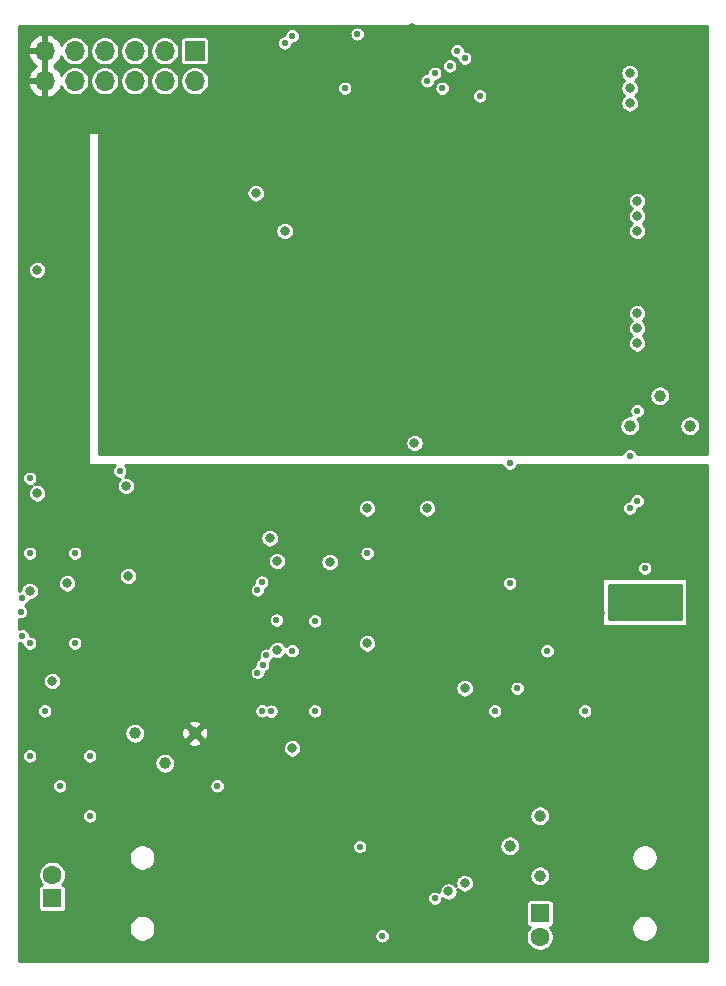
<source format=gbr>
%TF.GenerationSoftware,KiCad,Pcbnew,(5.1.5)-3*%
%TF.CreationDate,2020-10-12T14:57:23+02:00*%
%TF.ProjectId,PmodADC,506d6f64-4144-4432-9e6b-696361645f70,rev?*%
%TF.SameCoordinates,Original*%
%TF.FileFunction,Copper,L2,Inr*%
%TF.FilePolarity,Positive*%
%FSLAX46Y46*%
G04 Gerber Fmt 4.6, Leading zero omitted, Abs format (unit mm)*
G04 Created by KiCad (PCBNEW (5.1.5)-3) date 2020-10-12 14:57:23*
%MOMM*%
%LPD*%
G04 APERTURE LIST*
%TA.AperFunction,ViaPad*%
%ADD10C,1.600000*%
%TD*%
%TA.AperFunction,ViaPad*%
%ADD11R,1.600000X1.600000*%
%TD*%
%TA.AperFunction,ViaPad*%
%ADD12O,1.700000X1.700000*%
%TD*%
%TA.AperFunction,ViaPad*%
%ADD13R,1.700000X1.700000*%
%TD*%
%TA.AperFunction,ViaPad*%
%ADD14C,1.000000*%
%TD*%
%TA.AperFunction,ViaPad*%
%ADD15C,0.800000*%
%TD*%
%TA.AperFunction,ViaPad*%
%ADD16C,0.550000*%
%TD*%
%TA.AperFunction,Conductor*%
%ADD17C,0.254000*%
%TD*%
G04 APERTURE END LIST*
D10*
%TO.N,Net-(C37-Pad2)*%
%TO.C,C37*%
X-29210000Y55975000D03*
D11*
%TO.N,Net-(C37-Pad1)*%
X-29210000Y53975000D03*
%TD*%
D10*
%TO.N,Net-(C27-Pad2)*%
%TO.C,C27*%
X12065000Y50705000D03*
D11*
%TO.N,Net-(C27-Pad1)*%
X12065000Y52705000D03*
%TD*%
D12*
%TO.N,GND*%
%TO.C,J3*%
X-29845000Y123190000D03*
X-29845000Y125730000D03*
%TO.N,+3V3*%
X-27305000Y123190000D03*
X-27305000Y125730000D03*
%TO.N,/COMP_3V*%
X-24765000Y123190000D03*
%TO.N,/S&H_3V*%
X-24765000Y125730000D03*
%TO.N,/DAC_S_3V*%
X-22225000Y123190000D03*
%TO.N,/ADC_S_3V*%
X-22225000Y125730000D03*
%TO.N,/DAC_C_3V*%
X-19685000Y123190000D03*
%TO.N,/ADC_C_3V*%
X-19685000Y125730000D03*
%TO.N,/DAC_L_3V*%
X-17145000Y123190000D03*
D13*
%TO.N,/ADC_L_3V*%
X-17145000Y125730000D03*
%TD*%
D14*
%TO.N,GND*%
%TO.C,RV3*%
X-17145000Y67945000D03*
%TO.N,Net-(C37-Pad2)*%
X-22225000Y67945000D03*
%TO.N,Net-(RV3-Pad2)*%
X-19685000Y65405000D03*
%TD*%
%TO.N,+9V*%
%TO.C,RV2*%
X19685000Y93980000D03*
%TO.N,Net-(R65-Pad2)*%
X24765000Y93980000D03*
%TO.N,Net-(RV2-Pad2)*%
X22225000Y96520000D03*
%TD*%
%TO.N,N/C*%
%TO.C,RV1*%
X12065000Y55880000D03*
%TO.N,Net-(R37-Pad2)*%
X12065000Y60960000D03*
%TO.N,Net-(R38-Pad1)*%
X9525000Y58420000D03*
%TD*%
D15*
%TO.N,GND*%
X-26035000Y88265000D03*
X-24130000Y112395000D03*
X-24130000Y113665000D03*
X-24130000Y114935000D03*
X0Y116205000D03*
X0Y114935000D03*
X0Y101600000D03*
X-635000Y100965000D03*
X635000Y100965000D03*
X0Y100330000D03*
X-24765000Y99060000D03*
X-24765000Y100330000D03*
X-24765000Y101600000D03*
X-15875000Y97155000D03*
X-16510000Y97790000D03*
X-17145000Y97155000D03*
X-16510000Y96520000D03*
X-8255000Y100965000D03*
X-18415000Y106680000D03*
X-15875000Y119380000D03*
X-16510000Y50165000D03*
X19050000Y52070000D03*
X4445000Y49530000D03*
X9525000Y56515000D03*
X-29845000Y62230000D03*
X-29845000Y67310000D03*
X-27940000Y73025000D03*
X-26035000Y80645000D03*
D16*
X-31811055Y77473642D03*
X-22860000Y80010000D03*
X-15240000Y78740000D03*
X-16510000Y72390000D03*
X-26035000Y74295000D03*
D15*
X13335000Y85090000D03*
X17145000Y81280000D03*
X17145000Y78105000D03*
X-6985000Y82550000D03*
X-6350000Y68580000D03*
X10795000Y74950019D03*
X2167810Y54417257D03*
X-25892175Y64627175D03*
X-26035000Y69759990D03*
D16*
X-6350000Y75565000D03*
X-2540000Y74295000D03*
X-12065000Y71800011D03*
X-5080000Y86995000D03*
X17145000Y71755000D03*
X9525000Y69850000D03*
D15*
X3175000Y65405000D03*
X6350000Y93980000D03*
X-22225000Y90170000D03*
X-21590000Y112395000D03*
D16*
X6350000Y73660000D03*
X-31806386Y85147159D03*
D15*
X19685000Y83820000D03*
X21135012Y84520447D03*
X-13774840Y125925160D03*
D16*
X-3429000Y82423000D03*
D15*
X24130000Y123825000D03*
X24130000Y122555000D03*
X24130000Y121285000D03*
X24130000Y104775000D03*
X24130000Y103505000D03*
X24130000Y102235000D03*
X-9100000Y89000000D03*
X-2900000Y89000000D03*
X3100000Y89000000D03*
X9100000Y89000000D03*
X15100000Y89000000D03*
X21300000Y89000000D03*
D16*
X-11024978Y85512213D03*
D15*
X-12800000Y85400000D03*
X-12800000Y79300000D03*
X-12800000Y73300000D03*
X-12800000Y67400000D03*
X-9100000Y63800000D03*
X-3000000Y63800000D03*
X3100000Y63800000D03*
X9100000Y63800000D03*
X15100000Y63800000D03*
X21300000Y63800000D03*
X25100000Y67400000D03*
X25100000Y73300000D03*
X25100000Y79400000D03*
X25100000Y85300000D03*
X-8255000Y121920000D03*
X1270000Y127635000D03*
X-9697851Y127336188D03*
X-544990Y115570000D03*
D16*
X-4116077Y126965010D03*
D15*
X635000Y115570000D03*
D16*
%TO.N,+3V3*%
X2540000Y86995000D03*
D15*
X5715000Y71755000D03*
X-30480000Y107190000D03*
X2540000Y86995000D03*
X1465160Y92514840D03*
%TO.N,+5V*%
X-27940000Y80645000D03*
X5715000Y55245000D03*
X-31115000Y80010000D03*
X-29210000Y72390000D03*
X-30480000Y88265000D03*
X19685000Y121285000D03*
X19685000Y122555000D03*
X19685000Y123825000D03*
X-10160000Y82550000D03*
X-5715000Y82444989D03*
X-8890000Y66675000D03*
D16*
X10160000Y71755000D03*
D15*
X-10160000Y75020010D03*
D16*
X-3391202Y127157555D03*
D15*
%TO.N,Net-(C11-Pad1)*%
X-9525000Y110490000D03*
X-11974990Y113665000D03*
%TO.N,+9V*%
X-10795000Y84455000D03*
X20320000Y113030000D03*
X20320000Y111760000D03*
X20320000Y111760000D03*
X20320000Y110490000D03*
D16*
X9525000Y80645000D03*
X3175000Y53975000D03*
X-31115000Y66040000D03*
X-29845000Y69850000D03*
X9525000Y90805000D03*
D15*
%TO.N,-9V*%
X20320000Y103505000D03*
X20320000Y102235000D03*
X20320000Y100965000D03*
D16*
X-26035000Y66040000D03*
X-26035000Y60960000D03*
X-1270000Y50800000D03*
X12700000Y74930000D03*
%TO.N,/S&H*%
X20955000Y81915000D03*
X-4445000Y122555000D03*
%TO.N,/DAC_S*%
X-31750000Y76200000D03*
X3810000Y122555000D03*
%TO.N,/ADC_S*%
X-11430000Y69850000D03*
X4445000Y124460000D03*
%TO.N,/DAC_C*%
X-31750000Y79375000D03*
X-31115000Y89535000D03*
X2540000Y123190000D03*
%TO.N,/ADC_C*%
X-11398972Y73702673D03*
X-11463472Y80736038D03*
X5715000Y125095000D03*
%TO.N,/DAC_L*%
X-31884976Y78220000D03*
X-23495000Y90170000D03*
X3175000Y123825000D03*
%TO.N,/ADC_L*%
X-11824990Y73085399D03*
X-11824990Y80078906D03*
X5080000Y125730000D03*
D15*
%TO.N,Net-(R38-Pad1)*%
X4348500Y54559183D03*
D16*
%TO.N,Net-(R65-Pad2)*%
X19685000Y86995000D03*
X19685000Y91440000D03*
%TO.N,Net-(RV2-Pad2)*%
X20320000Y87630000D03*
X20320000Y95250000D03*
%TO.N,Net-(U1-Pad9)*%
X-11065001Y74565001D03*
X-8891832Y74936341D03*
%TO.N,Net-(U1-Pad15)*%
X-6985000Y69850000D03*
X-10680791Y69815295D03*
%TO.N,Net-(U2-Pad15)*%
X-6985000Y77470000D03*
X-10214437Y77524437D03*
%TO.N,Net-(U12-Pad15)*%
X-31115000Y75565000D03*
X-27305000Y75565000D03*
%TO.N,Net-(U13-Pad15)*%
X-31115000Y83185000D03*
X-27305000Y83185000D03*
%TO.N,Net-(JP2-Pad3)*%
X15875000Y69850000D03*
X-3175000Y58360000D03*
%TO.N,Net-(JP2-Pad1)*%
X18415000Y78105000D03*
X23495000Y78105000D03*
X18415000Y80010000D03*
%TO.N,Net-(JP3-Pad2)*%
X-15240000Y63500000D03*
X-28575000Y63500000D03*
D15*
%TO.N,/Vref_5V*%
X-2540000Y75565000D03*
X-2540000Y86995000D03*
D16*
X-2540000Y83185000D03*
D15*
X-22950010Y88900000D03*
X-22769990Y81280000D03*
D16*
%TO.N,/COMP_3V*%
X8255000Y69850000D03*
X6985000Y121920000D03*
%TO.N,/ADC_C_3V*%
X-9536233Y126389189D03*
%TO.N,/ADC_L_3V*%
X-8890000Y127000000D03*
%TD*%
D17*
%TO.N,GND*%
G36*
X26264001Y121939950D02*
G01*
X26264000Y121939940D01*
X26264001Y100349950D01*
X26264000Y100349940D01*
X26264000Y91567000D01*
X20328590Y91567000D01*
X20315790Y91631348D01*
X20266340Y91750732D01*
X20194548Y91858176D01*
X20103176Y91949548D01*
X19995732Y92021340D01*
X19876348Y92070790D01*
X19749610Y92096000D01*
X19620390Y92096000D01*
X19493652Y92070790D01*
X19374268Y92021340D01*
X19266824Y91949548D01*
X19175452Y91858176D01*
X19103660Y91750732D01*
X19054210Y91631348D01*
X19041410Y91567000D01*
X-25273000Y91567000D01*
X-25273000Y92591762D01*
X684160Y92591762D01*
X684160Y92437918D01*
X714173Y92287031D01*
X773047Y92144898D01*
X858518Y92016981D01*
X967301Y91908198D01*
X1095218Y91822727D01*
X1237351Y91763853D01*
X1388238Y91733840D01*
X1542082Y91733840D01*
X1692969Y91763853D01*
X1835102Y91822727D01*
X1963019Y91908198D01*
X2071802Y92016981D01*
X2157273Y92144898D01*
X2216147Y92287031D01*
X2246160Y92437918D01*
X2246160Y92591762D01*
X2216147Y92742649D01*
X2157273Y92884782D01*
X2071802Y93012699D01*
X1963019Y93121482D01*
X1835102Y93206953D01*
X1692969Y93265827D01*
X1542082Y93295840D01*
X1388238Y93295840D01*
X1237351Y93265827D01*
X1095218Y93206953D01*
X967301Y93121482D01*
X858518Y93012699D01*
X773047Y92884782D01*
X714173Y92742649D01*
X684160Y92591762D01*
X-25273000Y92591762D01*
X-25273000Y94066771D01*
X18804000Y94066771D01*
X18804000Y93893229D01*
X18837856Y93723022D01*
X18904268Y93562690D01*
X19000682Y93418395D01*
X19123395Y93295682D01*
X19267690Y93199268D01*
X19428022Y93132856D01*
X19598229Y93099000D01*
X19771771Y93099000D01*
X19941978Y93132856D01*
X20102310Y93199268D01*
X20246605Y93295682D01*
X20369318Y93418395D01*
X20465732Y93562690D01*
X20532144Y93723022D01*
X20566000Y93893229D01*
X20566000Y94066771D01*
X23884000Y94066771D01*
X23884000Y93893229D01*
X23917856Y93723022D01*
X23984268Y93562690D01*
X24080682Y93418395D01*
X24203395Y93295682D01*
X24347690Y93199268D01*
X24508022Y93132856D01*
X24678229Y93099000D01*
X24851771Y93099000D01*
X25021978Y93132856D01*
X25182310Y93199268D01*
X25326605Y93295682D01*
X25449318Y93418395D01*
X25545732Y93562690D01*
X25612144Y93723022D01*
X25646000Y93893229D01*
X25646000Y94066771D01*
X25612144Y94236978D01*
X25545732Y94397310D01*
X25449318Y94541605D01*
X25326605Y94664318D01*
X25182310Y94760732D01*
X25021978Y94827144D01*
X24851771Y94861000D01*
X24678229Y94861000D01*
X24508022Y94827144D01*
X24347690Y94760732D01*
X24203395Y94664318D01*
X24080682Y94541605D01*
X23984268Y94397310D01*
X23917856Y94236978D01*
X23884000Y94066771D01*
X20566000Y94066771D01*
X20532144Y94236978D01*
X20465732Y94397310D01*
X20369318Y94541605D01*
X20316923Y94594000D01*
X20384610Y94594000D01*
X20511348Y94619210D01*
X20630732Y94668660D01*
X20738176Y94740452D01*
X20829548Y94831824D01*
X20901340Y94939268D01*
X20950790Y95058652D01*
X20976000Y95185390D01*
X20976000Y95314610D01*
X20950790Y95441348D01*
X20901340Y95560732D01*
X20829548Y95668176D01*
X20738176Y95759548D01*
X20630732Y95831340D01*
X20511348Y95880790D01*
X20384610Y95906000D01*
X20255390Y95906000D01*
X20128652Y95880790D01*
X20009268Y95831340D01*
X19901824Y95759548D01*
X19810452Y95668176D01*
X19738660Y95560732D01*
X19689210Y95441348D01*
X19664000Y95314610D01*
X19664000Y95185390D01*
X19689210Y95058652D01*
X19738660Y94939268D01*
X19793898Y94856599D01*
X19771771Y94861000D01*
X19598229Y94861000D01*
X19428022Y94827144D01*
X19267690Y94760732D01*
X19123395Y94664318D01*
X19000682Y94541605D01*
X18904268Y94397310D01*
X18837856Y94236978D01*
X18804000Y94066771D01*
X-25273000Y94066771D01*
X-25273000Y96606771D01*
X21344000Y96606771D01*
X21344000Y96433229D01*
X21377856Y96263022D01*
X21444268Y96102690D01*
X21540682Y95958395D01*
X21663395Y95835682D01*
X21807690Y95739268D01*
X21968022Y95672856D01*
X22138229Y95639000D01*
X22311771Y95639000D01*
X22481978Y95672856D01*
X22642310Y95739268D01*
X22786605Y95835682D01*
X22909318Y95958395D01*
X23005732Y96102690D01*
X23072144Y96263022D01*
X23106000Y96433229D01*
X23106000Y96606771D01*
X23072144Y96776978D01*
X23005732Y96937310D01*
X22909318Y97081605D01*
X22786605Y97204318D01*
X22642310Y97300732D01*
X22481978Y97367144D01*
X22311771Y97401000D01*
X22138229Y97401000D01*
X21968022Y97367144D01*
X21807690Y97300732D01*
X21663395Y97204318D01*
X21540682Y97081605D01*
X21444268Y96937310D01*
X21377856Y96776978D01*
X21344000Y96606771D01*
X-25273000Y96606771D01*
X-25273000Y103581922D01*
X19539000Y103581922D01*
X19539000Y103428078D01*
X19569013Y103277191D01*
X19627887Y103135058D01*
X19713358Y103007141D01*
X19822141Y102898358D01*
X19864582Y102870000D01*
X19822141Y102841642D01*
X19713358Y102732859D01*
X19627887Y102604942D01*
X19569013Y102462809D01*
X19539000Y102311922D01*
X19539000Y102158078D01*
X19569013Y102007191D01*
X19627887Y101865058D01*
X19713358Y101737141D01*
X19822141Y101628358D01*
X19864582Y101600000D01*
X19822141Y101571642D01*
X19713358Y101462859D01*
X19627887Y101334942D01*
X19569013Y101192809D01*
X19539000Y101041922D01*
X19539000Y100888078D01*
X19569013Y100737191D01*
X19627887Y100595058D01*
X19713358Y100467141D01*
X19822141Y100358358D01*
X19950058Y100272887D01*
X20092191Y100214013D01*
X20243078Y100184000D01*
X20396922Y100184000D01*
X20547809Y100214013D01*
X20689942Y100272887D01*
X20817859Y100358358D01*
X20926642Y100467141D01*
X21012113Y100595058D01*
X21070987Y100737191D01*
X21101000Y100888078D01*
X21101000Y101041922D01*
X21070987Y101192809D01*
X21012113Y101334942D01*
X20926642Y101462859D01*
X20817859Y101571642D01*
X20775418Y101600000D01*
X20817859Y101628358D01*
X20926642Y101737141D01*
X21012113Y101865058D01*
X21070987Y102007191D01*
X21101000Y102158078D01*
X21101000Y102311922D01*
X21070987Y102462809D01*
X21012113Y102604942D01*
X20926642Y102732859D01*
X20817859Y102841642D01*
X20775418Y102870000D01*
X20817859Y102898358D01*
X20926642Y103007141D01*
X21012113Y103135058D01*
X21070987Y103277191D01*
X21101000Y103428078D01*
X21101000Y103581922D01*
X21070987Y103732809D01*
X21012113Y103874942D01*
X20926642Y104002859D01*
X20817859Y104111642D01*
X20689942Y104197113D01*
X20547809Y104255987D01*
X20396922Y104286000D01*
X20243078Y104286000D01*
X20092191Y104255987D01*
X19950058Y104197113D01*
X19822141Y104111642D01*
X19713358Y104002859D01*
X19627887Y103874942D01*
X19569013Y103732809D01*
X19539000Y103581922D01*
X-25273000Y103581922D01*
X-25273000Y110566922D01*
X-10306000Y110566922D01*
X-10306000Y110413078D01*
X-10275987Y110262191D01*
X-10217113Y110120058D01*
X-10131642Y109992141D01*
X-10022859Y109883358D01*
X-9894942Y109797887D01*
X-9752809Y109739013D01*
X-9601922Y109709000D01*
X-9448078Y109709000D01*
X-9297191Y109739013D01*
X-9155058Y109797887D01*
X-9027141Y109883358D01*
X-8918358Y109992141D01*
X-8832887Y110120058D01*
X-8774013Y110262191D01*
X-8744000Y110413078D01*
X-8744000Y110566922D01*
X-8774013Y110717809D01*
X-8832887Y110859942D01*
X-8918358Y110987859D01*
X-9027141Y111096642D01*
X-9155058Y111182113D01*
X-9297191Y111240987D01*
X-9448078Y111271000D01*
X-9601922Y111271000D01*
X-9752809Y111240987D01*
X-9894942Y111182113D01*
X-10022859Y111096642D01*
X-10131642Y110987859D01*
X-10217113Y110859942D01*
X-10275987Y110717809D01*
X-10306000Y110566922D01*
X-25273000Y110566922D01*
X-25273000Y113741922D01*
X-12755990Y113741922D01*
X-12755990Y113588078D01*
X-12725977Y113437191D01*
X-12667103Y113295058D01*
X-12581632Y113167141D01*
X-12472849Y113058358D01*
X-12344932Y112972887D01*
X-12202799Y112914013D01*
X-12051912Y112884000D01*
X-11898068Y112884000D01*
X-11747181Y112914013D01*
X-11605048Y112972887D01*
X-11477131Y113058358D01*
X-11428567Y113106922D01*
X19539000Y113106922D01*
X19539000Y112953078D01*
X19569013Y112802191D01*
X19627887Y112660058D01*
X19713358Y112532141D01*
X19822141Y112423358D01*
X19864582Y112395000D01*
X19822141Y112366642D01*
X19713358Y112257859D01*
X19627887Y112129942D01*
X19569013Y111987809D01*
X19539000Y111836922D01*
X19539000Y111683078D01*
X19569013Y111532191D01*
X19627887Y111390058D01*
X19713358Y111262141D01*
X19822141Y111153358D01*
X19864582Y111125000D01*
X19822141Y111096642D01*
X19713358Y110987859D01*
X19627887Y110859942D01*
X19569013Y110717809D01*
X19539000Y110566922D01*
X19539000Y110413078D01*
X19569013Y110262191D01*
X19627887Y110120058D01*
X19713358Y109992141D01*
X19822141Y109883358D01*
X19950058Y109797887D01*
X20092191Y109739013D01*
X20243078Y109709000D01*
X20396922Y109709000D01*
X20547809Y109739013D01*
X20689942Y109797887D01*
X20817859Y109883358D01*
X20926642Y109992141D01*
X21012113Y110120058D01*
X21070987Y110262191D01*
X21101000Y110413078D01*
X21101000Y110566922D01*
X21070987Y110717809D01*
X21012113Y110859942D01*
X20926642Y110987859D01*
X20817859Y111096642D01*
X20775418Y111125000D01*
X20817859Y111153358D01*
X20926642Y111262141D01*
X21012113Y111390058D01*
X21070987Y111532191D01*
X21101000Y111683078D01*
X21101000Y111836922D01*
X21070987Y111987809D01*
X21012113Y112129942D01*
X20926642Y112257859D01*
X20817859Y112366642D01*
X20775418Y112395000D01*
X20817859Y112423358D01*
X20926642Y112532141D01*
X21012113Y112660058D01*
X21070987Y112802191D01*
X21101000Y112953078D01*
X21101000Y113106922D01*
X21070987Y113257809D01*
X21012113Y113399942D01*
X20926642Y113527859D01*
X20817859Y113636642D01*
X20689942Y113722113D01*
X20547809Y113780987D01*
X20396922Y113811000D01*
X20243078Y113811000D01*
X20092191Y113780987D01*
X19950058Y113722113D01*
X19822141Y113636642D01*
X19713358Y113527859D01*
X19627887Y113399942D01*
X19569013Y113257809D01*
X19539000Y113106922D01*
X-11428567Y113106922D01*
X-11368348Y113167141D01*
X-11282877Y113295058D01*
X-11224003Y113437191D01*
X-11193990Y113588078D01*
X-11193990Y113741922D01*
X-11224003Y113892809D01*
X-11282877Y114034942D01*
X-11368348Y114162859D01*
X-11477131Y114271642D01*
X-11605048Y114357113D01*
X-11747181Y114415987D01*
X-11898068Y114446000D01*
X-12051912Y114446000D01*
X-12202799Y114415987D01*
X-12344932Y114357113D01*
X-12472849Y114271642D01*
X-12581632Y114162859D01*
X-12667103Y114034942D01*
X-12725977Y113892809D01*
X-12755990Y113741922D01*
X-25273000Y113741922D01*
X-25273000Y118745000D01*
X-25275440Y118769776D01*
X-25282667Y118793601D01*
X-25294403Y118815557D01*
X-25310197Y118834803D01*
X-25329443Y118850597D01*
X-25351399Y118862333D01*
X-25375224Y118869560D01*
X-25400000Y118872000D01*
X-26035000Y118872000D01*
X-26059776Y118869560D01*
X-26083601Y118862333D01*
X-26105557Y118850597D01*
X-26124803Y118834803D01*
X-26140597Y118815557D01*
X-26152333Y118793601D01*
X-26159560Y118769776D01*
X-26162000Y118745000D01*
X-26162000Y90805000D01*
X-26159560Y90780224D01*
X-26152333Y90756399D01*
X-26140597Y90734443D01*
X-26124803Y90715197D01*
X-26105557Y90699403D01*
X-26083601Y90687667D01*
X-26059776Y90680440D01*
X-26035000Y90678000D01*
X-23914724Y90678000D01*
X-24004548Y90588176D01*
X-24076340Y90480732D01*
X-24125790Y90361348D01*
X-24151000Y90234610D01*
X-24151000Y90105390D01*
X-24125790Y89978652D01*
X-24076340Y89859268D01*
X-24004548Y89751824D01*
X-23913176Y89660452D01*
X-23805732Y89588660D01*
X-23686348Y89539210D01*
X-23559610Y89514000D01*
X-23436857Y89514000D01*
X-23447869Y89506642D01*
X-23556652Y89397859D01*
X-23642123Y89269942D01*
X-23700997Y89127809D01*
X-23731010Y88976922D01*
X-23731010Y88823078D01*
X-23700997Y88672191D01*
X-23642123Y88530058D01*
X-23556652Y88402141D01*
X-23447869Y88293358D01*
X-23319952Y88207887D01*
X-23177819Y88149013D01*
X-23026932Y88119000D01*
X-22873088Y88119000D01*
X-22722201Y88149013D01*
X-22580068Y88207887D01*
X-22452151Y88293358D01*
X-22343368Y88402141D01*
X-22257897Y88530058D01*
X-22199023Y88672191D01*
X-22169010Y88823078D01*
X-22169010Y88976922D01*
X-22199023Y89127809D01*
X-22257897Y89269942D01*
X-22343368Y89397859D01*
X-22452151Y89506642D01*
X-22580068Y89592113D01*
X-22722201Y89650987D01*
X-22873088Y89681000D01*
X-23026932Y89681000D01*
X-23063562Y89673714D01*
X-22985452Y89751824D01*
X-22913660Y89859268D01*
X-22864210Y89978652D01*
X-22839000Y90105390D01*
X-22839000Y90234610D01*
X-22864210Y90361348D01*
X-22913660Y90480732D01*
X-22985452Y90588176D01*
X-23075276Y90678000D01*
X8881410Y90678000D01*
X8894210Y90613652D01*
X8943660Y90494268D01*
X9015452Y90386824D01*
X9106824Y90295452D01*
X9214268Y90223660D01*
X9333652Y90174210D01*
X9460390Y90149000D01*
X9589610Y90149000D01*
X9716348Y90174210D01*
X9835732Y90223660D01*
X9943176Y90295452D01*
X10034548Y90386824D01*
X10106340Y90494268D01*
X10155790Y90613652D01*
X10168590Y90678000D01*
X26264000Y90678000D01*
X26264001Y81089500D01*
X10008224Y81089500D01*
X9943176Y81154548D01*
X9835732Y81226340D01*
X9716348Y81275790D01*
X9589610Y81301000D01*
X9460390Y81301000D01*
X9333652Y81275790D01*
X9214268Y81226340D01*
X9106824Y81154548D01*
X9041776Y81089500D01*
X-10910683Y81089500D01*
X-10953924Y81154214D01*
X-11045296Y81245586D01*
X-11152740Y81317378D01*
X-11272124Y81366828D01*
X-11398862Y81392038D01*
X-11528082Y81392038D01*
X-11654820Y81366828D01*
X-11774204Y81317378D01*
X-11881648Y81245586D01*
X-11973020Y81154214D01*
X-12016261Y81089500D01*
X-22011582Y81089500D01*
X-21988990Y81203078D01*
X-21988990Y81356922D01*
X-22019003Y81507809D01*
X-22077877Y81649942D01*
X-22163348Y81777859D01*
X-22272131Y81886642D01*
X-22400048Y81972113D01*
X-22542181Y82030987D01*
X-22693068Y82061000D01*
X-22846912Y82061000D01*
X-22997799Y82030987D01*
X-23139932Y81972113D01*
X-23267849Y81886642D01*
X-23376632Y81777859D01*
X-23462103Y81649942D01*
X-23520977Y81507809D01*
X-23550990Y81356922D01*
X-23550990Y81203078D01*
X-23528398Y81089500D01*
X-27297705Y81089500D01*
X-27333358Y81142859D01*
X-27442141Y81251642D01*
X-27570058Y81337113D01*
X-27712191Y81395987D01*
X-27863078Y81426000D01*
X-28016922Y81426000D01*
X-28167809Y81395987D01*
X-28309942Y81337113D01*
X-28437859Y81251642D01*
X-28546642Y81142859D01*
X-28582295Y81089500D01*
X-31979000Y81089500D01*
X-31979000Y83249610D01*
X-31771000Y83249610D01*
X-31771000Y83120390D01*
X-31745790Y82993652D01*
X-31696340Y82874268D01*
X-31624548Y82766824D01*
X-31533176Y82675452D01*
X-31425732Y82603660D01*
X-31306348Y82554210D01*
X-31179610Y82529000D01*
X-31050390Y82529000D01*
X-30923652Y82554210D01*
X-30804268Y82603660D01*
X-30696824Y82675452D01*
X-30605452Y82766824D01*
X-30533660Y82874268D01*
X-30484210Y82993652D01*
X-30459000Y83120390D01*
X-30459000Y83249610D01*
X-27961000Y83249610D01*
X-27961000Y83120390D01*
X-27935790Y82993652D01*
X-27886340Y82874268D01*
X-27814548Y82766824D01*
X-27723176Y82675452D01*
X-27615732Y82603660D01*
X-27496348Y82554210D01*
X-27369610Y82529000D01*
X-27240390Y82529000D01*
X-27113652Y82554210D01*
X-26994268Y82603660D01*
X-26959455Y82626922D01*
X-10941000Y82626922D01*
X-10941000Y82473078D01*
X-10910987Y82322191D01*
X-10852113Y82180058D01*
X-10766642Y82052141D01*
X-10657859Y81943358D01*
X-10529942Y81857887D01*
X-10387809Y81799013D01*
X-10236922Y81769000D01*
X-10083078Y81769000D01*
X-9932191Y81799013D01*
X-9790058Y81857887D01*
X-9662141Y81943358D01*
X-9553358Y82052141D01*
X-9467887Y82180058D01*
X-9409013Y82322191D01*
X-9379000Y82473078D01*
X-9379000Y82521911D01*
X-6496000Y82521911D01*
X-6496000Y82368067D01*
X-6465987Y82217180D01*
X-6407113Y82075047D01*
X-6321642Y81947130D01*
X-6212859Y81838347D01*
X-6084942Y81752876D01*
X-5942809Y81694002D01*
X-5791922Y81663989D01*
X-5638078Y81663989D01*
X-5487191Y81694002D01*
X-5345058Y81752876D01*
X-5217141Y81838347D01*
X-5108358Y81947130D01*
X-5086656Y81979610D01*
X20299000Y81979610D01*
X20299000Y81850390D01*
X20324210Y81723652D01*
X20373660Y81604268D01*
X20445452Y81496824D01*
X20536824Y81405452D01*
X20644268Y81333660D01*
X20763652Y81284210D01*
X20890390Y81259000D01*
X21019610Y81259000D01*
X21146348Y81284210D01*
X21265732Y81333660D01*
X21373176Y81405452D01*
X21464548Y81496824D01*
X21536340Y81604268D01*
X21585790Y81723652D01*
X21611000Y81850390D01*
X21611000Y81979610D01*
X21585790Y82106348D01*
X21536340Y82225732D01*
X21464548Y82333176D01*
X21373176Y82424548D01*
X21265732Y82496340D01*
X21146348Y82545790D01*
X21019610Y82571000D01*
X20890390Y82571000D01*
X20763652Y82545790D01*
X20644268Y82496340D01*
X20536824Y82424548D01*
X20445452Y82333176D01*
X20373660Y82225732D01*
X20324210Y82106348D01*
X20299000Y81979610D01*
X-5086656Y81979610D01*
X-5022887Y82075047D01*
X-4964013Y82217180D01*
X-4934000Y82368067D01*
X-4934000Y82521911D01*
X-4964013Y82672798D01*
X-5022887Y82814931D01*
X-5108358Y82942848D01*
X-5217141Y83051631D01*
X-5345058Y83137102D01*
X-5487191Y83195976D01*
X-5638078Y83225989D01*
X-5791922Y83225989D01*
X-5942809Y83195976D01*
X-6084942Y83137102D01*
X-6212859Y83051631D01*
X-6321642Y82942848D01*
X-6407113Y82814931D01*
X-6465987Y82672798D01*
X-6496000Y82521911D01*
X-9379000Y82521911D01*
X-9379000Y82626922D01*
X-9409013Y82777809D01*
X-9467887Y82919942D01*
X-9553358Y83047859D01*
X-9662141Y83156642D01*
X-9790058Y83242113D01*
X-9808157Y83249610D01*
X-3196000Y83249610D01*
X-3196000Y83120390D01*
X-3170790Y82993652D01*
X-3121340Y82874268D01*
X-3049548Y82766824D01*
X-2958176Y82675452D01*
X-2850732Y82603660D01*
X-2731348Y82554210D01*
X-2604610Y82529000D01*
X-2475390Y82529000D01*
X-2348652Y82554210D01*
X-2229268Y82603660D01*
X-2121824Y82675452D01*
X-2030452Y82766824D01*
X-1958660Y82874268D01*
X-1909210Y82993652D01*
X-1884000Y83120390D01*
X-1884000Y83249610D01*
X-1909210Y83376348D01*
X-1958660Y83495732D01*
X-2030452Y83603176D01*
X-2121824Y83694548D01*
X-2229268Y83766340D01*
X-2348652Y83815790D01*
X-2475390Y83841000D01*
X-2604610Y83841000D01*
X-2731348Y83815790D01*
X-2850732Y83766340D01*
X-2958176Y83694548D01*
X-3049548Y83603176D01*
X-3121340Y83495732D01*
X-3170790Y83376348D01*
X-3196000Y83249610D01*
X-9808157Y83249610D01*
X-9932191Y83300987D01*
X-10083078Y83331000D01*
X-10236922Y83331000D01*
X-10387809Y83300987D01*
X-10529942Y83242113D01*
X-10657859Y83156642D01*
X-10766642Y83047859D01*
X-10852113Y82919942D01*
X-10910987Y82777809D01*
X-10941000Y82626922D01*
X-26959455Y82626922D01*
X-26886824Y82675452D01*
X-26795452Y82766824D01*
X-26723660Y82874268D01*
X-26674210Y82993652D01*
X-26649000Y83120390D01*
X-26649000Y83249610D01*
X-26674210Y83376348D01*
X-26723660Y83495732D01*
X-26795452Y83603176D01*
X-26886824Y83694548D01*
X-26994268Y83766340D01*
X-27113652Y83815790D01*
X-27240390Y83841000D01*
X-27369610Y83841000D01*
X-27496348Y83815790D01*
X-27615732Y83766340D01*
X-27723176Y83694548D01*
X-27814548Y83603176D01*
X-27886340Y83495732D01*
X-27935790Y83376348D01*
X-27961000Y83249610D01*
X-30459000Y83249610D01*
X-30484210Y83376348D01*
X-30533660Y83495732D01*
X-30605452Y83603176D01*
X-30696824Y83694548D01*
X-30804268Y83766340D01*
X-30923652Y83815790D01*
X-31050390Y83841000D01*
X-31179610Y83841000D01*
X-31306348Y83815790D01*
X-31425732Y83766340D01*
X-31533176Y83694548D01*
X-31624548Y83603176D01*
X-31696340Y83495732D01*
X-31745790Y83376348D01*
X-31771000Y83249610D01*
X-31979000Y83249610D01*
X-31979000Y84531922D01*
X-11576000Y84531922D01*
X-11576000Y84378078D01*
X-11545987Y84227191D01*
X-11487113Y84085058D01*
X-11401642Y83957141D01*
X-11292859Y83848358D01*
X-11164942Y83762887D01*
X-11022809Y83704013D01*
X-10871922Y83674000D01*
X-10718078Y83674000D01*
X-10567191Y83704013D01*
X-10425058Y83762887D01*
X-10297141Y83848358D01*
X-10188358Y83957141D01*
X-10102887Y84085058D01*
X-10044013Y84227191D01*
X-10014000Y84378078D01*
X-10014000Y84531922D01*
X-10044013Y84682809D01*
X-10102887Y84824942D01*
X-10188358Y84952859D01*
X-10297141Y85061642D01*
X-10425058Y85147113D01*
X-10567191Y85205987D01*
X-10718078Y85236000D01*
X-10871922Y85236000D01*
X-11022809Y85205987D01*
X-11164942Y85147113D01*
X-11292859Y85061642D01*
X-11401642Y84952859D01*
X-11487113Y84824942D01*
X-11545987Y84682809D01*
X-11576000Y84531922D01*
X-31979000Y84531922D01*
X-31979000Y87071922D01*
X-3321000Y87071922D01*
X-3321000Y86918078D01*
X-3290987Y86767191D01*
X-3232113Y86625058D01*
X-3146642Y86497141D01*
X-3037859Y86388358D01*
X-2909942Y86302887D01*
X-2767809Y86244013D01*
X-2616922Y86214000D01*
X-2463078Y86214000D01*
X-2312191Y86244013D01*
X-2170058Y86302887D01*
X-2042141Y86388358D01*
X-1933358Y86497141D01*
X-1847887Y86625058D01*
X-1789013Y86767191D01*
X-1759000Y86918078D01*
X-1759000Y87071922D01*
X1759000Y87071922D01*
X1759000Y86918078D01*
X1789013Y86767191D01*
X1847887Y86625058D01*
X1933358Y86497141D01*
X2042141Y86388358D01*
X2170058Y86302887D01*
X2312191Y86244013D01*
X2463078Y86214000D01*
X2616922Y86214000D01*
X2767809Y86244013D01*
X2909942Y86302887D01*
X3037859Y86388358D01*
X3146642Y86497141D01*
X3232113Y86625058D01*
X3290987Y86767191D01*
X3321000Y86918078D01*
X3321000Y87059610D01*
X19029000Y87059610D01*
X19029000Y86930390D01*
X19054210Y86803652D01*
X19103660Y86684268D01*
X19175452Y86576824D01*
X19266824Y86485452D01*
X19374268Y86413660D01*
X19493652Y86364210D01*
X19620390Y86339000D01*
X19749610Y86339000D01*
X19876348Y86364210D01*
X19995732Y86413660D01*
X20103176Y86485452D01*
X20194548Y86576824D01*
X20266340Y86684268D01*
X20315790Y86803652D01*
X20341000Y86930390D01*
X20341000Y86974000D01*
X20384610Y86974000D01*
X20511348Y86999210D01*
X20630732Y87048660D01*
X20738176Y87120452D01*
X20829548Y87211824D01*
X20901340Y87319268D01*
X20950790Y87438652D01*
X20976000Y87565390D01*
X20976000Y87694610D01*
X20950790Y87821348D01*
X20901340Y87940732D01*
X20829548Y88048176D01*
X20738176Y88139548D01*
X20630732Y88211340D01*
X20511348Y88260790D01*
X20384610Y88286000D01*
X20255390Y88286000D01*
X20128652Y88260790D01*
X20009268Y88211340D01*
X19901824Y88139548D01*
X19810452Y88048176D01*
X19738660Y87940732D01*
X19689210Y87821348D01*
X19664000Y87694610D01*
X19664000Y87651000D01*
X19620390Y87651000D01*
X19493652Y87625790D01*
X19374268Y87576340D01*
X19266824Y87504548D01*
X19175452Y87413176D01*
X19103660Y87305732D01*
X19054210Y87186348D01*
X19029000Y87059610D01*
X3321000Y87059610D01*
X3321000Y87071922D01*
X3290987Y87222809D01*
X3232113Y87364942D01*
X3146642Y87492859D01*
X3037859Y87601642D01*
X2909942Y87687113D01*
X2767809Y87745987D01*
X2616922Y87776000D01*
X2463078Y87776000D01*
X2312191Y87745987D01*
X2170058Y87687113D01*
X2042141Y87601642D01*
X1933358Y87492859D01*
X1847887Y87364942D01*
X1789013Y87222809D01*
X1759000Y87071922D01*
X-1759000Y87071922D01*
X-1789013Y87222809D01*
X-1847887Y87364942D01*
X-1933358Y87492859D01*
X-2042141Y87601642D01*
X-2170058Y87687113D01*
X-2312191Y87745987D01*
X-2463078Y87776000D01*
X-2616922Y87776000D01*
X-2767809Y87745987D01*
X-2909942Y87687113D01*
X-3037859Y87601642D01*
X-3146642Y87492859D01*
X-3232113Y87364942D01*
X-3290987Y87222809D01*
X-3321000Y87071922D01*
X-31979000Y87071922D01*
X-31979000Y89599610D01*
X-31771000Y89599610D01*
X-31771000Y89470390D01*
X-31745790Y89343652D01*
X-31696340Y89224268D01*
X-31624548Y89116824D01*
X-31533176Y89025452D01*
X-31425732Y88953660D01*
X-31306348Y88904210D01*
X-31179610Y88879000D01*
X-31050390Y88879000D01*
X-30931434Y88902662D01*
X-30977859Y88871642D01*
X-31086642Y88762859D01*
X-31172113Y88634942D01*
X-31230987Y88492809D01*
X-31261000Y88341922D01*
X-31261000Y88188078D01*
X-31230987Y88037191D01*
X-31172113Y87895058D01*
X-31086642Y87767141D01*
X-30977859Y87658358D01*
X-30849942Y87572887D01*
X-30707809Y87514013D01*
X-30556922Y87484000D01*
X-30403078Y87484000D01*
X-30252191Y87514013D01*
X-30110058Y87572887D01*
X-29982141Y87658358D01*
X-29873358Y87767141D01*
X-29787887Y87895058D01*
X-29729013Y88037191D01*
X-29699000Y88188078D01*
X-29699000Y88341922D01*
X-29729013Y88492809D01*
X-29787887Y88634942D01*
X-29873358Y88762859D01*
X-29982141Y88871642D01*
X-30110058Y88957113D01*
X-30252191Y89015987D01*
X-30403078Y89046000D01*
X-30556922Y89046000D01*
X-30707809Y89015987D01*
X-30716177Y89012521D01*
X-30696824Y89025452D01*
X-30605452Y89116824D01*
X-30533660Y89224268D01*
X-30484210Y89343652D01*
X-30459000Y89470390D01*
X-30459000Y89599610D01*
X-30484210Y89726348D01*
X-30533660Y89845732D01*
X-30605452Y89953176D01*
X-30696824Y90044548D01*
X-30804268Y90116340D01*
X-30923652Y90165790D01*
X-31050390Y90191000D01*
X-31179610Y90191000D01*
X-31306348Y90165790D01*
X-31425732Y90116340D01*
X-31533176Y90044548D01*
X-31624548Y89953176D01*
X-31696340Y89845732D01*
X-31745790Y89726348D01*
X-31771000Y89599610D01*
X-31979000Y89599610D01*
X-31979000Y107266922D01*
X-31261000Y107266922D01*
X-31261000Y107113078D01*
X-31230987Y106962191D01*
X-31172113Y106820058D01*
X-31086642Y106692141D01*
X-30977859Y106583358D01*
X-30849942Y106497887D01*
X-30707809Y106439013D01*
X-30556922Y106409000D01*
X-30403078Y106409000D01*
X-30252191Y106439013D01*
X-30110058Y106497887D01*
X-29982141Y106583358D01*
X-29873358Y106692141D01*
X-29787887Y106820058D01*
X-29729013Y106962191D01*
X-29699000Y107113078D01*
X-29699000Y107266922D01*
X-29729013Y107417809D01*
X-29787887Y107559942D01*
X-29873358Y107687859D01*
X-29982141Y107796642D01*
X-30110058Y107882113D01*
X-30252191Y107940987D01*
X-30403078Y107971000D01*
X-30556922Y107971000D01*
X-30707809Y107940987D01*
X-30849942Y107882113D01*
X-30977859Y107796642D01*
X-31086642Y107687859D01*
X-31172113Y107559942D01*
X-31230987Y107417809D01*
X-31261000Y107266922D01*
X-31979000Y107266922D01*
X-31979000Y122833109D01*
X-31286481Y122833109D01*
X-31189157Y122558748D01*
X-31040178Y122308645D01*
X-30845269Y122092412D01*
X-30611920Y121918359D01*
X-30349099Y121793175D01*
X-30201890Y121748524D01*
X-29972000Y121869845D01*
X-29972000Y123063000D01*
X-31165814Y123063000D01*
X-31286481Y122833109D01*
X-31979000Y122833109D01*
X-31979000Y125373109D01*
X-31286481Y125373109D01*
X-31189157Y125098748D01*
X-31040178Y124848645D01*
X-30845269Y124632412D01*
X-30614120Y124460000D01*
X-30845269Y124287588D01*
X-31040178Y124071355D01*
X-31189157Y123821252D01*
X-31286481Y123546891D01*
X-31165814Y123317000D01*
X-29972000Y123317000D01*
X-29972000Y125603000D01*
X-31165814Y125603000D01*
X-31286481Y125373109D01*
X-31979000Y125373109D01*
X-31979000Y126086891D01*
X-31286481Y126086891D01*
X-31165814Y125857000D01*
X-29972000Y125857000D01*
X-29972000Y127050155D01*
X-29718000Y127050155D01*
X-29718000Y125857000D01*
X-29698000Y125857000D01*
X-29698000Y125603000D01*
X-29718000Y125603000D01*
X-29718000Y123317000D01*
X-29698000Y123317000D01*
X-29698000Y123063000D01*
X-29718000Y123063000D01*
X-29718000Y121869845D01*
X-29488110Y121748524D01*
X-29340901Y121793175D01*
X-29078080Y121918359D01*
X-28844731Y122092412D01*
X-28649822Y122308645D01*
X-28500843Y122558748D01*
X-28443228Y122721168D01*
X-28395898Y122606903D01*
X-28261180Y122405283D01*
X-28089717Y122233820D01*
X-27888097Y122099102D01*
X-27664069Y122006307D01*
X-27426243Y121959000D01*
X-27183757Y121959000D01*
X-26945931Y122006307D01*
X-26721903Y122099102D01*
X-26520283Y122233820D01*
X-26348820Y122405283D01*
X-26214102Y122606903D01*
X-26121307Y122830931D01*
X-26074000Y123068757D01*
X-26074000Y123311243D01*
X-25996000Y123311243D01*
X-25996000Y123068757D01*
X-25948693Y122830931D01*
X-25855898Y122606903D01*
X-25721180Y122405283D01*
X-25549717Y122233820D01*
X-25348097Y122099102D01*
X-25124069Y122006307D01*
X-24886243Y121959000D01*
X-24643757Y121959000D01*
X-24405931Y122006307D01*
X-24181903Y122099102D01*
X-23980283Y122233820D01*
X-23808820Y122405283D01*
X-23674102Y122606903D01*
X-23581307Y122830931D01*
X-23534000Y123068757D01*
X-23534000Y123311243D01*
X-23456000Y123311243D01*
X-23456000Y123068757D01*
X-23408693Y122830931D01*
X-23315898Y122606903D01*
X-23181180Y122405283D01*
X-23009717Y122233820D01*
X-22808097Y122099102D01*
X-22584069Y122006307D01*
X-22346243Y121959000D01*
X-22103757Y121959000D01*
X-21865931Y122006307D01*
X-21641903Y122099102D01*
X-21440283Y122233820D01*
X-21268820Y122405283D01*
X-21134102Y122606903D01*
X-21041307Y122830931D01*
X-20994000Y123068757D01*
X-20994000Y123311243D01*
X-20916000Y123311243D01*
X-20916000Y123068757D01*
X-20868693Y122830931D01*
X-20775898Y122606903D01*
X-20641180Y122405283D01*
X-20469717Y122233820D01*
X-20268097Y122099102D01*
X-20044069Y122006307D01*
X-19806243Y121959000D01*
X-19563757Y121959000D01*
X-19325931Y122006307D01*
X-19101903Y122099102D01*
X-18900283Y122233820D01*
X-18728820Y122405283D01*
X-18594102Y122606903D01*
X-18501307Y122830931D01*
X-18454000Y123068757D01*
X-18454000Y123311243D01*
X-18376000Y123311243D01*
X-18376000Y123068757D01*
X-18328693Y122830931D01*
X-18235898Y122606903D01*
X-18101180Y122405283D01*
X-17929717Y122233820D01*
X-17728097Y122099102D01*
X-17504069Y122006307D01*
X-17266243Y121959000D01*
X-17023757Y121959000D01*
X-16785931Y122006307D01*
X-16561903Y122099102D01*
X-16360283Y122233820D01*
X-16188820Y122405283D01*
X-16054102Y122606903D01*
X-16048839Y122619610D01*
X-5101000Y122619610D01*
X-5101000Y122490390D01*
X-5075790Y122363652D01*
X-5026340Y122244268D01*
X-4954548Y122136824D01*
X-4863176Y122045452D01*
X-4755732Y121973660D01*
X-4636348Y121924210D01*
X-4509610Y121899000D01*
X-4380390Y121899000D01*
X-4253652Y121924210D01*
X-4134268Y121973660D01*
X-4026824Y122045452D01*
X-3935452Y122136824D01*
X-3863660Y122244268D01*
X-3814210Y122363652D01*
X-3789000Y122490390D01*
X-3789000Y122619610D01*
X-3814210Y122746348D01*
X-3863660Y122865732D01*
X-3935452Y122973176D01*
X-4026824Y123064548D01*
X-4134268Y123136340D01*
X-4253652Y123185790D01*
X-4380390Y123211000D01*
X-4509610Y123211000D01*
X-4636348Y123185790D01*
X-4755732Y123136340D01*
X-4863176Y123064548D01*
X-4954548Y122973176D01*
X-5026340Y122865732D01*
X-5075790Y122746348D01*
X-5101000Y122619610D01*
X-16048839Y122619610D01*
X-15961307Y122830931D01*
X-15914000Y123068757D01*
X-15914000Y123254610D01*
X1884000Y123254610D01*
X1884000Y123125390D01*
X1909210Y122998652D01*
X1958660Y122879268D01*
X2030452Y122771824D01*
X2121824Y122680452D01*
X2229268Y122608660D01*
X2348652Y122559210D01*
X2475390Y122534000D01*
X2604610Y122534000D01*
X2731348Y122559210D01*
X2850732Y122608660D01*
X2867119Y122619610D01*
X3154000Y122619610D01*
X3154000Y122490390D01*
X3179210Y122363652D01*
X3228660Y122244268D01*
X3300452Y122136824D01*
X3391824Y122045452D01*
X3499268Y121973660D01*
X3618652Y121924210D01*
X3745390Y121899000D01*
X3874610Y121899000D01*
X4001348Y121924210D01*
X4120732Y121973660D01*
X4137119Y121984610D01*
X6329000Y121984610D01*
X6329000Y121855390D01*
X6354210Y121728652D01*
X6403660Y121609268D01*
X6475452Y121501824D01*
X6566824Y121410452D01*
X6674268Y121338660D01*
X6793652Y121289210D01*
X6920390Y121264000D01*
X7049610Y121264000D01*
X7176348Y121289210D01*
X7295732Y121338660D01*
X7403176Y121410452D01*
X7494548Y121501824D01*
X7566340Y121609268D01*
X7615790Y121728652D01*
X7641000Y121855390D01*
X7641000Y121984610D01*
X7615790Y122111348D01*
X7566340Y122230732D01*
X7494548Y122338176D01*
X7403176Y122429548D01*
X7295732Y122501340D01*
X7176348Y122550790D01*
X7049610Y122576000D01*
X6920390Y122576000D01*
X6793652Y122550790D01*
X6674268Y122501340D01*
X6566824Y122429548D01*
X6475452Y122338176D01*
X6403660Y122230732D01*
X6354210Y122111348D01*
X6329000Y121984610D01*
X4137119Y121984610D01*
X4228176Y122045452D01*
X4319548Y122136824D01*
X4391340Y122244268D01*
X4440790Y122363652D01*
X4466000Y122490390D01*
X4466000Y122619610D01*
X4440790Y122746348D01*
X4391340Y122865732D01*
X4319548Y122973176D01*
X4228176Y123064548D01*
X4120732Y123136340D01*
X4001348Y123185790D01*
X3874610Y123211000D01*
X3745390Y123211000D01*
X3618652Y123185790D01*
X3499268Y123136340D01*
X3391824Y123064548D01*
X3300452Y122973176D01*
X3228660Y122865732D01*
X3179210Y122746348D01*
X3154000Y122619610D01*
X2867119Y122619610D01*
X2958176Y122680452D01*
X3049548Y122771824D01*
X3121340Y122879268D01*
X3170790Y122998652D01*
X3196000Y123125390D01*
X3196000Y123169000D01*
X3239610Y123169000D01*
X3366348Y123194210D01*
X3485732Y123243660D01*
X3593176Y123315452D01*
X3684548Y123406824D01*
X3756340Y123514268D01*
X3805790Y123633652D01*
X3831000Y123760390D01*
X3831000Y123889610D01*
X3805790Y124016348D01*
X3756340Y124135732D01*
X3684548Y124243176D01*
X3593176Y124334548D01*
X3485732Y124406340D01*
X3366348Y124455790D01*
X3239610Y124481000D01*
X3110390Y124481000D01*
X2983652Y124455790D01*
X2864268Y124406340D01*
X2756824Y124334548D01*
X2665452Y124243176D01*
X2593660Y124135732D01*
X2544210Y124016348D01*
X2519000Y123889610D01*
X2519000Y123846000D01*
X2475390Y123846000D01*
X2348652Y123820790D01*
X2229268Y123771340D01*
X2121824Y123699548D01*
X2030452Y123608176D01*
X1958660Y123500732D01*
X1909210Y123381348D01*
X1884000Y123254610D01*
X-15914000Y123254610D01*
X-15914000Y123311243D01*
X-15961307Y123549069D01*
X-16054102Y123773097D01*
X-16188820Y123974717D01*
X-16360283Y124146180D01*
X-16561903Y124280898D01*
X-16785931Y124373693D01*
X-17023757Y124421000D01*
X-17266243Y124421000D01*
X-17504069Y124373693D01*
X-17728097Y124280898D01*
X-17929717Y124146180D01*
X-18101180Y123974717D01*
X-18235898Y123773097D01*
X-18328693Y123549069D01*
X-18376000Y123311243D01*
X-18454000Y123311243D01*
X-18501307Y123549069D01*
X-18594102Y123773097D01*
X-18728820Y123974717D01*
X-18900283Y124146180D01*
X-19101903Y124280898D01*
X-19325931Y124373693D01*
X-19563757Y124421000D01*
X-19806243Y124421000D01*
X-20044069Y124373693D01*
X-20268097Y124280898D01*
X-20469717Y124146180D01*
X-20641180Y123974717D01*
X-20775898Y123773097D01*
X-20868693Y123549069D01*
X-20916000Y123311243D01*
X-20994000Y123311243D01*
X-21041307Y123549069D01*
X-21134102Y123773097D01*
X-21268820Y123974717D01*
X-21440283Y124146180D01*
X-21641903Y124280898D01*
X-21865931Y124373693D01*
X-22103757Y124421000D01*
X-22346243Y124421000D01*
X-22584069Y124373693D01*
X-22808097Y124280898D01*
X-23009717Y124146180D01*
X-23181180Y123974717D01*
X-23315898Y123773097D01*
X-23408693Y123549069D01*
X-23456000Y123311243D01*
X-23534000Y123311243D01*
X-23581307Y123549069D01*
X-23674102Y123773097D01*
X-23808820Y123974717D01*
X-23980283Y124146180D01*
X-24181903Y124280898D01*
X-24405931Y124373693D01*
X-24643757Y124421000D01*
X-24886243Y124421000D01*
X-25124069Y124373693D01*
X-25348097Y124280898D01*
X-25549717Y124146180D01*
X-25721180Y123974717D01*
X-25855898Y123773097D01*
X-25948693Y123549069D01*
X-25996000Y123311243D01*
X-26074000Y123311243D01*
X-26121307Y123549069D01*
X-26214102Y123773097D01*
X-26348820Y123974717D01*
X-26520283Y124146180D01*
X-26721903Y124280898D01*
X-26945931Y124373693D01*
X-27183757Y124421000D01*
X-27426243Y124421000D01*
X-27664069Y124373693D01*
X-27888097Y124280898D01*
X-28089717Y124146180D01*
X-28261180Y123974717D01*
X-28395898Y123773097D01*
X-28443228Y123658832D01*
X-28500843Y123821252D01*
X-28649822Y124071355D01*
X-28844731Y124287588D01*
X-29075880Y124460000D01*
X-28844731Y124632412D01*
X-28649822Y124848645D01*
X-28500843Y125098748D01*
X-28443228Y125261168D01*
X-28395898Y125146903D01*
X-28261180Y124945283D01*
X-28089717Y124773820D01*
X-27888097Y124639102D01*
X-27664069Y124546307D01*
X-27426243Y124499000D01*
X-27183757Y124499000D01*
X-26945931Y124546307D01*
X-26721903Y124639102D01*
X-26520283Y124773820D01*
X-26348820Y124945283D01*
X-26214102Y125146903D01*
X-26121307Y125370931D01*
X-26074000Y125608757D01*
X-26074000Y125851243D01*
X-25996000Y125851243D01*
X-25996000Y125608757D01*
X-25948693Y125370931D01*
X-25855898Y125146903D01*
X-25721180Y124945283D01*
X-25549717Y124773820D01*
X-25348097Y124639102D01*
X-25124069Y124546307D01*
X-24886243Y124499000D01*
X-24643757Y124499000D01*
X-24405931Y124546307D01*
X-24181903Y124639102D01*
X-23980283Y124773820D01*
X-23808820Y124945283D01*
X-23674102Y125146903D01*
X-23581307Y125370931D01*
X-23534000Y125608757D01*
X-23534000Y125851243D01*
X-23456000Y125851243D01*
X-23456000Y125608757D01*
X-23408693Y125370931D01*
X-23315898Y125146903D01*
X-23181180Y124945283D01*
X-23009717Y124773820D01*
X-22808097Y124639102D01*
X-22584069Y124546307D01*
X-22346243Y124499000D01*
X-22103757Y124499000D01*
X-21865931Y124546307D01*
X-21641903Y124639102D01*
X-21440283Y124773820D01*
X-21268820Y124945283D01*
X-21134102Y125146903D01*
X-21041307Y125370931D01*
X-20994000Y125608757D01*
X-20994000Y125851243D01*
X-20916000Y125851243D01*
X-20916000Y125608757D01*
X-20868693Y125370931D01*
X-20775898Y125146903D01*
X-20641180Y124945283D01*
X-20469717Y124773820D01*
X-20268097Y124639102D01*
X-20044069Y124546307D01*
X-19806243Y124499000D01*
X-19563757Y124499000D01*
X-19325931Y124546307D01*
X-19101903Y124639102D01*
X-18900283Y124773820D01*
X-18728820Y124945283D01*
X-18594102Y125146903D01*
X-18501307Y125370931D01*
X-18454000Y125608757D01*
X-18454000Y125851243D01*
X-18501307Y126089069D01*
X-18594102Y126313097D01*
X-18728820Y126514717D01*
X-18794103Y126580000D01*
X-18377843Y126580000D01*
X-18377843Y124880000D01*
X-18370487Y124805311D01*
X-18348701Y124733492D01*
X-18313322Y124667304D01*
X-18265711Y124609289D01*
X-18207696Y124561678D01*
X-18141508Y124526299D01*
X-18069689Y124504513D01*
X-17995000Y124497157D01*
X-16295000Y124497157D01*
X-16220311Y124504513D01*
X-16154060Y124524610D01*
X3789000Y124524610D01*
X3789000Y124395390D01*
X3814210Y124268652D01*
X3863660Y124149268D01*
X3935452Y124041824D01*
X4026824Y123950452D01*
X4134268Y123878660D01*
X4253652Y123829210D01*
X4380390Y123804000D01*
X4509610Y123804000D01*
X4636348Y123829210D01*
X4755732Y123878660D01*
X4790545Y123901922D01*
X18904000Y123901922D01*
X18904000Y123748078D01*
X18934013Y123597191D01*
X18992887Y123455058D01*
X19078358Y123327141D01*
X19187141Y123218358D01*
X19229582Y123190000D01*
X19187141Y123161642D01*
X19078358Y123052859D01*
X18992887Y122924942D01*
X18934013Y122782809D01*
X18904000Y122631922D01*
X18904000Y122478078D01*
X18934013Y122327191D01*
X18992887Y122185058D01*
X19078358Y122057141D01*
X19187141Y121948358D01*
X19229582Y121920000D01*
X19187141Y121891642D01*
X19078358Y121782859D01*
X18992887Y121654942D01*
X18934013Y121512809D01*
X18904000Y121361922D01*
X18904000Y121208078D01*
X18934013Y121057191D01*
X18992887Y120915058D01*
X19078358Y120787141D01*
X19187141Y120678358D01*
X19315058Y120592887D01*
X19457191Y120534013D01*
X19608078Y120504000D01*
X19761922Y120504000D01*
X19912809Y120534013D01*
X20054942Y120592887D01*
X20182859Y120678358D01*
X20291642Y120787141D01*
X20377113Y120915058D01*
X20435987Y121057191D01*
X20466000Y121208078D01*
X20466000Y121361922D01*
X20435987Y121512809D01*
X20377113Y121654942D01*
X20291642Y121782859D01*
X20182859Y121891642D01*
X20140418Y121920000D01*
X20182859Y121948358D01*
X20291642Y122057141D01*
X20377113Y122185058D01*
X20435987Y122327191D01*
X20466000Y122478078D01*
X20466000Y122631922D01*
X20435987Y122782809D01*
X20377113Y122924942D01*
X20291642Y123052859D01*
X20182859Y123161642D01*
X20140418Y123190000D01*
X20182859Y123218358D01*
X20291642Y123327141D01*
X20377113Y123455058D01*
X20435987Y123597191D01*
X20466000Y123748078D01*
X20466000Y123901922D01*
X20435987Y124052809D01*
X20377113Y124194942D01*
X20291642Y124322859D01*
X20182859Y124431642D01*
X20054942Y124517113D01*
X19912809Y124575987D01*
X19761922Y124606000D01*
X19608078Y124606000D01*
X19457191Y124575987D01*
X19315058Y124517113D01*
X19187141Y124431642D01*
X19078358Y124322859D01*
X18992887Y124194942D01*
X18934013Y124052809D01*
X18904000Y123901922D01*
X4790545Y123901922D01*
X4863176Y123950452D01*
X4954548Y124041824D01*
X5026340Y124149268D01*
X5075790Y124268652D01*
X5101000Y124395390D01*
X5101000Y124524610D01*
X5075790Y124651348D01*
X5026340Y124770732D01*
X4954548Y124878176D01*
X4863176Y124969548D01*
X4755732Y125041340D01*
X4636348Y125090790D01*
X4509610Y125116000D01*
X4380390Y125116000D01*
X4253652Y125090790D01*
X4134268Y125041340D01*
X4026824Y124969548D01*
X3935452Y124878176D01*
X3863660Y124770732D01*
X3814210Y124651348D01*
X3789000Y124524610D01*
X-16154060Y124524610D01*
X-16148492Y124526299D01*
X-16082304Y124561678D01*
X-16024289Y124609289D01*
X-15976678Y124667304D01*
X-15941299Y124733492D01*
X-15919513Y124805311D01*
X-15912157Y124880000D01*
X-15912157Y126453799D01*
X-10192233Y126453799D01*
X-10192233Y126324579D01*
X-10167023Y126197841D01*
X-10117573Y126078457D01*
X-10045781Y125971013D01*
X-9954409Y125879641D01*
X-9846965Y125807849D01*
X-9727581Y125758399D01*
X-9600843Y125733189D01*
X-9471623Y125733189D01*
X-9344885Y125758399D01*
X-9257464Y125794610D01*
X4424000Y125794610D01*
X4424000Y125665390D01*
X4449210Y125538652D01*
X4498660Y125419268D01*
X4570452Y125311824D01*
X4661824Y125220452D01*
X4769268Y125148660D01*
X4888652Y125099210D01*
X5015390Y125074000D01*
X5059000Y125074000D01*
X5059000Y125030390D01*
X5084210Y124903652D01*
X5133660Y124784268D01*
X5205452Y124676824D01*
X5296824Y124585452D01*
X5404268Y124513660D01*
X5523652Y124464210D01*
X5650390Y124439000D01*
X5779610Y124439000D01*
X5906348Y124464210D01*
X6025732Y124513660D01*
X6133176Y124585452D01*
X6224548Y124676824D01*
X6296340Y124784268D01*
X6345790Y124903652D01*
X6371000Y125030390D01*
X6371000Y125159610D01*
X6345790Y125286348D01*
X6296340Y125405732D01*
X6224548Y125513176D01*
X6133176Y125604548D01*
X6025732Y125676340D01*
X5906348Y125725790D01*
X5779610Y125751000D01*
X5736000Y125751000D01*
X5736000Y125794610D01*
X5710790Y125921348D01*
X5661340Y126040732D01*
X5589548Y126148176D01*
X5498176Y126239548D01*
X5390732Y126311340D01*
X5271348Y126360790D01*
X5144610Y126386000D01*
X5015390Y126386000D01*
X4888652Y126360790D01*
X4769268Y126311340D01*
X4661824Y126239548D01*
X4570452Y126148176D01*
X4498660Y126040732D01*
X4449210Y125921348D01*
X4424000Y125794610D01*
X-9257464Y125794610D01*
X-9225501Y125807849D01*
X-9118057Y125879641D01*
X-9026685Y125971013D01*
X-8954893Y126078457D01*
X-8905443Y126197841D01*
X-8880233Y126324579D01*
X-8880233Y126344000D01*
X-8825390Y126344000D01*
X-8698652Y126369210D01*
X-8579268Y126418660D01*
X-8471824Y126490452D01*
X-8380452Y126581824D01*
X-8308660Y126689268D01*
X-8259210Y126808652D01*
X-8234000Y126935390D01*
X-8234000Y127064610D01*
X-8259210Y127191348D01*
X-8271974Y127222165D01*
X-4047202Y127222165D01*
X-4047202Y127092945D01*
X-4021992Y126966207D01*
X-3972542Y126846823D01*
X-3900750Y126739379D01*
X-3809378Y126648007D01*
X-3701934Y126576215D01*
X-3582550Y126526765D01*
X-3455812Y126501555D01*
X-3326592Y126501555D01*
X-3199854Y126526765D01*
X-3080470Y126576215D01*
X-2973026Y126648007D01*
X-2881654Y126739379D01*
X-2809862Y126846823D01*
X-2760412Y126966207D01*
X-2735202Y127092945D01*
X-2735202Y127222165D01*
X-2760412Y127348903D01*
X-2809862Y127468287D01*
X-2881654Y127575731D01*
X-2973026Y127667103D01*
X-3080470Y127738895D01*
X-3199854Y127788345D01*
X-3326592Y127813555D01*
X-3455812Y127813555D01*
X-3582550Y127788345D01*
X-3701934Y127738895D01*
X-3809378Y127667103D01*
X-3900750Y127575731D01*
X-3972542Y127468287D01*
X-4021992Y127348903D01*
X-4047202Y127222165D01*
X-8271974Y127222165D01*
X-8308660Y127310732D01*
X-8380452Y127418176D01*
X-8471824Y127509548D01*
X-8579268Y127581340D01*
X-8698652Y127630790D01*
X-8825390Y127656000D01*
X-8954610Y127656000D01*
X-9081348Y127630790D01*
X-9200732Y127581340D01*
X-9308176Y127509548D01*
X-9399548Y127418176D01*
X-9471340Y127310732D01*
X-9520790Y127191348D01*
X-9546000Y127064610D01*
X-9546000Y127045189D01*
X-9600843Y127045189D01*
X-9727581Y127019979D01*
X-9846965Y126970529D01*
X-9954409Y126898737D01*
X-10045781Y126807365D01*
X-10117573Y126699921D01*
X-10167023Y126580537D01*
X-10192233Y126453799D01*
X-15912157Y126453799D01*
X-15912157Y126580000D01*
X-15919513Y126654689D01*
X-15941299Y126726508D01*
X-15976678Y126792696D01*
X-16024289Y126850711D01*
X-16082304Y126898322D01*
X-16148492Y126933701D01*
X-16220311Y126955487D01*
X-16295000Y126962843D01*
X-17995000Y126962843D01*
X-18069689Y126955487D01*
X-18141508Y126933701D01*
X-18207696Y126898322D01*
X-18265711Y126850711D01*
X-18313322Y126792696D01*
X-18348701Y126726508D01*
X-18370487Y126654689D01*
X-18377843Y126580000D01*
X-18794103Y126580000D01*
X-18900283Y126686180D01*
X-19101903Y126820898D01*
X-19325931Y126913693D01*
X-19563757Y126961000D01*
X-19806243Y126961000D01*
X-20044069Y126913693D01*
X-20268097Y126820898D01*
X-20469717Y126686180D01*
X-20641180Y126514717D01*
X-20775898Y126313097D01*
X-20868693Y126089069D01*
X-20916000Y125851243D01*
X-20994000Y125851243D01*
X-21041307Y126089069D01*
X-21134102Y126313097D01*
X-21268820Y126514717D01*
X-21440283Y126686180D01*
X-21641903Y126820898D01*
X-21865931Y126913693D01*
X-22103757Y126961000D01*
X-22346243Y126961000D01*
X-22584069Y126913693D01*
X-22808097Y126820898D01*
X-23009717Y126686180D01*
X-23181180Y126514717D01*
X-23315898Y126313097D01*
X-23408693Y126089069D01*
X-23456000Y125851243D01*
X-23534000Y125851243D01*
X-23581307Y126089069D01*
X-23674102Y126313097D01*
X-23808820Y126514717D01*
X-23980283Y126686180D01*
X-24181903Y126820898D01*
X-24405931Y126913693D01*
X-24643757Y126961000D01*
X-24886243Y126961000D01*
X-25124069Y126913693D01*
X-25348097Y126820898D01*
X-25549717Y126686180D01*
X-25721180Y126514717D01*
X-25855898Y126313097D01*
X-25948693Y126089069D01*
X-25996000Y125851243D01*
X-26074000Y125851243D01*
X-26121307Y126089069D01*
X-26214102Y126313097D01*
X-26348820Y126514717D01*
X-26520283Y126686180D01*
X-26721903Y126820898D01*
X-26945931Y126913693D01*
X-27183757Y126961000D01*
X-27426243Y126961000D01*
X-27664069Y126913693D01*
X-27888097Y126820898D01*
X-28089717Y126686180D01*
X-28261180Y126514717D01*
X-28395898Y126313097D01*
X-28443228Y126198832D01*
X-28500843Y126361252D01*
X-28649822Y126611355D01*
X-28844731Y126827588D01*
X-29078080Y127001641D01*
X-29340901Y127126825D01*
X-29488110Y127171476D01*
X-29718000Y127050155D01*
X-29972000Y127050155D01*
X-30201890Y127171476D01*
X-30349099Y127126825D01*
X-30611920Y127001641D01*
X-30845269Y126827588D01*
X-31040178Y126611355D01*
X-31189157Y126361252D01*
X-31286481Y126086891D01*
X-31979000Y126086891D01*
X-31979000Y127864000D01*
X26264000Y127864000D01*
X26264001Y121939950D01*
G37*
X26264001Y121939950D02*
X26264000Y121939940D01*
X26264001Y100349950D01*
X26264000Y100349940D01*
X26264000Y91567000D01*
X20328590Y91567000D01*
X20315790Y91631348D01*
X20266340Y91750732D01*
X20194548Y91858176D01*
X20103176Y91949548D01*
X19995732Y92021340D01*
X19876348Y92070790D01*
X19749610Y92096000D01*
X19620390Y92096000D01*
X19493652Y92070790D01*
X19374268Y92021340D01*
X19266824Y91949548D01*
X19175452Y91858176D01*
X19103660Y91750732D01*
X19054210Y91631348D01*
X19041410Y91567000D01*
X-25273000Y91567000D01*
X-25273000Y92591762D01*
X684160Y92591762D01*
X684160Y92437918D01*
X714173Y92287031D01*
X773047Y92144898D01*
X858518Y92016981D01*
X967301Y91908198D01*
X1095218Y91822727D01*
X1237351Y91763853D01*
X1388238Y91733840D01*
X1542082Y91733840D01*
X1692969Y91763853D01*
X1835102Y91822727D01*
X1963019Y91908198D01*
X2071802Y92016981D01*
X2157273Y92144898D01*
X2216147Y92287031D01*
X2246160Y92437918D01*
X2246160Y92591762D01*
X2216147Y92742649D01*
X2157273Y92884782D01*
X2071802Y93012699D01*
X1963019Y93121482D01*
X1835102Y93206953D01*
X1692969Y93265827D01*
X1542082Y93295840D01*
X1388238Y93295840D01*
X1237351Y93265827D01*
X1095218Y93206953D01*
X967301Y93121482D01*
X858518Y93012699D01*
X773047Y92884782D01*
X714173Y92742649D01*
X684160Y92591762D01*
X-25273000Y92591762D01*
X-25273000Y94066771D01*
X18804000Y94066771D01*
X18804000Y93893229D01*
X18837856Y93723022D01*
X18904268Y93562690D01*
X19000682Y93418395D01*
X19123395Y93295682D01*
X19267690Y93199268D01*
X19428022Y93132856D01*
X19598229Y93099000D01*
X19771771Y93099000D01*
X19941978Y93132856D01*
X20102310Y93199268D01*
X20246605Y93295682D01*
X20369318Y93418395D01*
X20465732Y93562690D01*
X20532144Y93723022D01*
X20566000Y93893229D01*
X20566000Y94066771D01*
X23884000Y94066771D01*
X23884000Y93893229D01*
X23917856Y93723022D01*
X23984268Y93562690D01*
X24080682Y93418395D01*
X24203395Y93295682D01*
X24347690Y93199268D01*
X24508022Y93132856D01*
X24678229Y93099000D01*
X24851771Y93099000D01*
X25021978Y93132856D01*
X25182310Y93199268D01*
X25326605Y93295682D01*
X25449318Y93418395D01*
X25545732Y93562690D01*
X25612144Y93723022D01*
X25646000Y93893229D01*
X25646000Y94066771D01*
X25612144Y94236978D01*
X25545732Y94397310D01*
X25449318Y94541605D01*
X25326605Y94664318D01*
X25182310Y94760732D01*
X25021978Y94827144D01*
X24851771Y94861000D01*
X24678229Y94861000D01*
X24508022Y94827144D01*
X24347690Y94760732D01*
X24203395Y94664318D01*
X24080682Y94541605D01*
X23984268Y94397310D01*
X23917856Y94236978D01*
X23884000Y94066771D01*
X20566000Y94066771D01*
X20532144Y94236978D01*
X20465732Y94397310D01*
X20369318Y94541605D01*
X20316923Y94594000D01*
X20384610Y94594000D01*
X20511348Y94619210D01*
X20630732Y94668660D01*
X20738176Y94740452D01*
X20829548Y94831824D01*
X20901340Y94939268D01*
X20950790Y95058652D01*
X20976000Y95185390D01*
X20976000Y95314610D01*
X20950790Y95441348D01*
X20901340Y95560732D01*
X20829548Y95668176D01*
X20738176Y95759548D01*
X20630732Y95831340D01*
X20511348Y95880790D01*
X20384610Y95906000D01*
X20255390Y95906000D01*
X20128652Y95880790D01*
X20009268Y95831340D01*
X19901824Y95759548D01*
X19810452Y95668176D01*
X19738660Y95560732D01*
X19689210Y95441348D01*
X19664000Y95314610D01*
X19664000Y95185390D01*
X19689210Y95058652D01*
X19738660Y94939268D01*
X19793898Y94856599D01*
X19771771Y94861000D01*
X19598229Y94861000D01*
X19428022Y94827144D01*
X19267690Y94760732D01*
X19123395Y94664318D01*
X19000682Y94541605D01*
X18904268Y94397310D01*
X18837856Y94236978D01*
X18804000Y94066771D01*
X-25273000Y94066771D01*
X-25273000Y96606771D01*
X21344000Y96606771D01*
X21344000Y96433229D01*
X21377856Y96263022D01*
X21444268Y96102690D01*
X21540682Y95958395D01*
X21663395Y95835682D01*
X21807690Y95739268D01*
X21968022Y95672856D01*
X22138229Y95639000D01*
X22311771Y95639000D01*
X22481978Y95672856D01*
X22642310Y95739268D01*
X22786605Y95835682D01*
X22909318Y95958395D01*
X23005732Y96102690D01*
X23072144Y96263022D01*
X23106000Y96433229D01*
X23106000Y96606771D01*
X23072144Y96776978D01*
X23005732Y96937310D01*
X22909318Y97081605D01*
X22786605Y97204318D01*
X22642310Y97300732D01*
X22481978Y97367144D01*
X22311771Y97401000D01*
X22138229Y97401000D01*
X21968022Y97367144D01*
X21807690Y97300732D01*
X21663395Y97204318D01*
X21540682Y97081605D01*
X21444268Y96937310D01*
X21377856Y96776978D01*
X21344000Y96606771D01*
X-25273000Y96606771D01*
X-25273000Y103581922D01*
X19539000Y103581922D01*
X19539000Y103428078D01*
X19569013Y103277191D01*
X19627887Y103135058D01*
X19713358Y103007141D01*
X19822141Y102898358D01*
X19864582Y102870000D01*
X19822141Y102841642D01*
X19713358Y102732859D01*
X19627887Y102604942D01*
X19569013Y102462809D01*
X19539000Y102311922D01*
X19539000Y102158078D01*
X19569013Y102007191D01*
X19627887Y101865058D01*
X19713358Y101737141D01*
X19822141Y101628358D01*
X19864582Y101600000D01*
X19822141Y101571642D01*
X19713358Y101462859D01*
X19627887Y101334942D01*
X19569013Y101192809D01*
X19539000Y101041922D01*
X19539000Y100888078D01*
X19569013Y100737191D01*
X19627887Y100595058D01*
X19713358Y100467141D01*
X19822141Y100358358D01*
X19950058Y100272887D01*
X20092191Y100214013D01*
X20243078Y100184000D01*
X20396922Y100184000D01*
X20547809Y100214013D01*
X20689942Y100272887D01*
X20817859Y100358358D01*
X20926642Y100467141D01*
X21012113Y100595058D01*
X21070987Y100737191D01*
X21101000Y100888078D01*
X21101000Y101041922D01*
X21070987Y101192809D01*
X21012113Y101334942D01*
X20926642Y101462859D01*
X20817859Y101571642D01*
X20775418Y101600000D01*
X20817859Y101628358D01*
X20926642Y101737141D01*
X21012113Y101865058D01*
X21070987Y102007191D01*
X21101000Y102158078D01*
X21101000Y102311922D01*
X21070987Y102462809D01*
X21012113Y102604942D01*
X20926642Y102732859D01*
X20817859Y102841642D01*
X20775418Y102870000D01*
X20817859Y102898358D01*
X20926642Y103007141D01*
X21012113Y103135058D01*
X21070987Y103277191D01*
X21101000Y103428078D01*
X21101000Y103581922D01*
X21070987Y103732809D01*
X21012113Y103874942D01*
X20926642Y104002859D01*
X20817859Y104111642D01*
X20689942Y104197113D01*
X20547809Y104255987D01*
X20396922Y104286000D01*
X20243078Y104286000D01*
X20092191Y104255987D01*
X19950058Y104197113D01*
X19822141Y104111642D01*
X19713358Y104002859D01*
X19627887Y103874942D01*
X19569013Y103732809D01*
X19539000Y103581922D01*
X-25273000Y103581922D01*
X-25273000Y110566922D01*
X-10306000Y110566922D01*
X-10306000Y110413078D01*
X-10275987Y110262191D01*
X-10217113Y110120058D01*
X-10131642Y109992141D01*
X-10022859Y109883358D01*
X-9894942Y109797887D01*
X-9752809Y109739013D01*
X-9601922Y109709000D01*
X-9448078Y109709000D01*
X-9297191Y109739013D01*
X-9155058Y109797887D01*
X-9027141Y109883358D01*
X-8918358Y109992141D01*
X-8832887Y110120058D01*
X-8774013Y110262191D01*
X-8744000Y110413078D01*
X-8744000Y110566922D01*
X-8774013Y110717809D01*
X-8832887Y110859942D01*
X-8918358Y110987859D01*
X-9027141Y111096642D01*
X-9155058Y111182113D01*
X-9297191Y111240987D01*
X-9448078Y111271000D01*
X-9601922Y111271000D01*
X-9752809Y111240987D01*
X-9894942Y111182113D01*
X-10022859Y111096642D01*
X-10131642Y110987859D01*
X-10217113Y110859942D01*
X-10275987Y110717809D01*
X-10306000Y110566922D01*
X-25273000Y110566922D01*
X-25273000Y113741922D01*
X-12755990Y113741922D01*
X-12755990Y113588078D01*
X-12725977Y113437191D01*
X-12667103Y113295058D01*
X-12581632Y113167141D01*
X-12472849Y113058358D01*
X-12344932Y112972887D01*
X-12202799Y112914013D01*
X-12051912Y112884000D01*
X-11898068Y112884000D01*
X-11747181Y112914013D01*
X-11605048Y112972887D01*
X-11477131Y113058358D01*
X-11428567Y113106922D01*
X19539000Y113106922D01*
X19539000Y112953078D01*
X19569013Y112802191D01*
X19627887Y112660058D01*
X19713358Y112532141D01*
X19822141Y112423358D01*
X19864582Y112395000D01*
X19822141Y112366642D01*
X19713358Y112257859D01*
X19627887Y112129942D01*
X19569013Y111987809D01*
X19539000Y111836922D01*
X19539000Y111683078D01*
X19569013Y111532191D01*
X19627887Y111390058D01*
X19713358Y111262141D01*
X19822141Y111153358D01*
X19864582Y111125000D01*
X19822141Y111096642D01*
X19713358Y110987859D01*
X19627887Y110859942D01*
X19569013Y110717809D01*
X19539000Y110566922D01*
X19539000Y110413078D01*
X19569013Y110262191D01*
X19627887Y110120058D01*
X19713358Y109992141D01*
X19822141Y109883358D01*
X19950058Y109797887D01*
X20092191Y109739013D01*
X20243078Y109709000D01*
X20396922Y109709000D01*
X20547809Y109739013D01*
X20689942Y109797887D01*
X20817859Y109883358D01*
X20926642Y109992141D01*
X21012113Y110120058D01*
X21070987Y110262191D01*
X21101000Y110413078D01*
X21101000Y110566922D01*
X21070987Y110717809D01*
X21012113Y110859942D01*
X20926642Y110987859D01*
X20817859Y111096642D01*
X20775418Y111125000D01*
X20817859Y111153358D01*
X20926642Y111262141D01*
X21012113Y111390058D01*
X21070987Y111532191D01*
X21101000Y111683078D01*
X21101000Y111836922D01*
X21070987Y111987809D01*
X21012113Y112129942D01*
X20926642Y112257859D01*
X20817859Y112366642D01*
X20775418Y112395000D01*
X20817859Y112423358D01*
X20926642Y112532141D01*
X21012113Y112660058D01*
X21070987Y112802191D01*
X21101000Y112953078D01*
X21101000Y113106922D01*
X21070987Y113257809D01*
X21012113Y113399942D01*
X20926642Y113527859D01*
X20817859Y113636642D01*
X20689942Y113722113D01*
X20547809Y113780987D01*
X20396922Y113811000D01*
X20243078Y113811000D01*
X20092191Y113780987D01*
X19950058Y113722113D01*
X19822141Y113636642D01*
X19713358Y113527859D01*
X19627887Y113399942D01*
X19569013Y113257809D01*
X19539000Y113106922D01*
X-11428567Y113106922D01*
X-11368348Y113167141D01*
X-11282877Y113295058D01*
X-11224003Y113437191D01*
X-11193990Y113588078D01*
X-11193990Y113741922D01*
X-11224003Y113892809D01*
X-11282877Y114034942D01*
X-11368348Y114162859D01*
X-11477131Y114271642D01*
X-11605048Y114357113D01*
X-11747181Y114415987D01*
X-11898068Y114446000D01*
X-12051912Y114446000D01*
X-12202799Y114415987D01*
X-12344932Y114357113D01*
X-12472849Y114271642D01*
X-12581632Y114162859D01*
X-12667103Y114034942D01*
X-12725977Y113892809D01*
X-12755990Y113741922D01*
X-25273000Y113741922D01*
X-25273000Y118745000D01*
X-25275440Y118769776D01*
X-25282667Y118793601D01*
X-25294403Y118815557D01*
X-25310197Y118834803D01*
X-25329443Y118850597D01*
X-25351399Y118862333D01*
X-25375224Y118869560D01*
X-25400000Y118872000D01*
X-26035000Y118872000D01*
X-26059776Y118869560D01*
X-26083601Y118862333D01*
X-26105557Y118850597D01*
X-26124803Y118834803D01*
X-26140597Y118815557D01*
X-26152333Y118793601D01*
X-26159560Y118769776D01*
X-26162000Y118745000D01*
X-26162000Y90805000D01*
X-26159560Y90780224D01*
X-26152333Y90756399D01*
X-26140597Y90734443D01*
X-26124803Y90715197D01*
X-26105557Y90699403D01*
X-26083601Y90687667D01*
X-26059776Y90680440D01*
X-26035000Y90678000D01*
X-23914724Y90678000D01*
X-24004548Y90588176D01*
X-24076340Y90480732D01*
X-24125790Y90361348D01*
X-24151000Y90234610D01*
X-24151000Y90105390D01*
X-24125790Y89978652D01*
X-24076340Y89859268D01*
X-24004548Y89751824D01*
X-23913176Y89660452D01*
X-23805732Y89588660D01*
X-23686348Y89539210D01*
X-23559610Y89514000D01*
X-23436857Y89514000D01*
X-23447869Y89506642D01*
X-23556652Y89397859D01*
X-23642123Y89269942D01*
X-23700997Y89127809D01*
X-23731010Y88976922D01*
X-23731010Y88823078D01*
X-23700997Y88672191D01*
X-23642123Y88530058D01*
X-23556652Y88402141D01*
X-23447869Y88293358D01*
X-23319952Y88207887D01*
X-23177819Y88149013D01*
X-23026932Y88119000D01*
X-22873088Y88119000D01*
X-22722201Y88149013D01*
X-22580068Y88207887D01*
X-22452151Y88293358D01*
X-22343368Y88402141D01*
X-22257897Y88530058D01*
X-22199023Y88672191D01*
X-22169010Y88823078D01*
X-22169010Y88976922D01*
X-22199023Y89127809D01*
X-22257897Y89269942D01*
X-22343368Y89397859D01*
X-22452151Y89506642D01*
X-22580068Y89592113D01*
X-22722201Y89650987D01*
X-22873088Y89681000D01*
X-23026932Y89681000D01*
X-23063562Y89673714D01*
X-22985452Y89751824D01*
X-22913660Y89859268D01*
X-22864210Y89978652D01*
X-22839000Y90105390D01*
X-22839000Y90234610D01*
X-22864210Y90361348D01*
X-22913660Y90480732D01*
X-22985452Y90588176D01*
X-23075276Y90678000D01*
X8881410Y90678000D01*
X8894210Y90613652D01*
X8943660Y90494268D01*
X9015452Y90386824D01*
X9106824Y90295452D01*
X9214268Y90223660D01*
X9333652Y90174210D01*
X9460390Y90149000D01*
X9589610Y90149000D01*
X9716348Y90174210D01*
X9835732Y90223660D01*
X9943176Y90295452D01*
X10034548Y90386824D01*
X10106340Y90494268D01*
X10155790Y90613652D01*
X10168590Y90678000D01*
X26264000Y90678000D01*
X26264001Y81089500D01*
X10008224Y81089500D01*
X9943176Y81154548D01*
X9835732Y81226340D01*
X9716348Y81275790D01*
X9589610Y81301000D01*
X9460390Y81301000D01*
X9333652Y81275790D01*
X9214268Y81226340D01*
X9106824Y81154548D01*
X9041776Y81089500D01*
X-10910683Y81089500D01*
X-10953924Y81154214D01*
X-11045296Y81245586D01*
X-11152740Y81317378D01*
X-11272124Y81366828D01*
X-11398862Y81392038D01*
X-11528082Y81392038D01*
X-11654820Y81366828D01*
X-11774204Y81317378D01*
X-11881648Y81245586D01*
X-11973020Y81154214D01*
X-12016261Y81089500D01*
X-22011582Y81089500D01*
X-21988990Y81203078D01*
X-21988990Y81356922D01*
X-22019003Y81507809D01*
X-22077877Y81649942D01*
X-22163348Y81777859D01*
X-22272131Y81886642D01*
X-22400048Y81972113D01*
X-22542181Y82030987D01*
X-22693068Y82061000D01*
X-22846912Y82061000D01*
X-22997799Y82030987D01*
X-23139932Y81972113D01*
X-23267849Y81886642D01*
X-23376632Y81777859D01*
X-23462103Y81649942D01*
X-23520977Y81507809D01*
X-23550990Y81356922D01*
X-23550990Y81203078D01*
X-23528398Y81089500D01*
X-27297705Y81089500D01*
X-27333358Y81142859D01*
X-27442141Y81251642D01*
X-27570058Y81337113D01*
X-27712191Y81395987D01*
X-27863078Y81426000D01*
X-28016922Y81426000D01*
X-28167809Y81395987D01*
X-28309942Y81337113D01*
X-28437859Y81251642D01*
X-28546642Y81142859D01*
X-28582295Y81089500D01*
X-31979000Y81089500D01*
X-31979000Y83249610D01*
X-31771000Y83249610D01*
X-31771000Y83120390D01*
X-31745790Y82993652D01*
X-31696340Y82874268D01*
X-31624548Y82766824D01*
X-31533176Y82675452D01*
X-31425732Y82603660D01*
X-31306348Y82554210D01*
X-31179610Y82529000D01*
X-31050390Y82529000D01*
X-30923652Y82554210D01*
X-30804268Y82603660D01*
X-30696824Y82675452D01*
X-30605452Y82766824D01*
X-30533660Y82874268D01*
X-30484210Y82993652D01*
X-30459000Y83120390D01*
X-30459000Y83249610D01*
X-27961000Y83249610D01*
X-27961000Y83120390D01*
X-27935790Y82993652D01*
X-27886340Y82874268D01*
X-27814548Y82766824D01*
X-27723176Y82675452D01*
X-27615732Y82603660D01*
X-27496348Y82554210D01*
X-27369610Y82529000D01*
X-27240390Y82529000D01*
X-27113652Y82554210D01*
X-26994268Y82603660D01*
X-26959455Y82626922D01*
X-10941000Y82626922D01*
X-10941000Y82473078D01*
X-10910987Y82322191D01*
X-10852113Y82180058D01*
X-10766642Y82052141D01*
X-10657859Y81943358D01*
X-10529942Y81857887D01*
X-10387809Y81799013D01*
X-10236922Y81769000D01*
X-10083078Y81769000D01*
X-9932191Y81799013D01*
X-9790058Y81857887D01*
X-9662141Y81943358D01*
X-9553358Y82052141D01*
X-9467887Y82180058D01*
X-9409013Y82322191D01*
X-9379000Y82473078D01*
X-9379000Y82521911D01*
X-6496000Y82521911D01*
X-6496000Y82368067D01*
X-6465987Y82217180D01*
X-6407113Y82075047D01*
X-6321642Y81947130D01*
X-6212859Y81838347D01*
X-6084942Y81752876D01*
X-5942809Y81694002D01*
X-5791922Y81663989D01*
X-5638078Y81663989D01*
X-5487191Y81694002D01*
X-5345058Y81752876D01*
X-5217141Y81838347D01*
X-5108358Y81947130D01*
X-5086656Y81979610D01*
X20299000Y81979610D01*
X20299000Y81850390D01*
X20324210Y81723652D01*
X20373660Y81604268D01*
X20445452Y81496824D01*
X20536824Y81405452D01*
X20644268Y81333660D01*
X20763652Y81284210D01*
X20890390Y81259000D01*
X21019610Y81259000D01*
X21146348Y81284210D01*
X21265732Y81333660D01*
X21373176Y81405452D01*
X21464548Y81496824D01*
X21536340Y81604268D01*
X21585790Y81723652D01*
X21611000Y81850390D01*
X21611000Y81979610D01*
X21585790Y82106348D01*
X21536340Y82225732D01*
X21464548Y82333176D01*
X21373176Y82424548D01*
X21265732Y82496340D01*
X21146348Y82545790D01*
X21019610Y82571000D01*
X20890390Y82571000D01*
X20763652Y82545790D01*
X20644268Y82496340D01*
X20536824Y82424548D01*
X20445452Y82333176D01*
X20373660Y82225732D01*
X20324210Y82106348D01*
X20299000Y81979610D01*
X-5086656Y81979610D01*
X-5022887Y82075047D01*
X-4964013Y82217180D01*
X-4934000Y82368067D01*
X-4934000Y82521911D01*
X-4964013Y82672798D01*
X-5022887Y82814931D01*
X-5108358Y82942848D01*
X-5217141Y83051631D01*
X-5345058Y83137102D01*
X-5487191Y83195976D01*
X-5638078Y83225989D01*
X-5791922Y83225989D01*
X-5942809Y83195976D01*
X-6084942Y83137102D01*
X-6212859Y83051631D01*
X-6321642Y82942848D01*
X-6407113Y82814931D01*
X-6465987Y82672798D01*
X-6496000Y82521911D01*
X-9379000Y82521911D01*
X-9379000Y82626922D01*
X-9409013Y82777809D01*
X-9467887Y82919942D01*
X-9553358Y83047859D01*
X-9662141Y83156642D01*
X-9790058Y83242113D01*
X-9808157Y83249610D01*
X-3196000Y83249610D01*
X-3196000Y83120390D01*
X-3170790Y82993652D01*
X-3121340Y82874268D01*
X-3049548Y82766824D01*
X-2958176Y82675452D01*
X-2850732Y82603660D01*
X-2731348Y82554210D01*
X-2604610Y82529000D01*
X-2475390Y82529000D01*
X-2348652Y82554210D01*
X-2229268Y82603660D01*
X-2121824Y82675452D01*
X-2030452Y82766824D01*
X-1958660Y82874268D01*
X-1909210Y82993652D01*
X-1884000Y83120390D01*
X-1884000Y83249610D01*
X-1909210Y83376348D01*
X-1958660Y83495732D01*
X-2030452Y83603176D01*
X-2121824Y83694548D01*
X-2229268Y83766340D01*
X-2348652Y83815790D01*
X-2475390Y83841000D01*
X-2604610Y83841000D01*
X-2731348Y83815790D01*
X-2850732Y83766340D01*
X-2958176Y83694548D01*
X-3049548Y83603176D01*
X-3121340Y83495732D01*
X-3170790Y83376348D01*
X-3196000Y83249610D01*
X-9808157Y83249610D01*
X-9932191Y83300987D01*
X-10083078Y83331000D01*
X-10236922Y83331000D01*
X-10387809Y83300987D01*
X-10529942Y83242113D01*
X-10657859Y83156642D01*
X-10766642Y83047859D01*
X-10852113Y82919942D01*
X-10910987Y82777809D01*
X-10941000Y82626922D01*
X-26959455Y82626922D01*
X-26886824Y82675452D01*
X-26795452Y82766824D01*
X-26723660Y82874268D01*
X-26674210Y82993652D01*
X-26649000Y83120390D01*
X-26649000Y83249610D01*
X-26674210Y83376348D01*
X-26723660Y83495732D01*
X-26795452Y83603176D01*
X-26886824Y83694548D01*
X-26994268Y83766340D01*
X-27113652Y83815790D01*
X-27240390Y83841000D01*
X-27369610Y83841000D01*
X-27496348Y83815790D01*
X-27615732Y83766340D01*
X-27723176Y83694548D01*
X-27814548Y83603176D01*
X-27886340Y83495732D01*
X-27935790Y83376348D01*
X-27961000Y83249610D01*
X-30459000Y83249610D01*
X-30484210Y83376348D01*
X-30533660Y83495732D01*
X-30605452Y83603176D01*
X-30696824Y83694548D01*
X-30804268Y83766340D01*
X-30923652Y83815790D01*
X-31050390Y83841000D01*
X-31179610Y83841000D01*
X-31306348Y83815790D01*
X-31425732Y83766340D01*
X-31533176Y83694548D01*
X-31624548Y83603176D01*
X-31696340Y83495732D01*
X-31745790Y83376348D01*
X-31771000Y83249610D01*
X-31979000Y83249610D01*
X-31979000Y84531922D01*
X-11576000Y84531922D01*
X-11576000Y84378078D01*
X-11545987Y84227191D01*
X-11487113Y84085058D01*
X-11401642Y83957141D01*
X-11292859Y83848358D01*
X-11164942Y83762887D01*
X-11022809Y83704013D01*
X-10871922Y83674000D01*
X-10718078Y83674000D01*
X-10567191Y83704013D01*
X-10425058Y83762887D01*
X-10297141Y83848358D01*
X-10188358Y83957141D01*
X-10102887Y84085058D01*
X-10044013Y84227191D01*
X-10014000Y84378078D01*
X-10014000Y84531922D01*
X-10044013Y84682809D01*
X-10102887Y84824942D01*
X-10188358Y84952859D01*
X-10297141Y85061642D01*
X-10425058Y85147113D01*
X-10567191Y85205987D01*
X-10718078Y85236000D01*
X-10871922Y85236000D01*
X-11022809Y85205987D01*
X-11164942Y85147113D01*
X-11292859Y85061642D01*
X-11401642Y84952859D01*
X-11487113Y84824942D01*
X-11545987Y84682809D01*
X-11576000Y84531922D01*
X-31979000Y84531922D01*
X-31979000Y87071922D01*
X-3321000Y87071922D01*
X-3321000Y86918078D01*
X-3290987Y86767191D01*
X-3232113Y86625058D01*
X-3146642Y86497141D01*
X-3037859Y86388358D01*
X-2909942Y86302887D01*
X-2767809Y86244013D01*
X-2616922Y86214000D01*
X-2463078Y86214000D01*
X-2312191Y86244013D01*
X-2170058Y86302887D01*
X-2042141Y86388358D01*
X-1933358Y86497141D01*
X-1847887Y86625058D01*
X-1789013Y86767191D01*
X-1759000Y86918078D01*
X-1759000Y87071922D01*
X1759000Y87071922D01*
X1759000Y86918078D01*
X1789013Y86767191D01*
X1847887Y86625058D01*
X1933358Y86497141D01*
X2042141Y86388358D01*
X2170058Y86302887D01*
X2312191Y86244013D01*
X2463078Y86214000D01*
X2616922Y86214000D01*
X2767809Y86244013D01*
X2909942Y86302887D01*
X3037859Y86388358D01*
X3146642Y86497141D01*
X3232113Y86625058D01*
X3290987Y86767191D01*
X3321000Y86918078D01*
X3321000Y87059610D01*
X19029000Y87059610D01*
X19029000Y86930390D01*
X19054210Y86803652D01*
X19103660Y86684268D01*
X19175452Y86576824D01*
X19266824Y86485452D01*
X19374268Y86413660D01*
X19493652Y86364210D01*
X19620390Y86339000D01*
X19749610Y86339000D01*
X19876348Y86364210D01*
X19995732Y86413660D01*
X20103176Y86485452D01*
X20194548Y86576824D01*
X20266340Y86684268D01*
X20315790Y86803652D01*
X20341000Y86930390D01*
X20341000Y86974000D01*
X20384610Y86974000D01*
X20511348Y86999210D01*
X20630732Y87048660D01*
X20738176Y87120452D01*
X20829548Y87211824D01*
X20901340Y87319268D01*
X20950790Y87438652D01*
X20976000Y87565390D01*
X20976000Y87694610D01*
X20950790Y87821348D01*
X20901340Y87940732D01*
X20829548Y88048176D01*
X20738176Y88139548D01*
X20630732Y88211340D01*
X20511348Y88260790D01*
X20384610Y88286000D01*
X20255390Y88286000D01*
X20128652Y88260790D01*
X20009268Y88211340D01*
X19901824Y88139548D01*
X19810452Y88048176D01*
X19738660Y87940732D01*
X19689210Y87821348D01*
X19664000Y87694610D01*
X19664000Y87651000D01*
X19620390Y87651000D01*
X19493652Y87625790D01*
X19374268Y87576340D01*
X19266824Y87504548D01*
X19175452Y87413176D01*
X19103660Y87305732D01*
X19054210Y87186348D01*
X19029000Y87059610D01*
X3321000Y87059610D01*
X3321000Y87071922D01*
X3290987Y87222809D01*
X3232113Y87364942D01*
X3146642Y87492859D01*
X3037859Y87601642D01*
X2909942Y87687113D01*
X2767809Y87745987D01*
X2616922Y87776000D01*
X2463078Y87776000D01*
X2312191Y87745987D01*
X2170058Y87687113D01*
X2042141Y87601642D01*
X1933358Y87492859D01*
X1847887Y87364942D01*
X1789013Y87222809D01*
X1759000Y87071922D01*
X-1759000Y87071922D01*
X-1789013Y87222809D01*
X-1847887Y87364942D01*
X-1933358Y87492859D01*
X-2042141Y87601642D01*
X-2170058Y87687113D01*
X-2312191Y87745987D01*
X-2463078Y87776000D01*
X-2616922Y87776000D01*
X-2767809Y87745987D01*
X-2909942Y87687113D01*
X-3037859Y87601642D01*
X-3146642Y87492859D01*
X-3232113Y87364942D01*
X-3290987Y87222809D01*
X-3321000Y87071922D01*
X-31979000Y87071922D01*
X-31979000Y89599610D01*
X-31771000Y89599610D01*
X-31771000Y89470390D01*
X-31745790Y89343652D01*
X-31696340Y89224268D01*
X-31624548Y89116824D01*
X-31533176Y89025452D01*
X-31425732Y88953660D01*
X-31306348Y88904210D01*
X-31179610Y88879000D01*
X-31050390Y88879000D01*
X-30931434Y88902662D01*
X-30977859Y88871642D01*
X-31086642Y88762859D01*
X-31172113Y88634942D01*
X-31230987Y88492809D01*
X-31261000Y88341922D01*
X-31261000Y88188078D01*
X-31230987Y88037191D01*
X-31172113Y87895058D01*
X-31086642Y87767141D01*
X-30977859Y87658358D01*
X-30849942Y87572887D01*
X-30707809Y87514013D01*
X-30556922Y87484000D01*
X-30403078Y87484000D01*
X-30252191Y87514013D01*
X-30110058Y87572887D01*
X-29982141Y87658358D01*
X-29873358Y87767141D01*
X-29787887Y87895058D01*
X-29729013Y88037191D01*
X-29699000Y88188078D01*
X-29699000Y88341922D01*
X-29729013Y88492809D01*
X-29787887Y88634942D01*
X-29873358Y88762859D01*
X-29982141Y88871642D01*
X-30110058Y88957113D01*
X-30252191Y89015987D01*
X-30403078Y89046000D01*
X-30556922Y89046000D01*
X-30707809Y89015987D01*
X-30716177Y89012521D01*
X-30696824Y89025452D01*
X-30605452Y89116824D01*
X-30533660Y89224268D01*
X-30484210Y89343652D01*
X-30459000Y89470390D01*
X-30459000Y89599610D01*
X-30484210Y89726348D01*
X-30533660Y89845732D01*
X-30605452Y89953176D01*
X-30696824Y90044548D01*
X-30804268Y90116340D01*
X-30923652Y90165790D01*
X-31050390Y90191000D01*
X-31179610Y90191000D01*
X-31306348Y90165790D01*
X-31425732Y90116340D01*
X-31533176Y90044548D01*
X-31624548Y89953176D01*
X-31696340Y89845732D01*
X-31745790Y89726348D01*
X-31771000Y89599610D01*
X-31979000Y89599610D01*
X-31979000Y107266922D01*
X-31261000Y107266922D01*
X-31261000Y107113078D01*
X-31230987Y106962191D01*
X-31172113Y106820058D01*
X-31086642Y106692141D01*
X-30977859Y106583358D01*
X-30849942Y106497887D01*
X-30707809Y106439013D01*
X-30556922Y106409000D01*
X-30403078Y106409000D01*
X-30252191Y106439013D01*
X-30110058Y106497887D01*
X-29982141Y106583358D01*
X-29873358Y106692141D01*
X-29787887Y106820058D01*
X-29729013Y106962191D01*
X-29699000Y107113078D01*
X-29699000Y107266922D01*
X-29729013Y107417809D01*
X-29787887Y107559942D01*
X-29873358Y107687859D01*
X-29982141Y107796642D01*
X-30110058Y107882113D01*
X-30252191Y107940987D01*
X-30403078Y107971000D01*
X-30556922Y107971000D01*
X-30707809Y107940987D01*
X-30849942Y107882113D01*
X-30977859Y107796642D01*
X-31086642Y107687859D01*
X-31172113Y107559942D01*
X-31230987Y107417809D01*
X-31261000Y107266922D01*
X-31979000Y107266922D01*
X-31979000Y122833109D01*
X-31286481Y122833109D01*
X-31189157Y122558748D01*
X-31040178Y122308645D01*
X-30845269Y122092412D01*
X-30611920Y121918359D01*
X-30349099Y121793175D01*
X-30201890Y121748524D01*
X-29972000Y121869845D01*
X-29972000Y123063000D01*
X-31165814Y123063000D01*
X-31286481Y122833109D01*
X-31979000Y122833109D01*
X-31979000Y125373109D01*
X-31286481Y125373109D01*
X-31189157Y125098748D01*
X-31040178Y124848645D01*
X-30845269Y124632412D01*
X-30614120Y124460000D01*
X-30845269Y124287588D01*
X-31040178Y124071355D01*
X-31189157Y123821252D01*
X-31286481Y123546891D01*
X-31165814Y123317000D01*
X-29972000Y123317000D01*
X-29972000Y125603000D01*
X-31165814Y125603000D01*
X-31286481Y125373109D01*
X-31979000Y125373109D01*
X-31979000Y126086891D01*
X-31286481Y126086891D01*
X-31165814Y125857000D01*
X-29972000Y125857000D01*
X-29972000Y127050155D01*
X-29718000Y127050155D01*
X-29718000Y125857000D01*
X-29698000Y125857000D01*
X-29698000Y125603000D01*
X-29718000Y125603000D01*
X-29718000Y123317000D01*
X-29698000Y123317000D01*
X-29698000Y123063000D01*
X-29718000Y123063000D01*
X-29718000Y121869845D01*
X-29488110Y121748524D01*
X-29340901Y121793175D01*
X-29078080Y121918359D01*
X-28844731Y122092412D01*
X-28649822Y122308645D01*
X-28500843Y122558748D01*
X-28443228Y122721168D01*
X-28395898Y122606903D01*
X-28261180Y122405283D01*
X-28089717Y122233820D01*
X-27888097Y122099102D01*
X-27664069Y122006307D01*
X-27426243Y121959000D01*
X-27183757Y121959000D01*
X-26945931Y122006307D01*
X-26721903Y122099102D01*
X-26520283Y122233820D01*
X-26348820Y122405283D01*
X-26214102Y122606903D01*
X-26121307Y122830931D01*
X-26074000Y123068757D01*
X-26074000Y123311243D01*
X-25996000Y123311243D01*
X-25996000Y123068757D01*
X-25948693Y122830931D01*
X-25855898Y122606903D01*
X-25721180Y122405283D01*
X-25549717Y122233820D01*
X-25348097Y122099102D01*
X-25124069Y122006307D01*
X-24886243Y121959000D01*
X-24643757Y121959000D01*
X-24405931Y122006307D01*
X-24181903Y122099102D01*
X-23980283Y122233820D01*
X-23808820Y122405283D01*
X-23674102Y122606903D01*
X-23581307Y122830931D01*
X-23534000Y123068757D01*
X-23534000Y123311243D01*
X-23456000Y123311243D01*
X-23456000Y123068757D01*
X-23408693Y122830931D01*
X-23315898Y122606903D01*
X-23181180Y122405283D01*
X-23009717Y122233820D01*
X-22808097Y122099102D01*
X-22584069Y122006307D01*
X-22346243Y121959000D01*
X-22103757Y121959000D01*
X-21865931Y122006307D01*
X-21641903Y122099102D01*
X-21440283Y122233820D01*
X-21268820Y122405283D01*
X-21134102Y122606903D01*
X-21041307Y122830931D01*
X-20994000Y123068757D01*
X-20994000Y123311243D01*
X-20916000Y123311243D01*
X-20916000Y123068757D01*
X-20868693Y122830931D01*
X-20775898Y122606903D01*
X-20641180Y122405283D01*
X-20469717Y122233820D01*
X-20268097Y122099102D01*
X-20044069Y122006307D01*
X-19806243Y121959000D01*
X-19563757Y121959000D01*
X-19325931Y122006307D01*
X-19101903Y122099102D01*
X-18900283Y122233820D01*
X-18728820Y122405283D01*
X-18594102Y122606903D01*
X-18501307Y122830931D01*
X-18454000Y123068757D01*
X-18454000Y123311243D01*
X-18376000Y123311243D01*
X-18376000Y123068757D01*
X-18328693Y122830931D01*
X-18235898Y122606903D01*
X-18101180Y122405283D01*
X-17929717Y122233820D01*
X-17728097Y122099102D01*
X-17504069Y122006307D01*
X-17266243Y121959000D01*
X-17023757Y121959000D01*
X-16785931Y122006307D01*
X-16561903Y122099102D01*
X-16360283Y122233820D01*
X-16188820Y122405283D01*
X-16054102Y122606903D01*
X-16048839Y122619610D01*
X-5101000Y122619610D01*
X-5101000Y122490390D01*
X-5075790Y122363652D01*
X-5026340Y122244268D01*
X-4954548Y122136824D01*
X-4863176Y122045452D01*
X-4755732Y121973660D01*
X-4636348Y121924210D01*
X-4509610Y121899000D01*
X-4380390Y121899000D01*
X-4253652Y121924210D01*
X-4134268Y121973660D01*
X-4026824Y122045452D01*
X-3935452Y122136824D01*
X-3863660Y122244268D01*
X-3814210Y122363652D01*
X-3789000Y122490390D01*
X-3789000Y122619610D01*
X-3814210Y122746348D01*
X-3863660Y122865732D01*
X-3935452Y122973176D01*
X-4026824Y123064548D01*
X-4134268Y123136340D01*
X-4253652Y123185790D01*
X-4380390Y123211000D01*
X-4509610Y123211000D01*
X-4636348Y123185790D01*
X-4755732Y123136340D01*
X-4863176Y123064548D01*
X-4954548Y122973176D01*
X-5026340Y122865732D01*
X-5075790Y122746348D01*
X-5101000Y122619610D01*
X-16048839Y122619610D01*
X-15961307Y122830931D01*
X-15914000Y123068757D01*
X-15914000Y123254610D01*
X1884000Y123254610D01*
X1884000Y123125390D01*
X1909210Y122998652D01*
X1958660Y122879268D01*
X2030452Y122771824D01*
X2121824Y122680452D01*
X2229268Y122608660D01*
X2348652Y122559210D01*
X2475390Y122534000D01*
X2604610Y122534000D01*
X2731348Y122559210D01*
X2850732Y122608660D01*
X2867119Y122619610D01*
X3154000Y122619610D01*
X3154000Y122490390D01*
X3179210Y122363652D01*
X3228660Y122244268D01*
X3300452Y122136824D01*
X3391824Y122045452D01*
X3499268Y121973660D01*
X3618652Y121924210D01*
X3745390Y121899000D01*
X3874610Y121899000D01*
X4001348Y121924210D01*
X4120732Y121973660D01*
X4137119Y121984610D01*
X6329000Y121984610D01*
X6329000Y121855390D01*
X6354210Y121728652D01*
X6403660Y121609268D01*
X6475452Y121501824D01*
X6566824Y121410452D01*
X6674268Y121338660D01*
X6793652Y121289210D01*
X6920390Y121264000D01*
X7049610Y121264000D01*
X7176348Y121289210D01*
X7295732Y121338660D01*
X7403176Y121410452D01*
X7494548Y121501824D01*
X7566340Y121609268D01*
X7615790Y121728652D01*
X7641000Y121855390D01*
X7641000Y121984610D01*
X7615790Y122111348D01*
X7566340Y122230732D01*
X7494548Y122338176D01*
X7403176Y122429548D01*
X7295732Y122501340D01*
X7176348Y122550790D01*
X7049610Y122576000D01*
X6920390Y122576000D01*
X6793652Y122550790D01*
X6674268Y122501340D01*
X6566824Y122429548D01*
X6475452Y122338176D01*
X6403660Y122230732D01*
X6354210Y122111348D01*
X6329000Y121984610D01*
X4137119Y121984610D01*
X4228176Y122045452D01*
X4319548Y122136824D01*
X4391340Y122244268D01*
X4440790Y122363652D01*
X4466000Y122490390D01*
X4466000Y122619610D01*
X4440790Y122746348D01*
X4391340Y122865732D01*
X4319548Y122973176D01*
X4228176Y123064548D01*
X4120732Y123136340D01*
X4001348Y123185790D01*
X3874610Y123211000D01*
X3745390Y123211000D01*
X3618652Y123185790D01*
X3499268Y123136340D01*
X3391824Y123064548D01*
X3300452Y122973176D01*
X3228660Y122865732D01*
X3179210Y122746348D01*
X3154000Y122619610D01*
X2867119Y122619610D01*
X2958176Y122680452D01*
X3049548Y122771824D01*
X3121340Y122879268D01*
X3170790Y122998652D01*
X3196000Y123125390D01*
X3196000Y123169000D01*
X3239610Y123169000D01*
X3366348Y123194210D01*
X3485732Y123243660D01*
X3593176Y123315452D01*
X3684548Y123406824D01*
X3756340Y123514268D01*
X3805790Y123633652D01*
X3831000Y123760390D01*
X3831000Y123889610D01*
X3805790Y124016348D01*
X3756340Y124135732D01*
X3684548Y124243176D01*
X3593176Y124334548D01*
X3485732Y124406340D01*
X3366348Y124455790D01*
X3239610Y124481000D01*
X3110390Y124481000D01*
X2983652Y124455790D01*
X2864268Y124406340D01*
X2756824Y124334548D01*
X2665452Y124243176D01*
X2593660Y124135732D01*
X2544210Y124016348D01*
X2519000Y123889610D01*
X2519000Y123846000D01*
X2475390Y123846000D01*
X2348652Y123820790D01*
X2229268Y123771340D01*
X2121824Y123699548D01*
X2030452Y123608176D01*
X1958660Y123500732D01*
X1909210Y123381348D01*
X1884000Y123254610D01*
X-15914000Y123254610D01*
X-15914000Y123311243D01*
X-15961307Y123549069D01*
X-16054102Y123773097D01*
X-16188820Y123974717D01*
X-16360283Y124146180D01*
X-16561903Y124280898D01*
X-16785931Y124373693D01*
X-17023757Y124421000D01*
X-17266243Y124421000D01*
X-17504069Y124373693D01*
X-17728097Y124280898D01*
X-17929717Y124146180D01*
X-18101180Y123974717D01*
X-18235898Y123773097D01*
X-18328693Y123549069D01*
X-18376000Y123311243D01*
X-18454000Y123311243D01*
X-18501307Y123549069D01*
X-18594102Y123773097D01*
X-18728820Y123974717D01*
X-18900283Y124146180D01*
X-19101903Y124280898D01*
X-19325931Y124373693D01*
X-19563757Y124421000D01*
X-19806243Y124421000D01*
X-20044069Y124373693D01*
X-20268097Y124280898D01*
X-20469717Y124146180D01*
X-20641180Y123974717D01*
X-20775898Y123773097D01*
X-20868693Y123549069D01*
X-20916000Y123311243D01*
X-20994000Y123311243D01*
X-21041307Y123549069D01*
X-21134102Y123773097D01*
X-21268820Y123974717D01*
X-21440283Y124146180D01*
X-21641903Y124280898D01*
X-21865931Y124373693D01*
X-22103757Y124421000D01*
X-22346243Y124421000D01*
X-22584069Y124373693D01*
X-22808097Y124280898D01*
X-23009717Y124146180D01*
X-23181180Y123974717D01*
X-23315898Y123773097D01*
X-23408693Y123549069D01*
X-23456000Y123311243D01*
X-23534000Y123311243D01*
X-23581307Y123549069D01*
X-23674102Y123773097D01*
X-23808820Y123974717D01*
X-23980283Y124146180D01*
X-24181903Y124280898D01*
X-24405931Y124373693D01*
X-24643757Y124421000D01*
X-24886243Y124421000D01*
X-25124069Y124373693D01*
X-25348097Y124280898D01*
X-25549717Y124146180D01*
X-25721180Y123974717D01*
X-25855898Y123773097D01*
X-25948693Y123549069D01*
X-25996000Y123311243D01*
X-26074000Y123311243D01*
X-26121307Y123549069D01*
X-26214102Y123773097D01*
X-26348820Y123974717D01*
X-26520283Y124146180D01*
X-26721903Y124280898D01*
X-26945931Y124373693D01*
X-27183757Y124421000D01*
X-27426243Y124421000D01*
X-27664069Y124373693D01*
X-27888097Y124280898D01*
X-28089717Y124146180D01*
X-28261180Y123974717D01*
X-28395898Y123773097D01*
X-28443228Y123658832D01*
X-28500843Y123821252D01*
X-28649822Y124071355D01*
X-28844731Y124287588D01*
X-29075880Y124460000D01*
X-28844731Y124632412D01*
X-28649822Y124848645D01*
X-28500843Y125098748D01*
X-28443228Y125261168D01*
X-28395898Y125146903D01*
X-28261180Y124945283D01*
X-28089717Y124773820D01*
X-27888097Y124639102D01*
X-27664069Y124546307D01*
X-27426243Y124499000D01*
X-27183757Y124499000D01*
X-26945931Y124546307D01*
X-26721903Y124639102D01*
X-26520283Y124773820D01*
X-26348820Y124945283D01*
X-26214102Y125146903D01*
X-26121307Y125370931D01*
X-26074000Y125608757D01*
X-26074000Y125851243D01*
X-25996000Y125851243D01*
X-25996000Y125608757D01*
X-25948693Y125370931D01*
X-25855898Y125146903D01*
X-25721180Y124945283D01*
X-25549717Y124773820D01*
X-25348097Y124639102D01*
X-25124069Y124546307D01*
X-24886243Y124499000D01*
X-24643757Y124499000D01*
X-24405931Y124546307D01*
X-24181903Y124639102D01*
X-23980283Y124773820D01*
X-23808820Y124945283D01*
X-23674102Y125146903D01*
X-23581307Y125370931D01*
X-23534000Y125608757D01*
X-23534000Y125851243D01*
X-23456000Y125851243D01*
X-23456000Y125608757D01*
X-23408693Y125370931D01*
X-23315898Y125146903D01*
X-23181180Y124945283D01*
X-23009717Y124773820D01*
X-22808097Y124639102D01*
X-22584069Y124546307D01*
X-22346243Y124499000D01*
X-22103757Y124499000D01*
X-21865931Y124546307D01*
X-21641903Y124639102D01*
X-21440283Y124773820D01*
X-21268820Y124945283D01*
X-21134102Y125146903D01*
X-21041307Y125370931D01*
X-20994000Y125608757D01*
X-20994000Y125851243D01*
X-20916000Y125851243D01*
X-20916000Y125608757D01*
X-20868693Y125370931D01*
X-20775898Y125146903D01*
X-20641180Y124945283D01*
X-20469717Y124773820D01*
X-20268097Y124639102D01*
X-20044069Y124546307D01*
X-19806243Y124499000D01*
X-19563757Y124499000D01*
X-19325931Y124546307D01*
X-19101903Y124639102D01*
X-18900283Y124773820D01*
X-18728820Y124945283D01*
X-18594102Y125146903D01*
X-18501307Y125370931D01*
X-18454000Y125608757D01*
X-18454000Y125851243D01*
X-18501307Y126089069D01*
X-18594102Y126313097D01*
X-18728820Y126514717D01*
X-18794103Y126580000D01*
X-18377843Y126580000D01*
X-18377843Y124880000D01*
X-18370487Y124805311D01*
X-18348701Y124733492D01*
X-18313322Y124667304D01*
X-18265711Y124609289D01*
X-18207696Y124561678D01*
X-18141508Y124526299D01*
X-18069689Y124504513D01*
X-17995000Y124497157D01*
X-16295000Y124497157D01*
X-16220311Y124504513D01*
X-16154060Y124524610D01*
X3789000Y124524610D01*
X3789000Y124395390D01*
X3814210Y124268652D01*
X3863660Y124149268D01*
X3935452Y124041824D01*
X4026824Y123950452D01*
X4134268Y123878660D01*
X4253652Y123829210D01*
X4380390Y123804000D01*
X4509610Y123804000D01*
X4636348Y123829210D01*
X4755732Y123878660D01*
X4790545Y123901922D01*
X18904000Y123901922D01*
X18904000Y123748078D01*
X18934013Y123597191D01*
X18992887Y123455058D01*
X19078358Y123327141D01*
X19187141Y123218358D01*
X19229582Y123190000D01*
X19187141Y123161642D01*
X19078358Y123052859D01*
X18992887Y122924942D01*
X18934013Y122782809D01*
X18904000Y122631922D01*
X18904000Y122478078D01*
X18934013Y122327191D01*
X18992887Y122185058D01*
X19078358Y122057141D01*
X19187141Y121948358D01*
X19229582Y121920000D01*
X19187141Y121891642D01*
X19078358Y121782859D01*
X18992887Y121654942D01*
X18934013Y121512809D01*
X18904000Y121361922D01*
X18904000Y121208078D01*
X18934013Y121057191D01*
X18992887Y120915058D01*
X19078358Y120787141D01*
X19187141Y120678358D01*
X19315058Y120592887D01*
X19457191Y120534013D01*
X19608078Y120504000D01*
X19761922Y120504000D01*
X19912809Y120534013D01*
X20054942Y120592887D01*
X20182859Y120678358D01*
X20291642Y120787141D01*
X20377113Y120915058D01*
X20435987Y121057191D01*
X20466000Y121208078D01*
X20466000Y121361922D01*
X20435987Y121512809D01*
X20377113Y121654942D01*
X20291642Y121782859D01*
X20182859Y121891642D01*
X20140418Y121920000D01*
X20182859Y121948358D01*
X20291642Y122057141D01*
X20377113Y122185058D01*
X20435987Y122327191D01*
X20466000Y122478078D01*
X20466000Y122631922D01*
X20435987Y122782809D01*
X20377113Y122924942D01*
X20291642Y123052859D01*
X20182859Y123161642D01*
X20140418Y123190000D01*
X20182859Y123218358D01*
X20291642Y123327141D01*
X20377113Y123455058D01*
X20435987Y123597191D01*
X20466000Y123748078D01*
X20466000Y123901922D01*
X20435987Y124052809D01*
X20377113Y124194942D01*
X20291642Y124322859D01*
X20182859Y124431642D01*
X20054942Y124517113D01*
X19912809Y124575987D01*
X19761922Y124606000D01*
X19608078Y124606000D01*
X19457191Y124575987D01*
X19315058Y124517113D01*
X19187141Y124431642D01*
X19078358Y124322859D01*
X18992887Y124194942D01*
X18934013Y124052809D01*
X18904000Y123901922D01*
X4790545Y123901922D01*
X4863176Y123950452D01*
X4954548Y124041824D01*
X5026340Y124149268D01*
X5075790Y124268652D01*
X5101000Y124395390D01*
X5101000Y124524610D01*
X5075790Y124651348D01*
X5026340Y124770732D01*
X4954548Y124878176D01*
X4863176Y124969548D01*
X4755732Y125041340D01*
X4636348Y125090790D01*
X4509610Y125116000D01*
X4380390Y125116000D01*
X4253652Y125090790D01*
X4134268Y125041340D01*
X4026824Y124969548D01*
X3935452Y124878176D01*
X3863660Y124770732D01*
X3814210Y124651348D01*
X3789000Y124524610D01*
X-16154060Y124524610D01*
X-16148492Y124526299D01*
X-16082304Y124561678D01*
X-16024289Y124609289D01*
X-15976678Y124667304D01*
X-15941299Y124733492D01*
X-15919513Y124805311D01*
X-15912157Y124880000D01*
X-15912157Y126453799D01*
X-10192233Y126453799D01*
X-10192233Y126324579D01*
X-10167023Y126197841D01*
X-10117573Y126078457D01*
X-10045781Y125971013D01*
X-9954409Y125879641D01*
X-9846965Y125807849D01*
X-9727581Y125758399D01*
X-9600843Y125733189D01*
X-9471623Y125733189D01*
X-9344885Y125758399D01*
X-9257464Y125794610D01*
X4424000Y125794610D01*
X4424000Y125665390D01*
X4449210Y125538652D01*
X4498660Y125419268D01*
X4570452Y125311824D01*
X4661824Y125220452D01*
X4769268Y125148660D01*
X4888652Y125099210D01*
X5015390Y125074000D01*
X5059000Y125074000D01*
X5059000Y125030390D01*
X5084210Y124903652D01*
X5133660Y124784268D01*
X5205452Y124676824D01*
X5296824Y124585452D01*
X5404268Y124513660D01*
X5523652Y124464210D01*
X5650390Y124439000D01*
X5779610Y124439000D01*
X5906348Y124464210D01*
X6025732Y124513660D01*
X6133176Y124585452D01*
X6224548Y124676824D01*
X6296340Y124784268D01*
X6345790Y124903652D01*
X6371000Y125030390D01*
X6371000Y125159610D01*
X6345790Y125286348D01*
X6296340Y125405732D01*
X6224548Y125513176D01*
X6133176Y125604548D01*
X6025732Y125676340D01*
X5906348Y125725790D01*
X5779610Y125751000D01*
X5736000Y125751000D01*
X5736000Y125794610D01*
X5710790Y125921348D01*
X5661340Y126040732D01*
X5589548Y126148176D01*
X5498176Y126239548D01*
X5390732Y126311340D01*
X5271348Y126360790D01*
X5144610Y126386000D01*
X5015390Y126386000D01*
X4888652Y126360790D01*
X4769268Y126311340D01*
X4661824Y126239548D01*
X4570452Y126148176D01*
X4498660Y126040732D01*
X4449210Y125921348D01*
X4424000Y125794610D01*
X-9257464Y125794610D01*
X-9225501Y125807849D01*
X-9118057Y125879641D01*
X-9026685Y125971013D01*
X-8954893Y126078457D01*
X-8905443Y126197841D01*
X-8880233Y126324579D01*
X-8880233Y126344000D01*
X-8825390Y126344000D01*
X-8698652Y126369210D01*
X-8579268Y126418660D01*
X-8471824Y126490452D01*
X-8380452Y126581824D01*
X-8308660Y126689268D01*
X-8259210Y126808652D01*
X-8234000Y126935390D01*
X-8234000Y127064610D01*
X-8259210Y127191348D01*
X-8271974Y127222165D01*
X-4047202Y127222165D01*
X-4047202Y127092945D01*
X-4021992Y126966207D01*
X-3972542Y126846823D01*
X-3900750Y126739379D01*
X-3809378Y126648007D01*
X-3701934Y126576215D01*
X-3582550Y126526765D01*
X-3455812Y126501555D01*
X-3326592Y126501555D01*
X-3199854Y126526765D01*
X-3080470Y126576215D01*
X-2973026Y126648007D01*
X-2881654Y126739379D01*
X-2809862Y126846823D01*
X-2760412Y126966207D01*
X-2735202Y127092945D01*
X-2735202Y127222165D01*
X-2760412Y127348903D01*
X-2809862Y127468287D01*
X-2881654Y127575731D01*
X-2973026Y127667103D01*
X-3080470Y127738895D01*
X-3199854Y127788345D01*
X-3326592Y127813555D01*
X-3455812Y127813555D01*
X-3582550Y127788345D01*
X-3701934Y127738895D01*
X-3809378Y127667103D01*
X-3900750Y127575731D01*
X-3972542Y127468287D01*
X-4021992Y127348903D01*
X-4047202Y127222165D01*
X-8271974Y127222165D01*
X-8308660Y127310732D01*
X-8380452Y127418176D01*
X-8471824Y127509548D01*
X-8579268Y127581340D01*
X-8698652Y127630790D01*
X-8825390Y127656000D01*
X-8954610Y127656000D01*
X-9081348Y127630790D01*
X-9200732Y127581340D01*
X-9308176Y127509548D01*
X-9399548Y127418176D01*
X-9471340Y127310732D01*
X-9520790Y127191348D01*
X-9546000Y127064610D01*
X-9546000Y127045189D01*
X-9600843Y127045189D01*
X-9727581Y127019979D01*
X-9846965Y126970529D01*
X-9954409Y126898737D01*
X-10045781Y126807365D01*
X-10117573Y126699921D01*
X-10167023Y126580537D01*
X-10192233Y126453799D01*
X-15912157Y126453799D01*
X-15912157Y126580000D01*
X-15919513Y126654689D01*
X-15941299Y126726508D01*
X-15976678Y126792696D01*
X-16024289Y126850711D01*
X-16082304Y126898322D01*
X-16148492Y126933701D01*
X-16220311Y126955487D01*
X-16295000Y126962843D01*
X-17995000Y126962843D01*
X-18069689Y126955487D01*
X-18141508Y126933701D01*
X-18207696Y126898322D01*
X-18265711Y126850711D01*
X-18313322Y126792696D01*
X-18348701Y126726508D01*
X-18370487Y126654689D01*
X-18377843Y126580000D01*
X-18794103Y126580000D01*
X-18900283Y126686180D01*
X-19101903Y126820898D01*
X-19325931Y126913693D01*
X-19563757Y126961000D01*
X-19806243Y126961000D01*
X-20044069Y126913693D01*
X-20268097Y126820898D01*
X-20469717Y126686180D01*
X-20641180Y126514717D01*
X-20775898Y126313097D01*
X-20868693Y126089069D01*
X-20916000Y125851243D01*
X-20994000Y125851243D01*
X-21041307Y126089069D01*
X-21134102Y126313097D01*
X-21268820Y126514717D01*
X-21440283Y126686180D01*
X-21641903Y126820898D01*
X-21865931Y126913693D01*
X-22103757Y126961000D01*
X-22346243Y126961000D01*
X-22584069Y126913693D01*
X-22808097Y126820898D01*
X-23009717Y126686180D01*
X-23181180Y126514717D01*
X-23315898Y126313097D01*
X-23408693Y126089069D01*
X-23456000Y125851243D01*
X-23534000Y125851243D01*
X-23581307Y126089069D01*
X-23674102Y126313097D01*
X-23808820Y126514717D01*
X-23980283Y126686180D01*
X-24181903Y126820898D01*
X-24405931Y126913693D01*
X-24643757Y126961000D01*
X-24886243Y126961000D01*
X-25124069Y126913693D01*
X-25348097Y126820898D01*
X-25549717Y126686180D01*
X-25721180Y126514717D01*
X-25855898Y126313097D01*
X-25948693Y126089069D01*
X-25996000Y125851243D01*
X-26074000Y125851243D01*
X-26121307Y126089069D01*
X-26214102Y126313097D01*
X-26348820Y126514717D01*
X-26520283Y126686180D01*
X-26721903Y126820898D01*
X-26945931Y126913693D01*
X-27183757Y126961000D01*
X-27426243Y126961000D01*
X-27664069Y126913693D01*
X-27888097Y126820898D01*
X-28089717Y126686180D01*
X-28261180Y126514717D01*
X-28395898Y126313097D01*
X-28443228Y126198832D01*
X-28500843Y126361252D01*
X-28649822Y126611355D01*
X-28844731Y126827588D01*
X-29078080Y127001641D01*
X-29340901Y127126825D01*
X-29488110Y127171476D01*
X-29718000Y127050155D01*
X-29972000Y127050155D01*
X-30201890Y127171476D01*
X-30349099Y127126825D01*
X-30611920Y127001641D01*
X-30845269Y126827588D01*
X-31040178Y126611355D01*
X-31189157Y126361252D01*
X-31286481Y126086891D01*
X-31979000Y126086891D01*
X-31979000Y127864000D01*
X26264000Y127864000D01*
X26264001Y121939950D01*
%TO.N,Net-(JP2-Pad1)*%
G36*
X24003000Y77597000D02*
G01*
X17907000Y77597000D01*
X17907000Y77932558D01*
X17926000Y78028078D01*
X17926000Y78181922D01*
X17907000Y78277442D01*
X17907000Y80518000D01*
X24003000Y80518000D01*
X24003000Y77597000D01*
G37*
X24003000Y77597000D02*
X17907000Y77597000D01*
X17907000Y77932558D01*
X17926000Y78028078D01*
X17926000Y78181922D01*
X17907000Y78277442D01*
X17907000Y80518000D01*
X24003000Y80518000D01*
X24003000Y77597000D01*
%TO.N,GND*%
G36*
X-28546642Y81142859D02*
G01*
X-28632113Y81014942D01*
X-28690987Y80872809D01*
X-28721000Y80721922D01*
X-28721000Y80568078D01*
X-28690987Y80417191D01*
X-28632113Y80275058D01*
X-28546642Y80147141D01*
X-28437859Y80038358D01*
X-28309942Y79952887D01*
X-28167809Y79894013D01*
X-28016922Y79864000D01*
X-27863078Y79864000D01*
X-27712191Y79894013D01*
X-27570058Y79952887D01*
X-27442141Y80038358D01*
X-27333358Y80147141D01*
X-27247887Y80275058D01*
X-27189013Y80417191D01*
X-27159000Y80568078D01*
X-27159000Y80721922D01*
X-27189013Y80872809D01*
X-27247887Y81014942D01*
X-27333358Y81142859D01*
X-27343499Y81153000D01*
X-23541029Y81153000D01*
X-23520977Y81052191D01*
X-23462103Y80910058D01*
X-23376632Y80782141D01*
X-23267849Y80673358D01*
X-23139932Y80587887D01*
X-22997799Y80529013D01*
X-22846912Y80499000D01*
X-22693068Y80499000D01*
X-22542181Y80529013D01*
X-22400048Y80587887D01*
X-22272131Y80673358D01*
X-22163348Y80782141D01*
X-22077877Y80910058D01*
X-22019003Y81052191D01*
X-21998951Y81153000D01*
X-11973831Y81153000D01*
X-12044812Y81046770D01*
X-12094262Y80927386D01*
X-12119472Y80800648D01*
X-12119472Y80671428D01*
X-12118654Y80667316D01*
X-12135722Y80660246D01*
X-12243166Y80588454D01*
X-12334538Y80497082D01*
X-12406330Y80389638D01*
X-12455780Y80270254D01*
X-12480990Y80143516D01*
X-12480990Y80014296D01*
X-12455780Y79887558D01*
X-12406330Y79768174D01*
X-12334538Y79660730D01*
X-12243166Y79569358D01*
X-12135722Y79497566D01*
X-12016338Y79448116D01*
X-11889600Y79422906D01*
X-11760380Y79422906D01*
X-11633642Y79448116D01*
X-11514258Y79497566D01*
X-11406814Y79569358D01*
X-11315442Y79660730D01*
X-11243650Y79768174D01*
X-11194200Y79887558D01*
X-11168990Y80014296D01*
X-11168990Y80143516D01*
X-11169808Y80147628D01*
X-11152740Y80154698D01*
X-11045296Y80226490D01*
X-10953924Y80317862D01*
X-10882132Y80425306D01*
X-10832682Y80544690D01*
X-10807472Y80671428D01*
X-10807472Y80800648D01*
X-10832682Y80927386D01*
X-10882132Y81046770D01*
X-10953113Y81153000D01*
X9105276Y81153000D01*
X9015452Y81063176D01*
X8943660Y80955732D01*
X8894210Y80836348D01*
X8869000Y80709610D01*
X8869000Y80580390D01*
X8894210Y80453652D01*
X8943660Y80334268D01*
X9015452Y80226824D01*
X9106824Y80135452D01*
X9214268Y80063660D01*
X9333652Y80014210D01*
X9460390Y79989000D01*
X9589610Y79989000D01*
X9716348Y80014210D01*
X9835732Y80063660D01*
X9943176Y80135452D01*
X10034548Y80226824D01*
X10106340Y80334268D01*
X10155790Y80453652D01*
X10181000Y80580390D01*
X10181000Y80709610D01*
X10155790Y80836348D01*
X10106340Y80955732D01*
X10034548Y81063176D01*
X9944724Y81153000D01*
X17335500Y81153000D01*
X17335500Y77152500D01*
X17337940Y77127724D01*
X17345167Y77103899D01*
X17356903Y77081943D01*
X17372697Y77062697D01*
X17391943Y77046903D01*
X17413899Y77035167D01*
X17437724Y77027940D01*
X17462500Y77025500D01*
X24447500Y77025500D01*
X24472276Y77027940D01*
X24496101Y77035167D01*
X24518057Y77046903D01*
X24537303Y77062697D01*
X24553097Y77081943D01*
X24564833Y77103899D01*
X24572060Y77127724D01*
X24574500Y77152500D01*
X24574500Y81153000D01*
X26264001Y81153000D01*
X26264001Y80664950D01*
X26264000Y80664940D01*
X26264001Y54629950D01*
X26264000Y54629940D01*
X26264001Y48666000D01*
X-31979000Y48666000D01*
X-31979000Y51546394D01*
X-22721000Y51546394D01*
X-22721000Y51323606D01*
X-22677536Y51105100D01*
X-22592279Y50899271D01*
X-22468505Y50714030D01*
X-22310970Y50556495D01*
X-22125729Y50432721D01*
X-21919900Y50347464D01*
X-21701394Y50304000D01*
X-21478606Y50304000D01*
X-21260100Y50347464D01*
X-21054271Y50432721D01*
X-20869030Y50556495D01*
X-20711495Y50714030D01*
X-20610881Y50864610D01*
X-1926000Y50864610D01*
X-1926000Y50735390D01*
X-1900790Y50608652D01*
X-1851340Y50489268D01*
X-1779548Y50381824D01*
X-1688176Y50290452D01*
X-1580732Y50218660D01*
X-1461348Y50169210D01*
X-1334610Y50144000D01*
X-1205390Y50144000D01*
X-1078652Y50169210D01*
X-959268Y50218660D01*
X-851824Y50290452D01*
X-760452Y50381824D01*
X-688660Y50489268D01*
X-639210Y50608652D01*
X-614000Y50735390D01*
X-614000Y50864610D01*
X-639210Y50991348D01*
X-688660Y51110732D01*
X-760452Y51218176D01*
X-851824Y51309548D01*
X-959268Y51381340D01*
X-1078652Y51430790D01*
X-1205390Y51456000D01*
X-1334610Y51456000D01*
X-1461348Y51430790D01*
X-1580732Y51381340D01*
X-1688176Y51309548D01*
X-1779548Y51218176D01*
X-1851340Y51110732D01*
X-1900790Y50991348D01*
X-1926000Y50864610D01*
X-20610881Y50864610D01*
X-20587721Y50899271D01*
X-20502464Y51105100D01*
X-20459000Y51323606D01*
X-20459000Y51546394D01*
X-20502464Y51764900D01*
X-20587721Y51970729D01*
X-20711495Y52155970D01*
X-20869030Y52313505D01*
X-21054271Y52437279D01*
X-21260100Y52522536D01*
X-21478606Y52566000D01*
X-21701394Y52566000D01*
X-21919900Y52522536D01*
X-22125729Y52437279D01*
X-22310970Y52313505D01*
X-22468505Y52155970D01*
X-22592279Y51970729D01*
X-22677536Y51764900D01*
X-22721000Y51546394D01*
X-31979000Y51546394D01*
X-31979000Y54775000D01*
X-30392843Y54775000D01*
X-30392843Y53175000D01*
X-30385487Y53100311D01*
X-30363701Y53028492D01*
X-30328322Y52962304D01*
X-30280711Y52904289D01*
X-30222696Y52856678D01*
X-30156508Y52821299D01*
X-30084689Y52799513D01*
X-30010000Y52792157D01*
X-28410000Y52792157D01*
X-28335311Y52799513D01*
X-28263492Y52821299D01*
X-28197304Y52856678D01*
X-28139289Y52904289D01*
X-28091678Y52962304D01*
X-28056299Y53028492D01*
X-28034513Y53100311D01*
X-28027157Y53175000D01*
X-28027157Y54039610D01*
X2519000Y54039610D01*
X2519000Y53910390D01*
X2544210Y53783652D01*
X2593660Y53664268D01*
X2665452Y53556824D01*
X2756824Y53465452D01*
X2864268Y53393660D01*
X2983652Y53344210D01*
X3110390Y53319000D01*
X3239610Y53319000D01*
X3366348Y53344210D01*
X3485732Y53393660D01*
X3593176Y53465452D01*
X3632724Y53505000D01*
X10882157Y53505000D01*
X10882157Y51905000D01*
X10889513Y51830311D01*
X10911299Y51758492D01*
X10946678Y51692304D01*
X10994289Y51634289D01*
X11052304Y51586678D01*
X11118492Y51551299D01*
X11190311Y51529513D01*
X11216726Y51526911D01*
X11147658Y51457843D01*
X11018412Y51264413D01*
X10929386Y51049485D01*
X10884000Y50821318D01*
X10884000Y50588682D01*
X10929386Y50360515D01*
X11018412Y50145587D01*
X11147658Y49952157D01*
X11312157Y49787658D01*
X11505587Y49658412D01*
X11720515Y49569386D01*
X11948682Y49524000D01*
X12181318Y49524000D01*
X12409485Y49569386D01*
X12624413Y49658412D01*
X12817843Y49787658D01*
X12982342Y49952157D01*
X13111588Y50145587D01*
X13200614Y50360515D01*
X13246000Y50588682D01*
X13246000Y50821318D01*
X13200614Y51049485D01*
X13111588Y51264413D01*
X12982342Y51457843D01*
X12913274Y51526911D01*
X12939689Y51529513D01*
X12995338Y51546394D01*
X19824000Y51546394D01*
X19824000Y51323606D01*
X19867464Y51105100D01*
X19952721Y50899271D01*
X20076495Y50714030D01*
X20234030Y50556495D01*
X20419271Y50432721D01*
X20625100Y50347464D01*
X20843606Y50304000D01*
X21066394Y50304000D01*
X21284900Y50347464D01*
X21490729Y50432721D01*
X21675970Y50556495D01*
X21833505Y50714030D01*
X21957279Y50899271D01*
X22042536Y51105100D01*
X22086000Y51323606D01*
X22086000Y51546394D01*
X22042536Y51764900D01*
X21957279Y51970729D01*
X21833505Y52155970D01*
X21675970Y52313505D01*
X21490729Y52437279D01*
X21284900Y52522536D01*
X21066394Y52566000D01*
X20843606Y52566000D01*
X20625100Y52522536D01*
X20419271Y52437279D01*
X20234030Y52313505D01*
X20076495Y52155970D01*
X19952721Y51970729D01*
X19867464Y51764900D01*
X19824000Y51546394D01*
X12995338Y51546394D01*
X13011508Y51551299D01*
X13077696Y51586678D01*
X13135711Y51634289D01*
X13183322Y51692304D01*
X13218701Y51758492D01*
X13240487Y51830311D01*
X13247843Y51905000D01*
X13247843Y53505000D01*
X13240487Y53579689D01*
X13218701Y53651508D01*
X13183322Y53717696D01*
X13135711Y53775711D01*
X13077696Y53823322D01*
X13011508Y53858701D01*
X12939689Y53880487D01*
X12865000Y53887843D01*
X11265000Y53887843D01*
X11190311Y53880487D01*
X11118492Y53858701D01*
X11052304Y53823322D01*
X10994289Y53775711D01*
X10946678Y53717696D01*
X10911299Y53651508D01*
X10889513Y53579689D01*
X10882157Y53505000D01*
X3632724Y53505000D01*
X3684548Y53556824D01*
X3756340Y53664268D01*
X3805790Y53783652D01*
X3831000Y53910390D01*
X3831000Y53972182D01*
X3850641Y53952541D01*
X3978558Y53867070D01*
X4120691Y53808196D01*
X4271578Y53778183D01*
X4425422Y53778183D01*
X4576309Y53808196D01*
X4718442Y53867070D01*
X4846359Y53952541D01*
X4955142Y54061324D01*
X5040613Y54189241D01*
X5099487Y54331374D01*
X5129500Y54482261D01*
X5129500Y54636105D01*
X5107014Y54749153D01*
X5108358Y54747141D01*
X5217141Y54638358D01*
X5345058Y54552887D01*
X5487191Y54494013D01*
X5638078Y54464000D01*
X5791922Y54464000D01*
X5942809Y54494013D01*
X6084942Y54552887D01*
X6212859Y54638358D01*
X6321642Y54747141D01*
X6407113Y54875058D01*
X6465987Y55017191D01*
X6496000Y55168078D01*
X6496000Y55321922D01*
X6465987Y55472809D01*
X6407113Y55614942D01*
X6321642Y55742859D01*
X6212859Y55851642D01*
X6084942Y55937113D01*
X6013342Y55966771D01*
X11184000Y55966771D01*
X11184000Y55793229D01*
X11217856Y55623022D01*
X11284268Y55462690D01*
X11380682Y55318395D01*
X11503395Y55195682D01*
X11647690Y55099268D01*
X11808022Y55032856D01*
X11978229Y54999000D01*
X12151771Y54999000D01*
X12321978Y55032856D01*
X12482310Y55099268D01*
X12626605Y55195682D01*
X12749318Y55318395D01*
X12845732Y55462690D01*
X12912144Y55623022D01*
X12946000Y55793229D01*
X12946000Y55966771D01*
X12912144Y56136978D01*
X12845732Y56297310D01*
X12749318Y56441605D01*
X12626605Y56564318D01*
X12482310Y56660732D01*
X12321978Y56727144D01*
X12151771Y56761000D01*
X11978229Y56761000D01*
X11808022Y56727144D01*
X11647690Y56660732D01*
X11503395Y56564318D01*
X11380682Y56441605D01*
X11284268Y56297310D01*
X11217856Y56136978D01*
X11184000Y55966771D01*
X6013342Y55966771D01*
X5942809Y55995987D01*
X5791922Y56026000D01*
X5638078Y56026000D01*
X5487191Y55995987D01*
X5345058Y55937113D01*
X5217141Y55851642D01*
X5108358Y55742859D01*
X5022887Y55614942D01*
X4964013Y55472809D01*
X4934000Y55321922D01*
X4934000Y55168078D01*
X4956486Y55055030D01*
X4955142Y55057042D01*
X4846359Y55165825D01*
X4718442Y55251296D01*
X4576309Y55310170D01*
X4425422Y55340183D01*
X4271578Y55340183D01*
X4120691Y55310170D01*
X3978558Y55251296D01*
X3850641Y55165825D01*
X3741858Y55057042D01*
X3656387Y54929125D01*
X3597513Y54786992D01*
X3567500Y54636105D01*
X3567500Y54501704D01*
X3485732Y54556340D01*
X3366348Y54605790D01*
X3239610Y54631000D01*
X3110390Y54631000D01*
X2983652Y54605790D01*
X2864268Y54556340D01*
X2756824Y54484548D01*
X2665452Y54393176D01*
X2593660Y54285732D01*
X2544210Y54166348D01*
X2519000Y54039610D01*
X-28027157Y54039610D01*
X-28027157Y54775000D01*
X-28034513Y54849689D01*
X-28056299Y54921508D01*
X-28091678Y54987696D01*
X-28139289Y55045711D01*
X-28197304Y55093322D01*
X-28263492Y55128701D01*
X-28335311Y55150487D01*
X-28361726Y55153089D01*
X-28292658Y55222157D01*
X-28163412Y55415587D01*
X-28074386Y55630515D01*
X-28029000Y55858682D01*
X-28029000Y56091318D01*
X-28074386Y56319485D01*
X-28163412Y56534413D01*
X-28292658Y56727843D01*
X-28457157Y56892342D01*
X-28650587Y57021588D01*
X-28865515Y57110614D01*
X-29093682Y57156000D01*
X-29326318Y57156000D01*
X-29554485Y57110614D01*
X-29769413Y57021588D01*
X-29962843Y56892342D01*
X-30127342Y56727843D01*
X-30256588Y56534413D01*
X-30345614Y56319485D01*
X-30391000Y56091318D01*
X-30391000Y55858682D01*
X-30345614Y55630515D01*
X-30256588Y55415587D01*
X-30127342Y55222157D01*
X-30058274Y55153089D01*
X-30084689Y55150487D01*
X-30156508Y55128701D01*
X-30222696Y55093322D01*
X-30280711Y55045711D01*
X-30328322Y54987696D01*
X-30363701Y54921508D01*
X-30385487Y54849689D01*
X-30392843Y54775000D01*
X-31979000Y54775000D01*
X-31979000Y57546394D01*
X-22721000Y57546394D01*
X-22721000Y57323606D01*
X-22677536Y57105100D01*
X-22592279Y56899271D01*
X-22468505Y56714030D01*
X-22310970Y56556495D01*
X-22125729Y56432721D01*
X-21919900Y56347464D01*
X-21701394Y56304000D01*
X-21478606Y56304000D01*
X-21260100Y56347464D01*
X-21054271Y56432721D01*
X-20869030Y56556495D01*
X-20711495Y56714030D01*
X-20587721Y56899271D01*
X-20502464Y57105100D01*
X-20459000Y57323606D01*
X-20459000Y57546394D01*
X-20502464Y57764900D01*
X-20587721Y57970729D01*
X-20711495Y58155970D01*
X-20869030Y58313505D01*
X-21035310Y58424610D01*
X-3831000Y58424610D01*
X-3831000Y58295390D01*
X-3805790Y58168652D01*
X-3756340Y58049268D01*
X-3684548Y57941824D01*
X-3593176Y57850452D01*
X-3485732Y57778660D01*
X-3366348Y57729210D01*
X-3239610Y57704000D01*
X-3110390Y57704000D01*
X-2983652Y57729210D01*
X-2864268Y57778660D01*
X-2756824Y57850452D01*
X-2665452Y57941824D01*
X-2593660Y58049268D01*
X-2544210Y58168652D01*
X-2519000Y58295390D01*
X-2519000Y58424610D01*
X-2535342Y58506771D01*
X8644000Y58506771D01*
X8644000Y58333229D01*
X8677856Y58163022D01*
X8744268Y58002690D01*
X8840682Y57858395D01*
X8963395Y57735682D01*
X9107690Y57639268D01*
X9268022Y57572856D01*
X9438229Y57539000D01*
X9611771Y57539000D01*
X9648943Y57546394D01*
X19824000Y57546394D01*
X19824000Y57323606D01*
X19867464Y57105100D01*
X19952721Y56899271D01*
X20076495Y56714030D01*
X20234030Y56556495D01*
X20419271Y56432721D01*
X20625100Y56347464D01*
X20843606Y56304000D01*
X21066394Y56304000D01*
X21284900Y56347464D01*
X21490729Y56432721D01*
X21675970Y56556495D01*
X21833505Y56714030D01*
X21957279Y56899271D01*
X22042536Y57105100D01*
X22086000Y57323606D01*
X22086000Y57546394D01*
X22042536Y57764900D01*
X21957279Y57970729D01*
X21833505Y58155970D01*
X21675970Y58313505D01*
X21490729Y58437279D01*
X21284900Y58522536D01*
X21066394Y58566000D01*
X20843606Y58566000D01*
X20625100Y58522536D01*
X20419271Y58437279D01*
X20234030Y58313505D01*
X20076495Y58155970D01*
X19952721Y57970729D01*
X19867464Y57764900D01*
X19824000Y57546394D01*
X9648943Y57546394D01*
X9781978Y57572856D01*
X9942310Y57639268D01*
X10086605Y57735682D01*
X10209318Y57858395D01*
X10305732Y58002690D01*
X10372144Y58163022D01*
X10406000Y58333229D01*
X10406000Y58506771D01*
X10372144Y58676978D01*
X10305732Y58837310D01*
X10209318Y58981605D01*
X10086605Y59104318D01*
X9942310Y59200732D01*
X9781978Y59267144D01*
X9611771Y59301000D01*
X9438229Y59301000D01*
X9268022Y59267144D01*
X9107690Y59200732D01*
X8963395Y59104318D01*
X8840682Y58981605D01*
X8744268Y58837310D01*
X8677856Y58676978D01*
X8644000Y58506771D01*
X-2535342Y58506771D01*
X-2544210Y58551348D01*
X-2593660Y58670732D01*
X-2665452Y58778176D01*
X-2756824Y58869548D01*
X-2864268Y58941340D01*
X-2983652Y58990790D01*
X-3110390Y59016000D01*
X-3239610Y59016000D01*
X-3366348Y58990790D01*
X-3485732Y58941340D01*
X-3593176Y58869548D01*
X-3684548Y58778176D01*
X-3756340Y58670732D01*
X-3805790Y58551348D01*
X-3831000Y58424610D01*
X-21035310Y58424610D01*
X-21054271Y58437279D01*
X-21260100Y58522536D01*
X-21478606Y58566000D01*
X-21701394Y58566000D01*
X-21919900Y58522536D01*
X-22125729Y58437279D01*
X-22310970Y58313505D01*
X-22468505Y58155970D01*
X-22592279Y57970729D01*
X-22677536Y57764900D01*
X-22721000Y57546394D01*
X-31979000Y57546394D01*
X-31979000Y61024610D01*
X-26691000Y61024610D01*
X-26691000Y60895390D01*
X-26665790Y60768652D01*
X-26616340Y60649268D01*
X-26544548Y60541824D01*
X-26453176Y60450452D01*
X-26345732Y60378660D01*
X-26226348Y60329210D01*
X-26099610Y60304000D01*
X-25970390Y60304000D01*
X-25843652Y60329210D01*
X-25724268Y60378660D01*
X-25616824Y60450452D01*
X-25525452Y60541824D01*
X-25453660Y60649268D01*
X-25404210Y60768652D01*
X-25379000Y60895390D01*
X-25379000Y61024610D01*
X-25383408Y61046771D01*
X11184000Y61046771D01*
X11184000Y60873229D01*
X11217856Y60703022D01*
X11284268Y60542690D01*
X11380682Y60398395D01*
X11503395Y60275682D01*
X11647690Y60179268D01*
X11808022Y60112856D01*
X11978229Y60079000D01*
X12151771Y60079000D01*
X12321978Y60112856D01*
X12482310Y60179268D01*
X12626605Y60275682D01*
X12749318Y60398395D01*
X12845732Y60542690D01*
X12912144Y60703022D01*
X12946000Y60873229D01*
X12946000Y61046771D01*
X12912144Y61216978D01*
X12845732Y61377310D01*
X12749318Y61521605D01*
X12626605Y61644318D01*
X12482310Y61740732D01*
X12321978Y61807144D01*
X12151771Y61841000D01*
X11978229Y61841000D01*
X11808022Y61807144D01*
X11647690Y61740732D01*
X11503395Y61644318D01*
X11380682Y61521605D01*
X11284268Y61377310D01*
X11217856Y61216978D01*
X11184000Y61046771D01*
X-25383408Y61046771D01*
X-25404210Y61151348D01*
X-25453660Y61270732D01*
X-25525452Y61378176D01*
X-25616824Y61469548D01*
X-25724268Y61541340D01*
X-25843652Y61590790D01*
X-25970390Y61616000D01*
X-26099610Y61616000D01*
X-26226348Y61590790D01*
X-26345732Y61541340D01*
X-26453176Y61469548D01*
X-26544548Y61378176D01*
X-26616340Y61270732D01*
X-26665790Y61151348D01*
X-26691000Y61024610D01*
X-31979000Y61024610D01*
X-31979000Y63564610D01*
X-29231000Y63564610D01*
X-29231000Y63435390D01*
X-29205790Y63308652D01*
X-29156340Y63189268D01*
X-29084548Y63081824D01*
X-28993176Y62990452D01*
X-28885732Y62918660D01*
X-28766348Y62869210D01*
X-28639610Y62844000D01*
X-28510390Y62844000D01*
X-28383652Y62869210D01*
X-28264268Y62918660D01*
X-28156824Y62990452D01*
X-28065452Y63081824D01*
X-27993660Y63189268D01*
X-27944210Y63308652D01*
X-27919000Y63435390D01*
X-27919000Y63564610D01*
X-15896000Y63564610D01*
X-15896000Y63435390D01*
X-15870790Y63308652D01*
X-15821340Y63189268D01*
X-15749548Y63081824D01*
X-15658176Y62990452D01*
X-15550732Y62918660D01*
X-15431348Y62869210D01*
X-15304610Y62844000D01*
X-15175390Y62844000D01*
X-15048652Y62869210D01*
X-14929268Y62918660D01*
X-14821824Y62990452D01*
X-14730452Y63081824D01*
X-14658660Y63189268D01*
X-14609210Y63308652D01*
X-14584000Y63435390D01*
X-14584000Y63564610D01*
X-14609210Y63691348D01*
X-14658660Y63810732D01*
X-14730452Y63918176D01*
X-14821824Y64009548D01*
X-14929268Y64081340D01*
X-15048652Y64130790D01*
X-15175390Y64156000D01*
X-15304610Y64156000D01*
X-15431348Y64130790D01*
X-15550732Y64081340D01*
X-15658176Y64009548D01*
X-15749548Y63918176D01*
X-15821340Y63810732D01*
X-15870790Y63691348D01*
X-15896000Y63564610D01*
X-27919000Y63564610D01*
X-27944210Y63691348D01*
X-27993660Y63810732D01*
X-28065452Y63918176D01*
X-28156824Y64009548D01*
X-28264268Y64081340D01*
X-28383652Y64130790D01*
X-28510390Y64156000D01*
X-28639610Y64156000D01*
X-28766348Y64130790D01*
X-28885732Y64081340D01*
X-28993176Y64009548D01*
X-29084548Y63918176D01*
X-29156340Y63810732D01*
X-29205790Y63691348D01*
X-29231000Y63564610D01*
X-31979000Y63564610D01*
X-31979000Y66104610D01*
X-31771000Y66104610D01*
X-31771000Y65975390D01*
X-31745790Y65848652D01*
X-31696340Y65729268D01*
X-31624548Y65621824D01*
X-31533176Y65530452D01*
X-31425732Y65458660D01*
X-31306348Y65409210D01*
X-31179610Y65384000D01*
X-31050390Y65384000D01*
X-30923652Y65409210D01*
X-30804268Y65458660D01*
X-30696824Y65530452D01*
X-30605452Y65621824D01*
X-30533660Y65729268D01*
X-30484210Y65848652D01*
X-30459000Y65975390D01*
X-30459000Y66104610D01*
X-26691000Y66104610D01*
X-26691000Y65975390D01*
X-26665790Y65848652D01*
X-26616340Y65729268D01*
X-26544548Y65621824D01*
X-26453176Y65530452D01*
X-26345732Y65458660D01*
X-26226348Y65409210D01*
X-26099610Y65384000D01*
X-25970390Y65384000D01*
X-25843652Y65409210D01*
X-25724268Y65458660D01*
X-25674715Y65491771D01*
X-20566000Y65491771D01*
X-20566000Y65318229D01*
X-20532144Y65148022D01*
X-20465732Y64987690D01*
X-20369318Y64843395D01*
X-20246605Y64720682D01*
X-20102310Y64624268D01*
X-19941978Y64557856D01*
X-19771771Y64524000D01*
X-19598229Y64524000D01*
X-19428022Y64557856D01*
X-19267690Y64624268D01*
X-19123395Y64720682D01*
X-19000682Y64843395D01*
X-18904268Y64987690D01*
X-18837856Y65148022D01*
X-18804000Y65318229D01*
X-18804000Y65491771D01*
X-18837856Y65661978D01*
X-18904268Y65822310D01*
X-19000682Y65966605D01*
X-19123395Y66089318D01*
X-19267690Y66185732D01*
X-19428022Y66252144D01*
X-19598229Y66286000D01*
X-19771771Y66286000D01*
X-19941978Y66252144D01*
X-20102310Y66185732D01*
X-20246605Y66089318D01*
X-20369318Y65966605D01*
X-20465732Y65822310D01*
X-20532144Y65661978D01*
X-20566000Y65491771D01*
X-25674715Y65491771D01*
X-25616824Y65530452D01*
X-25525452Y65621824D01*
X-25453660Y65729268D01*
X-25404210Y65848652D01*
X-25379000Y65975390D01*
X-25379000Y66104610D01*
X-25404210Y66231348D01*
X-25453660Y66350732D01*
X-25525452Y66458176D01*
X-25616824Y66549548D01*
X-25724268Y66621340D01*
X-25843652Y66670790D01*
X-25970390Y66696000D01*
X-26099610Y66696000D01*
X-26226348Y66670790D01*
X-26345732Y66621340D01*
X-26453176Y66549548D01*
X-26544548Y66458176D01*
X-26616340Y66350732D01*
X-26665790Y66231348D01*
X-26691000Y66104610D01*
X-30459000Y66104610D01*
X-30484210Y66231348D01*
X-30533660Y66350732D01*
X-30605452Y66458176D01*
X-30696824Y66549548D01*
X-30804268Y66621340D01*
X-30923652Y66670790D01*
X-31050390Y66696000D01*
X-31179610Y66696000D01*
X-31306348Y66670790D01*
X-31425732Y66621340D01*
X-31533176Y66549548D01*
X-31624548Y66458176D01*
X-31696340Y66350732D01*
X-31745790Y66231348D01*
X-31771000Y66104610D01*
X-31979000Y66104610D01*
X-31979000Y66751922D01*
X-9671000Y66751922D01*
X-9671000Y66598078D01*
X-9640987Y66447191D01*
X-9582113Y66305058D01*
X-9496642Y66177141D01*
X-9387859Y66068358D01*
X-9259942Y65982887D01*
X-9117809Y65924013D01*
X-8966922Y65894000D01*
X-8813078Y65894000D01*
X-8662191Y65924013D01*
X-8520058Y65982887D01*
X-8392141Y66068358D01*
X-8283358Y66177141D01*
X-8197887Y66305058D01*
X-8139013Y66447191D01*
X-8109000Y66598078D01*
X-8109000Y66751922D01*
X-8139013Y66902809D01*
X-8197887Y67044942D01*
X-8283358Y67172859D01*
X-8392141Y67281642D01*
X-8520058Y67367113D01*
X-8662191Y67425987D01*
X-8813078Y67456000D01*
X-8966922Y67456000D01*
X-9117809Y67425987D01*
X-9259942Y67367113D01*
X-9387859Y67281642D01*
X-9496642Y67172859D01*
X-9582113Y67044942D01*
X-9640987Y66902809D01*
X-9671000Y66751922D01*
X-31979000Y66751922D01*
X-31979000Y68031771D01*
X-23106000Y68031771D01*
X-23106000Y67858229D01*
X-23072144Y67688022D01*
X-23005732Y67527690D01*
X-22909318Y67383395D01*
X-22786605Y67260682D01*
X-22642310Y67164268D01*
X-22481978Y67097856D01*
X-22311771Y67064000D01*
X-22138229Y67064000D01*
X-21968022Y67097856D01*
X-21807690Y67164268D01*
X-21803850Y67166834D01*
X-17743561Y67166834D01*
X-17708450Y66953412D01*
X-17504174Y66862542D01*
X-17286095Y66813269D01*
X-17062594Y66807489D01*
X-16842260Y66845423D01*
X-16633560Y66925613D01*
X-16581550Y66953412D01*
X-16546439Y67166834D01*
X-17145000Y67765395D01*
X-17743561Y67166834D01*
X-21803850Y67166834D01*
X-21663395Y67260682D01*
X-21540682Y67383395D01*
X-21444268Y67527690D01*
X-21377856Y67688022D01*
X-21344000Y67858229D01*
X-21344000Y67862594D01*
X-18282511Y67862594D01*
X-18244577Y67642260D01*
X-18164387Y67433560D01*
X-18136588Y67381550D01*
X-17923166Y67346439D01*
X-17324605Y67945000D01*
X-16965395Y67945000D01*
X-16366834Y67346439D01*
X-16153412Y67381550D01*
X-16062542Y67585826D01*
X-16013269Y67803905D01*
X-16007489Y68027406D01*
X-16045423Y68247740D01*
X-16125613Y68456440D01*
X-16153412Y68508450D01*
X-16366834Y68543561D01*
X-16965395Y67945000D01*
X-17324605Y67945000D01*
X-17923166Y68543561D01*
X-18136588Y68508450D01*
X-18227458Y68304174D01*
X-18276731Y68086095D01*
X-18282511Y67862594D01*
X-21344000Y67862594D01*
X-21344000Y68031771D01*
X-21377856Y68201978D01*
X-21444268Y68362310D01*
X-21540682Y68506605D01*
X-21663395Y68629318D01*
X-21803849Y68723166D01*
X-17743561Y68723166D01*
X-17145000Y68124605D01*
X-16546439Y68723166D01*
X-16581550Y68936588D01*
X-16785826Y69027458D01*
X-17003905Y69076731D01*
X-17227406Y69082511D01*
X-17447740Y69044577D01*
X-17656440Y68964387D01*
X-17708450Y68936588D01*
X-17743561Y68723166D01*
X-21803849Y68723166D01*
X-21807690Y68725732D01*
X-21968022Y68792144D01*
X-22138229Y68826000D01*
X-22311771Y68826000D01*
X-22481978Y68792144D01*
X-22642310Y68725732D01*
X-22786605Y68629318D01*
X-22909318Y68506605D01*
X-23005732Y68362310D01*
X-23072144Y68201978D01*
X-23106000Y68031771D01*
X-31979000Y68031771D01*
X-31979000Y69914610D01*
X-30501000Y69914610D01*
X-30501000Y69785390D01*
X-30475790Y69658652D01*
X-30426340Y69539268D01*
X-30354548Y69431824D01*
X-30263176Y69340452D01*
X-30155732Y69268660D01*
X-30036348Y69219210D01*
X-29909610Y69194000D01*
X-29780390Y69194000D01*
X-29653652Y69219210D01*
X-29534268Y69268660D01*
X-29426824Y69340452D01*
X-29335452Y69431824D01*
X-29263660Y69539268D01*
X-29214210Y69658652D01*
X-29189000Y69785390D01*
X-29189000Y69914610D01*
X-12086000Y69914610D01*
X-12086000Y69785390D01*
X-12060790Y69658652D01*
X-12011340Y69539268D01*
X-11939548Y69431824D01*
X-11848176Y69340452D01*
X-11740732Y69268660D01*
X-11621348Y69219210D01*
X-11494610Y69194000D01*
X-11365390Y69194000D01*
X-11238652Y69219210D01*
X-11119268Y69268660D01*
X-11081365Y69293986D01*
X-10991523Y69233955D01*
X-10872139Y69184505D01*
X-10745401Y69159295D01*
X-10616181Y69159295D01*
X-10489443Y69184505D01*
X-10370059Y69233955D01*
X-10262615Y69305747D01*
X-10171243Y69397119D01*
X-10099451Y69504563D01*
X-10050001Y69623947D01*
X-10024791Y69750685D01*
X-10024791Y69879905D01*
X-10031694Y69914610D01*
X-7641000Y69914610D01*
X-7641000Y69785390D01*
X-7615790Y69658652D01*
X-7566340Y69539268D01*
X-7494548Y69431824D01*
X-7403176Y69340452D01*
X-7295732Y69268660D01*
X-7176348Y69219210D01*
X-7049610Y69194000D01*
X-6920390Y69194000D01*
X-6793652Y69219210D01*
X-6674268Y69268660D01*
X-6566824Y69340452D01*
X-6475452Y69431824D01*
X-6403660Y69539268D01*
X-6354210Y69658652D01*
X-6329000Y69785390D01*
X-6329000Y69914610D01*
X7599000Y69914610D01*
X7599000Y69785390D01*
X7624210Y69658652D01*
X7673660Y69539268D01*
X7745452Y69431824D01*
X7836824Y69340452D01*
X7944268Y69268660D01*
X8063652Y69219210D01*
X8190390Y69194000D01*
X8319610Y69194000D01*
X8446348Y69219210D01*
X8565732Y69268660D01*
X8673176Y69340452D01*
X8764548Y69431824D01*
X8836340Y69539268D01*
X8885790Y69658652D01*
X8911000Y69785390D01*
X8911000Y69914610D01*
X15219000Y69914610D01*
X15219000Y69785390D01*
X15244210Y69658652D01*
X15293660Y69539268D01*
X15365452Y69431824D01*
X15456824Y69340452D01*
X15564268Y69268660D01*
X15683652Y69219210D01*
X15810390Y69194000D01*
X15939610Y69194000D01*
X16066348Y69219210D01*
X16185732Y69268660D01*
X16293176Y69340452D01*
X16384548Y69431824D01*
X16456340Y69539268D01*
X16505790Y69658652D01*
X16531000Y69785390D01*
X16531000Y69914610D01*
X16505790Y70041348D01*
X16456340Y70160732D01*
X16384548Y70268176D01*
X16293176Y70359548D01*
X16185732Y70431340D01*
X16066348Y70480790D01*
X15939610Y70506000D01*
X15810390Y70506000D01*
X15683652Y70480790D01*
X15564268Y70431340D01*
X15456824Y70359548D01*
X15365452Y70268176D01*
X15293660Y70160732D01*
X15244210Y70041348D01*
X15219000Y69914610D01*
X8911000Y69914610D01*
X8885790Y70041348D01*
X8836340Y70160732D01*
X8764548Y70268176D01*
X8673176Y70359548D01*
X8565732Y70431340D01*
X8446348Y70480790D01*
X8319610Y70506000D01*
X8190390Y70506000D01*
X8063652Y70480790D01*
X7944268Y70431340D01*
X7836824Y70359548D01*
X7745452Y70268176D01*
X7673660Y70160732D01*
X7624210Y70041348D01*
X7599000Y69914610D01*
X-6329000Y69914610D01*
X-6354210Y70041348D01*
X-6403660Y70160732D01*
X-6475452Y70268176D01*
X-6566824Y70359548D01*
X-6674268Y70431340D01*
X-6793652Y70480790D01*
X-6920390Y70506000D01*
X-7049610Y70506000D01*
X-7176348Y70480790D01*
X-7295732Y70431340D01*
X-7403176Y70359548D01*
X-7494548Y70268176D01*
X-7566340Y70160732D01*
X-7615790Y70041348D01*
X-7641000Y69914610D01*
X-10031694Y69914610D01*
X-10050001Y70006643D01*
X-10099451Y70126027D01*
X-10171243Y70233471D01*
X-10262615Y70324843D01*
X-10370059Y70396635D01*
X-10489443Y70446085D01*
X-10616181Y70471295D01*
X-10745401Y70471295D01*
X-10872139Y70446085D01*
X-10991523Y70396635D01*
X-11029426Y70371309D01*
X-11119268Y70431340D01*
X-11238652Y70480790D01*
X-11365390Y70506000D01*
X-11494610Y70506000D01*
X-11621348Y70480790D01*
X-11740732Y70431340D01*
X-11848176Y70359548D01*
X-11939548Y70268176D01*
X-12011340Y70160732D01*
X-12060790Y70041348D01*
X-12086000Y69914610D01*
X-29189000Y69914610D01*
X-29214210Y70041348D01*
X-29263660Y70160732D01*
X-29335452Y70268176D01*
X-29426824Y70359548D01*
X-29534268Y70431340D01*
X-29653652Y70480790D01*
X-29780390Y70506000D01*
X-29909610Y70506000D01*
X-30036348Y70480790D01*
X-30155732Y70431340D01*
X-30263176Y70359548D01*
X-30354548Y70268176D01*
X-30426340Y70160732D01*
X-30475790Y70041348D01*
X-30501000Y69914610D01*
X-31979000Y69914610D01*
X-31979000Y72466922D01*
X-29991000Y72466922D01*
X-29991000Y72313078D01*
X-29960987Y72162191D01*
X-29902113Y72020058D01*
X-29816642Y71892141D01*
X-29707859Y71783358D01*
X-29579942Y71697887D01*
X-29437809Y71639013D01*
X-29286922Y71609000D01*
X-29133078Y71609000D01*
X-28982191Y71639013D01*
X-28840058Y71697887D01*
X-28712141Y71783358D01*
X-28663577Y71831922D01*
X4934000Y71831922D01*
X4934000Y71678078D01*
X4964013Y71527191D01*
X5022887Y71385058D01*
X5108358Y71257141D01*
X5217141Y71148358D01*
X5345058Y71062887D01*
X5487191Y71004013D01*
X5638078Y70974000D01*
X5791922Y70974000D01*
X5942809Y71004013D01*
X6084942Y71062887D01*
X6212859Y71148358D01*
X6321642Y71257141D01*
X6407113Y71385058D01*
X6465987Y71527191D01*
X6496000Y71678078D01*
X6496000Y71819610D01*
X9504000Y71819610D01*
X9504000Y71690390D01*
X9529210Y71563652D01*
X9578660Y71444268D01*
X9650452Y71336824D01*
X9741824Y71245452D01*
X9849268Y71173660D01*
X9968652Y71124210D01*
X10095390Y71099000D01*
X10224610Y71099000D01*
X10351348Y71124210D01*
X10470732Y71173660D01*
X10578176Y71245452D01*
X10669548Y71336824D01*
X10741340Y71444268D01*
X10790790Y71563652D01*
X10816000Y71690390D01*
X10816000Y71819610D01*
X10790790Y71946348D01*
X10741340Y72065732D01*
X10669548Y72173176D01*
X10578176Y72264548D01*
X10470732Y72336340D01*
X10351348Y72385790D01*
X10224610Y72411000D01*
X10095390Y72411000D01*
X9968652Y72385790D01*
X9849268Y72336340D01*
X9741824Y72264548D01*
X9650452Y72173176D01*
X9578660Y72065732D01*
X9529210Y71946348D01*
X9504000Y71819610D01*
X6496000Y71819610D01*
X6496000Y71831922D01*
X6465987Y71982809D01*
X6407113Y72124942D01*
X6321642Y72252859D01*
X6212859Y72361642D01*
X6084942Y72447113D01*
X5942809Y72505987D01*
X5791922Y72536000D01*
X5638078Y72536000D01*
X5487191Y72505987D01*
X5345058Y72447113D01*
X5217141Y72361642D01*
X5108358Y72252859D01*
X5022887Y72124942D01*
X4964013Y71982809D01*
X4934000Y71831922D01*
X-28663577Y71831922D01*
X-28603358Y71892141D01*
X-28517887Y72020058D01*
X-28459013Y72162191D01*
X-28429000Y72313078D01*
X-28429000Y72466922D01*
X-28459013Y72617809D01*
X-28517887Y72759942D01*
X-28603358Y72887859D01*
X-28712141Y72996642D01*
X-28840058Y73082113D01*
X-28982191Y73140987D01*
X-29027548Y73150009D01*
X-12480990Y73150009D01*
X-12480990Y73020789D01*
X-12455780Y72894051D01*
X-12406330Y72774667D01*
X-12334538Y72667223D01*
X-12243166Y72575851D01*
X-12135722Y72504059D01*
X-12016338Y72454609D01*
X-11889600Y72429399D01*
X-11760380Y72429399D01*
X-11633642Y72454609D01*
X-11514258Y72504059D01*
X-11406814Y72575851D01*
X-11315442Y72667223D01*
X-11243650Y72774667D01*
X-11194200Y72894051D01*
X-11168990Y73020789D01*
X-11168990Y73087886D01*
X-11088240Y73121333D01*
X-10980796Y73193125D01*
X-10889424Y73284497D01*
X-10817632Y73391941D01*
X-10768182Y73511325D01*
X-10742972Y73638063D01*
X-10742972Y73767283D01*
X-10768182Y73894021D01*
X-10797837Y73965615D01*
X-10754269Y73983661D01*
X-10646825Y74055453D01*
X-10555453Y74146825D01*
X-10483661Y74254269D01*
X-10464408Y74300751D01*
X-10387809Y74269023D01*
X-10236922Y74239010D01*
X-10083078Y74239010D01*
X-9932191Y74269023D01*
X-9790058Y74327897D01*
X-9662141Y74413368D01*
X-9553358Y74522151D01*
X-9477404Y74635825D01*
X-9473172Y74625609D01*
X-9401380Y74518165D01*
X-9310008Y74426793D01*
X-9202564Y74355001D01*
X-9083180Y74305551D01*
X-8956442Y74280341D01*
X-8827222Y74280341D01*
X-8700484Y74305551D01*
X-8581100Y74355001D01*
X-8473656Y74426793D01*
X-8382284Y74518165D01*
X-8310492Y74625609D01*
X-8261042Y74744993D01*
X-8235832Y74871731D01*
X-8235832Y75000951D01*
X-8261042Y75127689D01*
X-8310492Y75247073D01*
X-8382284Y75354517D01*
X-8473656Y75445889D01*
X-8581100Y75517681D01*
X-8700484Y75567131D01*
X-8827222Y75592341D01*
X-8956442Y75592341D01*
X-9083180Y75567131D01*
X-9202564Y75517681D01*
X-9310008Y75445889D01*
X-9401380Y75354517D01*
X-9433375Y75306633D01*
X-9467887Y75389952D01*
X-9553358Y75517869D01*
X-9662141Y75626652D01*
X-9684994Y75641922D01*
X-3321000Y75641922D01*
X-3321000Y75488078D01*
X-3290987Y75337191D01*
X-3232113Y75195058D01*
X-3146642Y75067141D01*
X-3037859Y74958358D01*
X-2909942Y74872887D01*
X-2767809Y74814013D01*
X-2616922Y74784000D01*
X-2463078Y74784000D01*
X-2312191Y74814013D01*
X-2170058Y74872887D01*
X-2042141Y74958358D01*
X-2005889Y74994610D01*
X12044000Y74994610D01*
X12044000Y74865390D01*
X12069210Y74738652D01*
X12118660Y74619268D01*
X12190452Y74511824D01*
X12281824Y74420452D01*
X12389268Y74348660D01*
X12508652Y74299210D01*
X12635390Y74274000D01*
X12764610Y74274000D01*
X12891348Y74299210D01*
X13010732Y74348660D01*
X13118176Y74420452D01*
X13209548Y74511824D01*
X13281340Y74619268D01*
X13330790Y74738652D01*
X13356000Y74865390D01*
X13356000Y74994610D01*
X13330790Y75121348D01*
X13281340Y75240732D01*
X13209548Y75348176D01*
X13118176Y75439548D01*
X13010732Y75511340D01*
X12891348Y75560790D01*
X12764610Y75586000D01*
X12635390Y75586000D01*
X12508652Y75560790D01*
X12389268Y75511340D01*
X12281824Y75439548D01*
X12190452Y75348176D01*
X12118660Y75240732D01*
X12069210Y75121348D01*
X12044000Y74994610D01*
X-2005889Y74994610D01*
X-1933358Y75067141D01*
X-1847887Y75195058D01*
X-1789013Y75337191D01*
X-1759000Y75488078D01*
X-1759000Y75641922D01*
X-1789013Y75792809D01*
X-1847887Y75934942D01*
X-1933358Y76062859D01*
X-2042141Y76171642D01*
X-2170058Y76257113D01*
X-2312191Y76315987D01*
X-2463078Y76346000D01*
X-2616922Y76346000D01*
X-2767809Y76315987D01*
X-2909942Y76257113D01*
X-3037859Y76171642D01*
X-3146642Y76062859D01*
X-3232113Y75934942D01*
X-3290987Y75792809D01*
X-3321000Y75641922D01*
X-9684994Y75641922D01*
X-9790058Y75712123D01*
X-9932191Y75770997D01*
X-10083078Y75801010D01*
X-10236922Y75801010D01*
X-10387809Y75770997D01*
X-10529942Y75712123D01*
X-10657859Y75626652D01*
X-10766642Y75517869D01*
X-10852113Y75389952D01*
X-10910987Y75247819D01*
X-10919521Y75204915D01*
X-11000391Y75221001D01*
X-11129611Y75221001D01*
X-11256349Y75195791D01*
X-11375733Y75146341D01*
X-11483177Y75074549D01*
X-11574549Y74983177D01*
X-11646341Y74875733D01*
X-11695791Y74756349D01*
X-11721001Y74629611D01*
X-11721001Y74500391D01*
X-11695791Y74373653D01*
X-11666136Y74302059D01*
X-11709704Y74284013D01*
X-11817148Y74212221D01*
X-11908520Y74120849D01*
X-11980312Y74013405D01*
X-12029762Y73894021D01*
X-12054972Y73767283D01*
X-12054972Y73700186D01*
X-12135722Y73666739D01*
X-12243166Y73594947D01*
X-12334538Y73503575D01*
X-12406330Y73396131D01*
X-12455780Y73276747D01*
X-12480990Y73150009D01*
X-29027548Y73150009D01*
X-29133078Y73171000D01*
X-29286922Y73171000D01*
X-29437809Y73140987D01*
X-29579942Y73082113D01*
X-29707859Y72996642D01*
X-29816642Y72887859D01*
X-29902113Y72759942D01*
X-29960987Y72617809D01*
X-29991000Y72466922D01*
X-31979000Y72466922D01*
X-31979000Y75584806D01*
X-31941348Y75569210D01*
X-31814610Y75544000D01*
X-31771000Y75544000D01*
X-31771000Y75500390D01*
X-31745790Y75373652D01*
X-31696340Y75254268D01*
X-31624548Y75146824D01*
X-31533176Y75055452D01*
X-31425732Y74983660D01*
X-31306348Y74934210D01*
X-31179610Y74909000D01*
X-31050390Y74909000D01*
X-30923652Y74934210D01*
X-30804268Y74983660D01*
X-30696824Y75055452D01*
X-30605452Y75146824D01*
X-30533660Y75254268D01*
X-30484210Y75373652D01*
X-30459000Y75500390D01*
X-30459000Y75629610D01*
X-27961000Y75629610D01*
X-27961000Y75500390D01*
X-27935790Y75373652D01*
X-27886340Y75254268D01*
X-27814548Y75146824D01*
X-27723176Y75055452D01*
X-27615732Y74983660D01*
X-27496348Y74934210D01*
X-27369610Y74909000D01*
X-27240390Y74909000D01*
X-27113652Y74934210D01*
X-26994268Y74983660D01*
X-26886824Y75055452D01*
X-26795452Y75146824D01*
X-26723660Y75254268D01*
X-26674210Y75373652D01*
X-26649000Y75500390D01*
X-26649000Y75629610D01*
X-26674210Y75756348D01*
X-26723660Y75875732D01*
X-26795452Y75983176D01*
X-26886824Y76074548D01*
X-26994268Y76146340D01*
X-27113652Y76195790D01*
X-27240390Y76221000D01*
X-27369610Y76221000D01*
X-27496348Y76195790D01*
X-27615732Y76146340D01*
X-27723176Y76074548D01*
X-27814548Y75983176D01*
X-27886340Y75875732D01*
X-27935790Y75756348D01*
X-27961000Y75629610D01*
X-30459000Y75629610D01*
X-30484210Y75756348D01*
X-30533660Y75875732D01*
X-30605452Y75983176D01*
X-30696824Y76074548D01*
X-30804268Y76146340D01*
X-30923652Y76195790D01*
X-31050390Y76221000D01*
X-31094000Y76221000D01*
X-31094000Y76264610D01*
X-31119210Y76391348D01*
X-31168660Y76510732D01*
X-31240452Y76618176D01*
X-31331824Y76709548D01*
X-31439268Y76781340D01*
X-31558652Y76830790D01*
X-31685390Y76856000D01*
X-31814610Y76856000D01*
X-31941348Y76830790D01*
X-31979000Y76815194D01*
X-31979000Y77569851D01*
X-31949586Y77564000D01*
X-31820366Y77564000D01*
X-31694448Y77589047D01*
X-10870437Y77589047D01*
X-10870437Y77459827D01*
X-10845227Y77333089D01*
X-10795777Y77213705D01*
X-10723985Y77106261D01*
X-10632613Y77014889D01*
X-10525169Y76943097D01*
X-10405785Y76893647D01*
X-10279047Y76868437D01*
X-10149827Y76868437D01*
X-10023089Y76893647D01*
X-9903705Y76943097D01*
X-9796261Y77014889D01*
X-9704889Y77106261D01*
X-9633097Y77213705D01*
X-9583647Y77333089D01*
X-9558437Y77459827D01*
X-9558437Y77534610D01*
X-7641000Y77534610D01*
X-7641000Y77405390D01*
X-7615790Y77278652D01*
X-7566340Y77159268D01*
X-7494548Y77051824D01*
X-7403176Y76960452D01*
X-7295732Y76888660D01*
X-7176348Y76839210D01*
X-7049610Y76814000D01*
X-6920390Y76814000D01*
X-6793652Y76839210D01*
X-6674268Y76888660D01*
X-6566824Y76960452D01*
X-6475452Y77051824D01*
X-6403660Y77159268D01*
X-6354210Y77278652D01*
X-6329000Y77405390D01*
X-6329000Y77534610D01*
X-6354210Y77661348D01*
X-6403660Y77780732D01*
X-6475452Y77888176D01*
X-6566824Y77979548D01*
X-6674268Y78051340D01*
X-6793652Y78100790D01*
X-6920390Y78126000D01*
X-7049610Y78126000D01*
X-7176348Y78100790D01*
X-7295732Y78051340D01*
X-7403176Y77979548D01*
X-7494548Y77888176D01*
X-7566340Y77780732D01*
X-7615790Y77661348D01*
X-7641000Y77534610D01*
X-9558437Y77534610D01*
X-9558437Y77589047D01*
X-9583647Y77715785D01*
X-9633097Y77835169D01*
X-9704889Y77942613D01*
X-9796261Y78033985D01*
X-9903705Y78105777D01*
X-10023089Y78155227D01*
X-10149827Y78180437D01*
X-10279047Y78180437D01*
X-10405785Y78155227D01*
X-10525169Y78105777D01*
X-10632613Y78033985D01*
X-10723985Y77942613D01*
X-10795777Y77835169D01*
X-10845227Y77715785D01*
X-10870437Y77589047D01*
X-31694448Y77589047D01*
X-31693628Y77589210D01*
X-31574244Y77638660D01*
X-31466800Y77710452D01*
X-31375428Y77801824D01*
X-31303636Y77909268D01*
X-31254186Y78028652D01*
X-31228976Y78155390D01*
X-31228976Y78284610D01*
X-31254186Y78411348D01*
X-31303636Y78530732D01*
X-31375428Y78638176D01*
X-31466800Y78729548D01*
X-31515496Y78762086D01*
X-31439268Y78793660D01*
X-31331824Y78865452D01*
X-31240452Y78956824D01*
X-31168660Y79064268D01*
X-31119210Y79183652D01*
X-31110190Y79229000D01*
X-31038078Y79229000D01*
X-30887191Y79259013D01*
X-30745058Y79317887D01*
X-30617141Y79403358D01*
X-30508358Y79512141D01*
X-30422887Y79640058D01*
X-30364013Y79782191D01*
X-30334000Y79933078D01*
X-30334000Y80086922D01*
X-30364013Y80237809D01*
X-30422887Y80379942D01*
X-30508358Y80507859D01*
X-30617141Y80616642D01*
X-30745058Y80702113D01*
X-30887191Y80760987D01*
X-31038078Y80791000D01*
X-31191922Y80791000D01*
X-31342809Y80760987D01*
X-31484942Y80702113D01*
X-31612859Y80616642D01*
X-31721642Y80507859D01*
X-31807113Y80379942D01*
X-31865987Y80237809D01*
X-31896000Y80086922D01*
X-31896000Y80014810D01*
X-31941348Y80005790D01*
X-31979000Y79990194D01*
X-31979000Y81153000D01*
X-28536501Y81153000D01*
X-28546642Y81142859D01*
G37*
X-28546642Y81142859D02*
X-28632113Y81014942D01*
X-28690987Y80872809D01*
X-28721000Y80721922D01*
X-28721000Y80568078D01*
X-28690987Y80417191D01*
X-28632113Y80275058D01*
X-28546642Y80147141D01*
X-28437859Y80038358D01*
X-28309942Y79952887D01*
X-28167809Y79894013D01*
X-28016922Y79864000D01*
X-27863078Y79864000D01*
X-27712191Y79894013D01*
X-27570058Y79952887D01*
X-27442141Y80038358D01*
X-27333358Y80147141D01*
X-27247887Y80275058D01*
X-27189013Y80417191D01*
X-27159000Y80568078D01*
X-27159000Y80721922D01*
X-27189013Y80872809D01*
X-27247887Y81014942D01*
X-27333358Y81142859D01*
X-27343499Y81153000D01*
X-23541029Y81153000D01*
X-23520977Y81052191D01*
X-23462103Y80910058D01*
X-23376632Y80782141D01*
X-23267849Y80673358D01*
X-23139932Y80587887D01*
X-22997799Y80529013D01*
X-22846912Y80499000D01*
X-22693068Y80499000D01*
X-22542181Y80529013D01*
X-22400048Y80587887D01*
X-22272131Y80673358D01*
X-22163348Y80782141D01*
X-22077877Y80910058D01*
X-22019003Y81052191D01*
X-21998951Y81153000D01*
X-11973831Y81153000D01*
X-12044812Y81046770D01*
X-12094262Y80927386D01*
X-12119472Y80800648D01*
X-12119472Y80671428D01*
X-12118654Y80667316D01*
X-12135722Y80660246D01*
X-12243166Y80588454D01*
X-12334538Y80497082D01*
X-12406330Y80389638D01*
X-12455780Y80270254D01*
X-12480990Y80143516D01*
X-12480990Y80014296D01*
X-12455780Y79887558D01*
X-12406330Y79768174D01*
X-12334538Y79660730D01*
X-12243166Y79569358D01*
X-12135722Y79497566D01*
X-12016338Y79448116D01*
X-11889600Y79422906D01*
X-11760380Y79422906D01*
X-11633642Y79448116D01*
X-11514258Y79497566D01*
X-11406814Y79569358D01*
X-11315442Y79660730D01*
X-11243650Y79768174D01*
X-11194200Y79887558D01*
X-11168990Y80014296D01*
X-11168990Y80143516D01*
X-11169808Y80147628D01*
X-11152740Y80154698D01*
X-11045296Y80226490D01*
X-10953924Y80317862D01*
X-10882132Y80425306D01*
X-10832682Y80544690D01*
X-10807472Y80671428D01*
X-10807472Y80800648D01*
X-10832682Y80927386D01*
X-10882132Y81046770D01*
X-10953113Y81153000D01*
X9105276Y81153000D01*
X9015452Y81063176D01*
X8943660Y80955732D01*
X8894210Y80836348D01*
X8869000Y80709610D01*
X8869000Y80580390D01*
X8894210Y80453652D01*
X8943660Y80334268D01*
X9015452Y80226824D01*
X9106824Y80135452D01*
X9214268Y80063660D01*
X9333652Y80014210D01*
X9460390Y79989000D01*
X9589610Y79989000D01*
X9716348Y80014210D01*
X9835732Y80063660D01*
X9943176Y80135452D01*
X10034548Y80226824D01*
X10106340Y80334268D01*
X10155790Y80453652D01*
X10181000Y80580390D01*
X10181000Y80709610D01*
X10155790Y80836348D01*
X10106340Y80955732D01*
X10034548Y81063176D01*
X9944724Y81153000D01*
X17335500Y81153000D01*
X17335500Y77152500D01*
X17337940Y77127724D01*
X17345167Y77103899D01*
X17356903Y77081943D01*
X17372697Y77062697D01*
X17391943Y77046903D01*
X17413899Y77035167D01*
X17437724Y77027940D01*
X17462500Y77025500D01*
X24447500Y77025500D01*
X24472276Y77027940D01*
X24496101Y77035167D01*
X24518057Y77046903D01*
X24537303Y77062697D01*
X24553097Y77081943D01*
X24564833Y77103899D01*
X24572060Y77127724D01*
X24574500Y77152500D01*
X24574500Y81153000D01*
X26264001Y81153000D01*
X26264001Y80664950D01*
X26264000Y80664940D01*
X26264001Y54629950D01*
X26264000Y54629940D01*
X26264001Y48666000D01*
X-31979000Y48666000D01*
X-31979000Y51546394D01*
X-22721000Y51546394D01*
X-22721000Y51323606D01*
X-22677536Y51105100D01*
X-22592279Y50899271D01*
X-22468505Y50714030D01*
X-22310970Y50556495D01*
X-22125729Y50432721D01*
X-21919900Y50347464D01*
X-21701394Y50304000D01*
X-21478606Y50304000D01*
X-21260100Y50347464D01*
X-21054271Y50432721D01*
X-20869030Y50556495D01*
X-20711495Y50714030D01*
X-20610881Y50864610D01*
X-1926000Y50864610D01*
X-1926000Y50735390D01*
X-1900790Y50608652D01*
X-1851340Y50489268D01*
X-1779548Y50381824D01*
X-1688176Y50290452D01*
X-1580732Y50218660D01*
X-1461348Y50169210D01*
X-1334610Y50144000D01*
X-1205390Y50144000D01*
X-1078652Y50169210D01*
X-959268Y50218660D01*
X-851824Y50290452D01*
X-760452Y50381824D01*
X-688660Y50489268D01*
X-639210Y50608652D01*
X-614000Y50735390D01*
X-614000Y50864610D01*
X-639210Y50991348D01*
X-688660Y51110732D01*
X-760452Y51218176D01*
X-851824Y51309548D01*
X-959268Y51381340D01*
X-1078652Y51430790D01*
X-1205390Y51456000D01*
X-1334610Y51456000D01*
X-1461348Y51430790D01*
X-1580732Y51381340D01*
X-1688176Y51309548D01*
X-1779548Y51218176D01*
X-1851340Y51110732D01*
X-1900790Y50991348D01*
X-1926000Y50864610D01*
X-20610881Y50864610D01*
X-20587721Y50899271D01*
X-20502464Y51105100D01*
X-20459000Y51323606D01*
X-20459000Y51546394D01*
X-20502464Y51764900D01*
X-20587721Y51970729D01*
X-20711495Y52155970D01*
X-20869030Y52313505D01*
X-21054271Y52437279D01*
X-21260100Y52522536D01*
X-21478606Y52566000D01*
X-21701394Y52566000D01*
X-21919900Y52522536D01*
X-22125729Y52437279D01*
X-22310970Y52313505D01*
X-22468505Y52155970D01*
X-22592279Y51970729D01*
X-22677536Y51764900D01*
X-22721000Y51546394D01*
X-31979000Y51546394D01*
X-31979000Y54775000D01*
X-30392843Y54775000D01*
X-30392843Y53175000D01*
X-30385487Y53100311D01*
X-30363701Y53028492D01*
X-30328322Y52962304D01*
X-30280711Y52904289D01*
X-30222696Y52856678D01*
X-30156508Y52821299D01*
X-30084689Y52799513D01*
X-30010000Y52792157D01*
X-28410000Y52792157D01*
X-28335311Y52799513D01*
X-28263492Y52821299D01*
X-28197304Y52856678D01*
X-28139289Y52904289D01*
X-28091678Y52962304D01*
X-28056299Y53028492D01*
X-28034513Y53100311D01*
X-28027157Y53175000D01*
X-28027157Y54039610D01*
X2519000Y54039610D01*
X2519000Y53910390D01*
X2544210Y53783652D01*
X2593660Y53664268D01*
X2665452Y53556824D01*
X2756824Y53465452D01*
X2864268Y53393660D01*
X2983652Y53344210D01*
X3110390Y53319000D01*
X3239610Y53319000D01*
X3366348Y53344210D01*
X3485732Y53393660D01*
X3593176Y53465452D01*
X3632724Y53505000D01*
X10882157Y53505000D01*
X10882157Y51905000D01*
X10889513Y51830311D01*
X10911299Y51758492D01*
X10946678Y51692304D01*
X10994289Y51634289D01*
X11052304Y51586678D01*
X11118492Y51551299D01*
X11190311Y51529513D01*
X11216726Y51526911D01*
X11147658Y51457843D01*
X11018412Y51264413D01*
X10929386Y51049485D01*
X10884000Y50821318D01*
X10884000Y50588682D01*
X10929386Y50360515D01*
X11018412Y50145587D01*
X11147658Y49952157D01*
X11312157Y49787658D01*
X11505587Y49658412D01*
X11720515Y49569386D01*
X11948682Y49524000D01*
X12181318Y49524000D01*
X12409485Y49569386D01*
X12624413Y49658412D01*
X12817843Y49787658D01*
X12982342Y49952157D01*
X13111588Y50145587D01*
X13200614Y50360515D01*
X13246000Y50588682D01*
X13246000Y50821318D01*
X13200614Y51049485D01*
X13111588Y51264413D01*
X12982342Y51457843D01*
X12913274Y51526911D01*
X12939689Y51529513D01*
X12995338Y51546394D01*
X19824000Y51546394D01*
X19824000Y51323606D01*
X19867464Y51105100D01*
X19952721Y50899271D01*
X20076495Y50714030D01*
X20234030Y50556495D01*
X20419271Y50432721D01*
X20625100Y50347464D01*
X20843606Y50304000D01*
X21066394Y50304000D01*
X21284900Y50347464D01*
X21490729Y50432721D01*
X21675970Y50556495D01*
X21833505Y50714030D01*
X21957279Y50899271D01*
X22042536Y51105100D01*
X22086000Y51323606D01*
X22086000Y51546394D01*
X22042536Y51764900D01*
X21957279Y51970729D01*
X21833505Y52155970D01*
X21675970Y52313505D01*
X21490729Y52437279D01*
X21284900Y52522536D01*
X21066394Y52566000D01*
X20843606Y52566000D01*
X20625100Y52522536D01*
X20419271Y52437279D01*
X20234030Y52313505D01*
X20076495Y52155970D01*
X19952721Y51970729D01*
X19867464Y51764900D01*
X19824000Y51546394D01*
X12995338Y51546394D01*
X13011508Y51551299D01*
X13077696Y51586678D01*
X13135711Y51634289D01*
X13183322Y51692304D01*
X13218701Y51758492D01*
X13240487Y51830311D01*
X13247843Y51905000D01*
X13247843Y53505000D01*
X13240487Y53579689D01*
X13218701Y53651508D01*
X13183322Y53717696D01*
X13135711Y53775711D01*
X13077696Y53823322D01*
X13011508Y53858701D01*
X12939689Y53880487D01*
X12865000Y53887843D01*
X11265000Y53887843D01*
X11190311Y53880487D01*
X11118492Y53858701D01*
X11052304Y53823322D01*
X10994289Y53775711D01*
X10946678Y53717696D01*
X10911299Y53651508D01*
X10889513Y53579689D01*
X10882157Y53505000D01*
X3632724Y53505000D01*
X3684548Y53556824D01*
X3756340Y53664268D01*
X3805790Y53783652D01*
X3831000Y53910390D01*
X3831000Y53972182D01*
X3850641Y53952541D01*
X3978558Y53867070D01*
X4120691Y53808196D01*
X4271578Y53778183D01*
X4425422Y53778183D01*
X4576309Y53808196D01*
X4718442Y53867070D01*
X4846359Y53952541D01*
X4955142Y54061324D01*
X5040613Y54189241D01*
X5099487Y54331374D01*
X5129500Y54482261D01*
X5129500Y54636105D01*
X5107014Y54749153D01*
X5108358Y54747141D01*
X5217141Y54638358D01*
X5345058Y54552887D01*
X5487191Y54494013D01*
X5638078Y54464000D01*
X5791922Y54464000D01*
X5942809Y54494013D01*
X6084942Y54552887D01*
X6212859Y54638358D01*
X6321642Y54747141D01*
X6407113Y54875058D01*
X6465987Y55017191D01*
X6496000Y55168078D01*
X6496000Y55321922D01*
X6465987Y55472809D01*
X6407113Y55614942D01*
X6321642Y55742859D01*
X6212859Y55851642D01*
X6084942Y55937113D01*
X6013342Y55966771D01*
X11184000Y55966771D01*
X11184000Y55793229D01*
X11217856Y55623022D01*
X11284268Y55462690D01*
X11380682Y55318395D01*
X11503395Y55195682D01*
X11647690Y55099268D01*
X11808022Y55032856D01*
X11978229Y54999000D01*
X12151771Y54999000D01*
X12321978Y55032856D01*
X12482310Y55099268D01*
X12626605Y55195682D01*
X12749318Y55318395D01*
X12845732Y55462690D01*
X12912144Y55623022D01*
X12946000Y55793229D01*
X12946000Y55966771D01*
X12912144Y56136978D01*
X12845732Y56297310D01*
X12749318Y56441605D01*
X12626605Y56564318D01*
X12482310Y56660732D01*
X12321978Y56727144D01*
X12151771Y56761000D01*
X11978229Y56761000D01*
X11808022Y56727144D01*
X11647690Y56660732D01*
X11503395Y56564318D01*
X11380682Y56441605D01*
X11284268Y56297310D01*
X11217856Y56136978D01*
X11184000Y55966771D01*
X6013342Y55966771D01*
X5942809Y55995987D01*
X5791922Y56026000D01*
X5638078Y56026000D01*
X5487191Y55995987D01*
X5345058Y55937113D01*
X5217141Y55851642D01*
X5108358Y55742859D01*
X5022887Y55614942D01*
X4964013Y55472809D01*
X4934000Y55321922D01*
X4934000Y55168078D01*
X4956486Y55055030D01*
X4955142Y55057042D01*
X4846359Y55165825D01*
X4718442Y55251296D01*
X4576309Y55310170D01*
X4425422Y55340183D01*
X4271578Y55340183D01*
X4120691Y55310170D01*
X3978558Y55251296D01*
X3850641Y55165825D01*
X3741858Y55057042D01*
X3656387Y54929125D01*
X3597513Y54786992D01*
X3567500Y54636105D01*
X3567500Y54501704D01*
X3485732Y54556340D01*
X3366348Y54605790D01*
X3239610Y54631000D01*
X3110390Y54631000D01*
X2983652Y54605790D01*
X2864268Y54556340D01*
X2756824Y54484548D01*
X2665452Y54393176D01*
X2593660Y54285732D01*
X2544210Y54166348D01*
X2519000Y54039610D01*
X-28027157Y54039610D01*
X-28027157Y54775000D01*
X-28034513Y54849689D01*
X-28056299Y54921508D01*
X-28091678Y54987696D01*
X-28139289Y55045711D01*
X-28197304Y55093322D01*
X-28263492Y55128701D01*
X-28335311Y55150487D01*
X-28361726Y55153089D01*
X-28292658Y55222157D01*
X-28163412Y55415587D01*
X-28074386Y55630515D01*
X-28029000Y55858682D01*
X-28029000Y56091318D01*
X-28074386Y56319485D01*
X-28163412Y56534413D01*
X-28292658Y56727843D01*
X-28457157Y56892342D01*
X-28650587Y57021588D01*
X-28865515Y57110614D01*
X-29093682Y57156000D01*
X-29326318Y57156000D01*
X-29554485Y57110614D01*
X-29769413Y57021588D01*
X-29962843Y56892342D01*
X-30127342Y56727843D01*
X-30256588Y56534413D01*
X-30345614Y56319485D01*
X-30391000Y56091318D01*
X-30391000Y55858682D01*
X-30345614Y55630515D01*
X-30256588Y55415587D01*
X-30127342Y55222157D01*
X-30058274Y55153089D01*
X-30084689Y55150487D01*
X-30156508Y55128701D01*
X-30222696Y55093322D01*
X-30280711Y55045711D01*
X-30328322Y54987696D01*
X-30363701Y54921508D01*
X-30385487Y54849689D01*
X-30392843Y54775000D01*
X-31979000Y54775000D01*
X-31979000Y57546394D01*
X-22721000Y57546394D01*
X-22721000Y57323606D01*
X-22677536Y57105100D01*
X-22592279Y56899271D01*
X-22468505Y56714030D01*
X-22310970Y56556495D01*
X-22125729Y56432721D01*
X-21919900Y56347464D01*
X-21701394Y56304000D01*
X-21478606Y56304000D01*
X-21260100Y56347464D01*
X-21054271Y56432721D01*
X-20869030Y56556495D01*
X-20711495Y56714030D01*
X-20587721Y56899271D01*
X-20502464Y57105100D01*
X-20459000Y57323606D01*
X-20459000Y57546394D01*
X-20502464Y57764900D01*
X-20587721Y57970729D01*
X-20711495Y58155970D01*
X-20869030Y58313505D01*
X-21035310Y58424610D01*
X-3831000Y58424610D01*
X-3831000Y58295390D01*
X-3805790Y58168652D01*
X-3756340Y58049268D01*
X-3684548Y57941824D01*
X-3593176Y57850452D01*
X-3485732Y57778660D01*
X-3366348Y57729210D01*
X-3239610Y57704000D01*
X-3110390Y57704000D01*
X-2983652Y57729210D01*
X-2864268Y57778660D01*
X-2756824Y57850452D01*
X-2665452Y57941824D01*
X-2593660Y58049268D01*
X-2544210Y58168652D01*
X-2519000Y58295390D01*
X-2519000Y58424610D01*
X-2535342Y58506771D01*
X8644000Y58506771D01*
X8644000Y58333229D01*
X8677856Y58163022D01*
X8744268Y58002690D01*
X8840682Y57858395D01*
X8963395Y57735682D01*
X9107690Y57639268D01*
X9268022Y57572856D01*
X9438229Y57539000D01*
X9611771Y57539000D01*
X9648943Y57546394D01*
X19824000Y57546394D01*
X19824000Y57323606D01*
X19867464Y57105100D01*
X19952721Y56899271D01*
X20076495Y56714030D01*
X20234030Y56556495D01*
X20419271Y56432721D01*
X20625100Y56347464D01*
X20843606Y56304000D01*
X21066394Y56304000D01*
X21284900Y56347464D01*
X21490729Y56432721D01*
X21675970Y56556495D01*
X21833505Y56714030D01*
X21957279Y56899271D01*
X22042536Y57105100D01*
X22086000Y57323606D01*
X22086000Y57546394D01*
X22042536Y57764900D01*
X21957279Y57970729D01*
X21833505Y58155970D01*
X21675970Y58313505D01*
X21490729Y58437279D01*
X21284900Y58522536D01*
X21066394Y58566000D01*
X20843606Y58566000D01*
X20625100Y58522536D01*
X20419271Y58437279D01*
X20234030Y58313505D01*
X20076495Y58155970D01*
X19952721Y57970729D01*
X19867464Y57764900D01*
X19824000Y57546394D01*
X9648943Y57546394D01*
X9781978Y57572856D01*
X9942310Y57639268D01*
X10086605Y57735682D01*
X10209318Y57858395D01*
X10305732Y58002690D01*
X10372144Y58163022D01*
X10406000Y58333229D01*
X10406000Y58506771D01*
X10372144Y58676978D01*
X10305732Y58837310D01*
X10209318Y58981605D01*
X10086605Y59104318D01*
X9942310Y59200732D01*
X9781978Y59267144D01*
X9611771Y59301000D01*
X9438229Y59301000D01*
X9268022Y59267144D01*
X9107690Y59200732D01*
X8963395Y59104318D01*
X8840682Y58981605D01*
X8744268Y58837310D01*
X8677856Y58676978D01*
X8644000Y58506771D01*
X-2535342Y58506771D01*
X-2544210Y58551348D01*
X-2593660Y58670732D01*
X-2665452Y58778176D01*
X-2756824Y58869548D01*
X-2864268Y58941340D01*
X-2983652Y58990790D01*
X-3110390Y59016000D01*
X-3239610Y59016000D01*
X-3366348Y58990790D01*
X-3485732Y58941340D01*
X-3593176Y58869548D01*
X-3684548Y58778176D01*
X-3756340Y58670732D01*
X-3805790Y58551348D01*
X-3831000Y58424610D01*
X-21035310Y58424610D01*
X-21054271Y58437279D01*
X-21260100Y58522536D01*
X-21478606Y58566000D01*
X-21701394Y58566000D01*
X-21919900Y58522536D01*
X-22125729Y58437279D01*
X-22310970Y58313505D01*
X-22468505Y58155970D01*
X-22592279Y57970729D01*
X-22677536Y57764900D01*
X-22721000Y57546394D01*
X-31979000Y57546394D01*
X-31979000Y61024610D01*
X-26691000Y61024610D01*
X-26691000Y60895390D01*
X-26665790Y60768652D01*
X-26616340Y60649268D01*
X-26544548Y60541824D01*
X-26453176Y60450452D01*
X-26345732Y60378660D01*
X-26226348Y60329210D01*
X-26099610Y60304000D01*
X-25970390Y60304000D01*
X-25843652Y60329210D01*
X-25724268Y60378660D01*
X-25616824Y60450452D01*
X-25525452Y60541824D01*
X-25453660Y60649268D01*
X-25404210Y60768652D01*
X-25379000Y60895390D01*
X-25379000Y61024610D01*
X-25383408Y61046771D01*
X11184000Y61046771D01*
X11184000Y60873229D01*
X11217856Y60703022D01*
X11284268Y60542690D01*
X11380682Y60398395D01*
X11503395Y60275682D01*
X11647690Y60179268D01*
X11808022Y60112856D01*
X11978229Y60079000D01*
X12151771Y60079000D01*
X12321978Y60112856D01*
X12482310Y60179268D01*
X12626605Y60275682D01*
X12749318Y60398395D01*
X12845732Y60542690D01*
X12912144Y60703022D01*
X12946000Y60873229D01*
X12946000Y61046771D01*
X12912144Y61216978D01*
X12845732Y61377310D01*
X12749318Y61521605D01*
X12626605Y61644318D01*
X12482310Y61740732D01*
X12321978Y61807144D01*
X12151771Y61841000D01*
X11978229Y61841000D01*
X11808022Y61807144D01*
X11647690Y61740732D01*
X11503395Y61644318D01*
X11380682Y61521605D01*
X11284268Y61377310D01*
X11217856Y61216978D01*
X11184000Y61046771D01*
X-25383408Y61046771D01*
X-25404210Y61151348D01*
X-25453660Y61270732D01*
X-25525452Y61378176D01*
X-25616824Y61469548D01*
X-25724268Y61541340D01*
X-25843652Y61590790D01*
X-25970390Y61616000D01*
X-26099610Y61616000D01*
X-26226348Y61590790D01*
X-26345732Y61541340D01*
X-26453176Y61469548D01*
X-26544548Y61378176D01*
X-26616340Y61270732D01*
X-26665790Y61151348D01*
X-26691000Y61024610D01*
X-31979000Y61024610D01*
X-31979000Y63564610D01*
X-29231000Y63564610D01*
X-29231000Y63435390D01*
X-29205790Y63308652D01*
X-29156340Y63189268D01*
X-29084548Y63081824D01*
X-28993176Y62990452D01*
X-28885732Y62918660D01*
X-28766348Y62869210D01*
X-28639610Y62844000D01*
X-28510390Y62844000D01*
X-28383652Y62869210D01*
X-28264268Y62918660D01*
X-28156824Y62990452D01*
X-28065452Y63081824D01*
X-27993660Y63189268D01*
X-27944210Y63308652D01*
X-27919000Y63435390D01*
X-27919000Y63564610D01*
X-15896000Y63564610D01*
X-15896000Y63435390D01*
X-15870790Y63308652D01*
X-15821340Y63189268D01*
X-15749548Y63081824D01*
X-15658176Y62990452D01*
X-15550732Y62918660D01*
X-15431348Y62869210D01*
X-15304610Y62844000D01*
X-15175390Y62844000D01*
X-15048652Y62869210D01*
X-14929268Y62918660D01*
X-14821824Y62990452D01*
X-14730452Y63081824D01*
X-14658660Y63189268D01*
X-14609210Y63308652D01*
X-14584000Y63435390D01*
X-14584000Y63564610D01*
X-14609210Y63691348D01*
X-14658660Y63810732D01*
X-14730452Y63918176D01*
X-14821824Y64009548D01*
X-14929268Y64081340D01*
X-15048652Y64130790D01*
X-15175390Y64156000D01*
X-15304610Y64156000D01*
X-15431348Y64130790D01*
X-15550732Y64081340D01*
X-15658176Y64009548D01*
X-15749548Y63918176D01*
X-15821340Y63810732D01*
X-15870790Y63691348D01*
X-15896000Y63564610D01*
X-27919000Y63564610D01*
X-27944210Y63691348D01*
X-27993660Y63810732D01*
X-28065452Y63918176D01*
X-28156824Y64009548D01*
X-28264268Y64081340D01*
X-28383652Y64130790D01*
X-28510390Y64156000D01*
X-28639610Y64156000D01*
X-28766348Y64130790D01*
X-28885732Y64081340D01*
X-28993176Y64009548D01*
X-29084548Y63918176D01*
X-29156340Y63810732D01*
X-29205790Y63691348D01*
X-29231000Y63564610D01*
X-31979000Y63564610D01*
X-31979000Y66104610D01*
X-31771000Y66104610D01*
X-31771000Y65975390D01*
X-31745790Y65848652D01*
X-31696340Y65729268D01*
X-31624548Y65621824D01*
X-31533176Y65530452D01*
X-31425732Y65458660D01*
X-31306348Y65409210D01*
X-31179610Y65384000D01*
X-31050390Y65384000D01*
X-30923652Y65409210D01*
X-30804268Y65458660D01*
X-30696824Y65530452D01*
X-30605452Y65621824D01*
X-30533660Y65729268D01*
X-30484210Y65848652D01*
X-30459000Y65975390D01*
X-30459000Y66104610D01*
X-26691000Y66104610D01*
X-26691000Y65975390D01*
X-26665790Y65848652D01*
X-26616340Y65729268D01*
X-26544548Y65621824D01*
X-26453176Y65530452D01*
X-26345732Y65458660D01*
X-26226348Y65409210D01*
X-26099610Y65384000D01*
X-25970390Y65384000D01*
X-25843652Y65409210D01*
X-25724268Y65458660D01*
X-25674715Y65491771D01*
X-20566000Y65491771D01*
X-20566000Y65318229D01*
X-20532144Y65148022D01*
X-20465732Y64987690D01*
X-20369318Y64843395D01*
X-20246605Y64720682D01*
X-20102310Y64624268D01*
X-19941978Y64557856D01*
X-19771771Y64524000D01*
X-19598229Y64524000D01*
X-19428022Y64557856D01*
X-19267690Y64624268D01*
X-19123395Y64720682D01*
X-19000682Y64843395D01*
X-18904268Y64987690D01*
X-18837856Y65148022D01*
X-18804000Y65318229D01*
X-18804000Y65491771D01*
X-18837856Y65661978D01*
X-18904268Y65822310D01*
X-19000682Y65966605D01*
X-19123395Y66089318D01*
X-19267690Y66185732D01*
X-19428022Y66252144D01*
X-19598229Y66286000D01*
X-19771771Y66286000D01*
X-19941978Y66252144D01*
X-20102310Y66185732D01*
X-20246605Y66089318D01*
X-20369318Y65966605D01*
X-20465732Y65822310D01*
X-20532144Y65661978D01*
X-20566000Y65491771D01*
X-25674715Y65491771D01*
X-25616824Y65530452D01*
X-25525452Y65621824D01*
X-25453660Y65729268D01*
X-25404210Y65848652D01*
X-25379000Y65975390D01*
X-25379000Y66104610D01*
X-25404210Y66231348D01*
X-25453660Y66350732D01*
X-25525452Y66458176D01*
X-25616824Y66549548D01*
X-25724268Y66621340D01*
X-25843652Y66670790D01*
X-25970390Y66696000D01*
X-26099610Y66696000D01*
X-26226348Y66670790D01*
X-26345732Y66621340D01*
X-26453176Y66549548D01*
X-26544548Y66458176D01*
X-26616340Y66350732D01*
X-26665790Y66231348D01*
X-26691000Y66104610D01*
X-30459000Y66104610D01*
X-30484210Y66231348D01*
X-30533660Y66350732D01*
X-30605452Y66458176D01*
X-30696824Y66549548D01*
X-30804268Y66621340D01*
X-30923652Y66670790D01*
X-31050390Y66696000D01*
X-31179610Y66696000D01*
X-31306348Y66670790D01*
X-31425732Y66621340D01*
X-31533176Y66549548D01*
X-31624548Y66458176D01*
X-31696340Y66350732D01*
X-31745790Y66231348D01*
X-31771000Y66104610D01*
X-31979000Y66104610D01*
X-31979000Y66751922D01*
X-9671000Y66751922D01*
X-9671000Y66598078D01*
X-9640987Y66447191D01*
X-9582113Y66305058D01*
X-9496642Y66177141D01*
X-9387859Y66068358D01*
X-9259942Y65982887D01*
X-9117809Y65924013D01*
X-8966922Y65894000D01*
X-8813078Y65894000D01*
X-8662191Y65924013D01*
X-8520058Y65982887D01*
X-8392141Y66068358D01*
X-8283358Y66177141D01*
X-8197887Y66305058D01*
X-8139013Y66447191D01*
X-8109000Y66598078D01*
X-8109000Y66751922D01*
X-8139013Y66902809D01*
X-8197887Y67044942D01*
X-8283358Y67172859D01*
X-8392141Y67281642D01*
X-8520058Y67367113D01*
X-8662191Y67425987D01*
X-8813078Y67456000D01*
X-8966922Y67456000D01*
X-9117809Y67425987D01*
X-9259942Y67367113D01*
X-9387859Y67281642D01*
X-9496642Y67172859D01*
X-9582113Y67044942D01*
X-9640987Y66902809D01*
X-9671000Y66751922D01*
X-31979000Y66751922D01*
X-31979000Y68031771D01*
X-23106000Y68031771D01*
X-23106000Y67858229D01*
X-23072144Y67688022D01*
X-23005732Y67527690D01*
X-22909318Y67383395D01*
X-22786605Y67260682D01*
X-22642310Y67164268D01*
X-22481978Y67097856D01*
X-22311771Y67064000D01*
X-22138229Y67064000D01*
X-21968022Y67097856D01*
X-21807690Y67164268D01*
X-21803850Y67166834D01*
X-17743561Y67166834D01*
X-17708450Y66953412D01*
X-17504174Y66862542D01*
X-17286095Y66813269D01*
X-17062594Y66807489D01*
X-16842260Y66845423D01*
X-16633560Y66925613D01*
X-16581550Y66953412D01*
X-16546439Y67166834D01*
X-17145000Y67765395D01*
X-17743561Y67166834D01*
X-21803850Y67166834D01*
X-21663395Y67260682D01*
X-21540682Y67383395D01*
X-21444268Y67527690D01*
X-21377856Y67688022D01*
X-21344000Y67858229D01*
X-21344000Y67862594D01*
X-18282511Y67862594D01*
X-18244577Y67642260D01*
X-18164387Y67433560D01*
X-18136588Y67381550D01*
X-17923166Y67346439D01*
X-17324605Y67945000D01*
X-16965395Y67945000D01*
X-16366834Y67346439D01*
X-16153412Y67381550D01*
X-16062542Y67585826D01*
X-16013269Y67803905D01*
X-16007489Y68027406D01*
X-16045423Y68247740D01*
X-16125613Y68456440D01*
X-16153412Y68508450D01*
X-16366834Y68543561D01*
X-16965395Y67945000D01*
X-17324605Y67945000D01*
X-17923166Y68543561D01*
X-18136588Y68508450D01*
X-18227458Y68304174D01*
X-18276731Y68086095D01*
X-18282511Y67862594D01*
X-21344000Y67862594D01*
X-21344000Y68031771D01*
X-21377856Y68201978D01*
X-21444268Y68362310D01*
X-21540682Y68506605D01*
X-21663395Y68629318D01*
X-21803849Y68723166D01*
X-17743561Y68723166D01*
X-17145000Y68124605D01*
X-16546439Y68723166D01*
X-16581550Y68936588D01*
X-16785826Y69027458D01*
X-17003905Y69076731D01*
X-17227406Y69082511D01*
X-17447740Y69044577D01*
X-17656440Y68964387D01*
X-17708450Y68936588D01*
X-17743561Y68723166D01*
X-21803849Y68723166D01*
X-21807690Y68725732D01*
X-21968022Y68792144D01*
X-22138229Y68826000D01*
X-22311771Y68826000D01*
X-22481978Y68792144D01*
X-22642310Y68725732D01*
X-22786605Y68629318D01*
X-22909318Y68506605D01*
X-23005732Y68362310D01*
X-23072144Y68201978D01*
X-23106000Y68031771D01*
X-31979000Y68031771D01*
X-31979000Y69914610D01*
X-30501000Y69914610D01*
X-30501000Y69785390D01*
X-30475790Y69658652D01*
X-30426340Y69539268D01*
X-30354548Y69431824D01*
X-30263176Y69340452D01*
X-30155732Y69268660D01*
X-30036348Y69219210D01*
X-29909610Y69194000D01*
X-29780390Y69194000D01*
X-29653652Y69219210D01*
X-29534268Y69268660D01*
X-29426824Y69340452D01*
X-29335452Y69431824D01*
X-29263660Y69539268D01*
X-29214210Y69658652D01*
X-29189000Y69785390D01*
X-29189000Y69914610D01*
X-12086000Y69914610D01*
X-12086000Y69785390D01*
X-12060790Y69658652D01*
X-12011340Y69539268D01*
X-11939548Y69431824D01*
X-11848176Y69340452D01*
X-11740732Y69268660D01*
X-11621348Y69219210D01*
X-11494610Y69194000D01*
X-11365390Y69194000D01*
X-11238652Y69219210D01*
X-11119268Y69268660D01*
X-11081365Y69293986D01*
X-10991523Y69233955D01*
X-10872139Y69184505D01*
X-10745401Y69159295D01*
X-10616181Y69159295D01*
X-10489443Y69184505D01*
X-10370059Y69233955D01*
X-10262615Y69305747D01*
X-10171243Y69397119D01*
X-10099451Y69504563D01*
X-10050001Y69623947D01*
X-10024791Y69750685D01*
X-10024791Y69879905D01*
X-10031694Y69914610D01*
X-7641000Y69914610D01*
X-7641000Y69785390D01*
X-7615790Y69658652D01*
X-7566340Y69539268D01*
X-7494548Y69431824D01*
X-7403176Y69340452D01*
X-7295732Y69268660D01*
X-7176348Y69219210D01*
X-7049610Y69194000D01*
X-6920390Y69194000D01*
X-6793652Y69219210D01*
X-6674268Y69268660D01*
X-6566824Y69340452D01*
X-6475452Y69431824D01*
X-6403660Y69539268D01*
X-6354210Y69658652D01*
X-6329000Y69785390D01*
X-6329000Y69914610D01*
X7599000Y69914610D01*
X7599000Y69785390D01*
X7624210Y69658652D01*
X7673660Y69539268D01*
X7745452Y69431824D01*
X7836824Y69340452D01*
X7944268Y69268660D01*
X8063652Y69219210D01*
X8190390Y69194000D01*
X8319610Y69194000D01*
X8446348Y69219210D01*
X8565732Y69268660D01*
X8673176Y69340452D01*
X8764548Y69431824D01*
X8836340Y69539268D01*
X8885790Y69658652D01*
X8911000Y69785390D01*
X8911000Y69914610D01*
X15219000Y69914610D01*
X15219000Y69785390D01*
X15244210Y69658652D01*
X15293660Y69539268D01*
X15365452Y69431824D01*
X15456824Y69340452D01*
X15564268Y69268660D01*
X15683652Y69219210D01*
X15810390Y69194000D01*
X15939610Y69194000D01*
X16066348Y69219210D01*
X16185732Y69268660D01*
X16293176Y69340452D01*
X16384548Y69431824D01*
X16456340Y69539268D01*
X16505790Y69658652D01*
X16531000Y69785390D01*
X16531000Y69914610D01*
X16505790Y70041348D01*
X16456340Y70160732D01*
X16384548Y70268176D01*
X16293176Y70359548D01*
X16185732Y70431340D01*
X16066348Y70480790D01*
X15939610Y70506000D01*
X15810390Y70506000D01*
X15683652Y70480790D01*
X15564268Y70431340D01*
X15456824Y70359548D01*
X15365452Y70268176D01*
X15293660Y70160732D01*
X15244210Y70041348D01*
X15219000Y69914610D01*
X8911000Y69914610D01*
X8885790Y70041348D01*
X8836340Y70160732D01*
X8764548Y70268176D01*
X8673176Y70359548D01*
X8565732Y70431340D01*
X8446348Y70480790D01*
X8319610Y70506000D01*
X8190390Y70506000D01*
X8063652Y70480790D01*
X7944268Y70431340D01*
X7836824Y70359548D01*
X7745452Y70268176D01*
X7673660Y70160732D01*
X7624210Y70041348D01*
X7599000Y69914610D01*
X-6329000Y69914610D01*
X-6354210Y70041348D01*
X-6403660Y70160732D01*
X-6475452Y70268176D01*
X-6566824Y70359548D01*
X-6674268Y70431340D01*
X-6793652Y70480790D01*
X-6920390Y70506000D01*
X-7049610Y70506000D01*
X-7176348Y70480790D01*
X-7295732Y70431340D01*
X-7403176Y70359548D01*
X-7494548Y70268176D01*
X-7566340Y70160732D01*
X-7615790Y70041348D01*
X-7641000Y69914610D01*
X-10031694Y69914610D01*
X-10050001Y70006643D01*
X-10099451Y70126027D01*
X-10171243Y70233471D01*
X-10262615Y70324843D01*
X-10370059Y70396635D01*
X-10489443Y70446085D01*
X-10616181Y70471295D01*
X-10745401Y70471295D01*
X-10872139Y70446085D01*
X-10991523Y70396635D01*
X-11029426Y70371309D01*
X-11119268Y70431340D01*
X-11238652Y70480790D01*
X-11365390Y70506000D01*
X-11494610Y70506000D01*
X-11621348Y70480790D01*
X-11740732Y70431340D01*
X-11848176Y70359548D01*
X-11939548Y70268176D01*
X-12011340Y70160732D01*
X-12060790Y70041348D01*
X-12086000Y69914610D01*
X-29189000Y69914610D01*
X-29214210Y70041348D01*
X-29263660Y70160732D01*
X-29335452Y70268176D01*
X-29426824Y70359548D01*
X-29534268Y70431340D01*
X-29653652Y70480790D01*
X-29780390Y70506000D01*
X-29909610Y70506000D01*
X-30036348Y70480790D01*
X-30155732Y70431340D01*
X-30263176Y70359548D01*
X-30354548Y70268176D01*
X-30426340Y70160732D01*
X-30475790Y70041348D01*
X-30501000Y69914610D01*
X-31979000Y69914610D01*
X-31979000Y72466922D01*
X-29991000Y72466922D01*
X-29991000Y72313078D01*
X-29960987Y72162191D01*
X-29902113Y72020058D01*
X-29816642Y71892141D01*
X-29707859Y71783358D01*
X-29579942Y71697887D01*
X-29437809Y71639013D01*
X-29286922Y71609000D01*
X-29133078Y71609000D01*
X-28982191Y71639013D01*
X-28840058Y71697887D01*
X-28712141Y71783358D01*
X-28663577Y71831922D01*
X4934000Y71831922D01*
X4934000Y71678078D01*
X4964013Y71527191D01*
X5022887Y71385058D01*
X5108358Y71257141D01*
X5217141Y71148358D01*
X5345058Y71062887D01*
X5487191Y71004013D01*
X5638078Y70974000D01*
X5791922Y70974000D01*
X5942809Y71004013D01*
X6084942Y71062887D01*
X6212859Y71148358D01*
X6321642Y71257141D01*
X6407113Y71385058D01*
X6465987Y71527191D01*
X6496000Y71678078D01*
X6496000Y71819610D01*
X9504000Y71819610D01*
X9504000Y71690390D01*
X9529210Y71563652D01*
X9578660Y71444268D01*
X9650452Y71336824D01*
X9741824Y71245452D01*
X9849268Y71173660D01*
X9968652Y71124210D01*
X10095390Y71099000D01*
X10224610Y71099000D01*
X10351348Y71124210D01*
X10470732Y71173660D01*
X10578176Y71245452D01*
X10669548Y71336824D01*
X10741340Y71444268D01*
X10790790Y71563652D01*
X10816000Y71690390D01*
X10816000Y71819610D01*
X10790790Y71946348D01*
X10741340Y72065732D01*
X10669548Y72173176D01*
X10578176Y72264548D01*
X10470732Y72336340D01*
X10351348Y72385790D01*
X10224610Y72411000D01*
X10095390Y72411000D01*
X9968652Y72385790D01*
X9849268Y72336340D01*
X9741824Y72264548D01*
X9650452Y72173176D01*
X9578660Y72065732D01*
X9529210Y71946348D01*
X9504000Y71819610D01*
X6496000Y71819610D01*
X6496000Y71831922D01*
X6465987Y71982809D01*
X6407113Y72124942D01*
X6321642Y72252859D01*
X6212859Y72361642D01*
X6084942Y72447113D01*
X5942809Y72505987D01*
X5791922Y72536000D01*
X5638078Y72536000D01*
X5487191Y72505987D01*
X5345058Y72447113D01*
X5217141Y72361642D01*
X5108358Y72252859D01*
X5022887Y72124942D01*
X4964013Y71982809D01*
X4934000Y71831922D01*
X-28663577Y71831922D01*
X-28603358Y71892141D01*
X-28517887Y72020058D01*
X-28459013Y72162191D01*
X-28429000Y72313078D01*
X-28429000Y72466922D01*
X-28459013Y72617809D01*
X-28517887Y72759942D01*
X-28603358Y72887859D01*
X-28712141Y72996642D01*
X-28840058Y73082113D01*
X-28982191Y73140987D01*
X-29027548Y73150009D01*
X-12480990Y73150009D01*
X-12480990Y73020789D01*
X-12455780Y72894051D01*
X-12406330Y72774667D01*
X-12334538Y72667223D01*
X-12243166Y72575851D01*
X-12135722Y72504059D01*
X-12016338Y72454609D01*
X-11889600Y72429399D01*
X-11760380Y72429399D01*
X-11633642Y72454609D01*
X-11514258Y72504059D01*
X-11406814Y72575851D01*
X-11315442Y72667223D01*
X-11243650Y72774667D01*
X-11194200Y72894051D01*
X-11168990Y73020789D01*
X-11168990Y73087886D01*
X-11088240Y73121333D01*
X-10980796Y73193125D01*
X-10889424Y73284497D01*
X-10817632Y73391941D01*
X-10768182Y73511325D01*
X-10742972Y73638063D01*
X-10742972Y73767283D01*
X-10768182Y73894021D01*
X-10797837Y73965615D01*
X-10754269Y73983661D01*
X-10646825Y74055453D01*
X-10555453Y74146825D01*
X-10483661Y74254269D01*
X-10464408Y74300751D01*
X-10387809Y74269023D01*
X-10236922Y74239010D01*
X-10083078Y74239010D01*
X-9932191Y74269023D01*
X-9790058Y74327897D01*
X-9662141Y74413368D01*
X-9553358Y74522151D01*
X-9477404Y74635825D01*
X-9473172Y74625609D01*
X-9401380Y74518165D01*
X-9310008Y74426793D01*
X-9202564Y74355001D01*
X-9083180Y74305551D01*
X-8956442Y74280341D01*
X-8827222Y74280341D01*
X-8700484Y74305551D01*
X-8581100Y74355001D01*
X-8473656Y74426793D01*
X-8382284Y74518165D01*
X-8310492Y74625609D01*
X-8261042Y74744993D01*
X-8235832Y74871731D01*
X-8235832Y75000951D01*
X-8261042Y75127689D01*
X-8310492Y75247073D01*
X-8382284Y75354517D01*
X-8473656Y75445889D01*
X-8581100Y75517681D01*
X-8700484Y75567131D01*
X-8827222Y75592341D01*
X-8956442Y75592341D01*
X-9083180Y75567131D01*
X-9202564Y75517681D01*
X-9310008Y75445889D01*
X-9401380Y75354517D01*
X-9433375Y75306633D01*
X-9467887Y75389952D01*
X-9553358Y75517869D01*
X-9662141Y75626652D01*
X-9684994Y75641922D01*
X-3321000Y75641922D01*
X-3321000Y75488078D01*
X-3290987Y75337191D01*
X-3232113Y75195058D01*
X-3146642Y75067141D01*
X-3037859Y74958358D01*
X-2909942Y74872887D01*
X-2767809Y74814013D01*
X-2616922Y74784000D01*
X-2463078Y74784000D01*
X-2312191Y74814013D01*
X-2170058Y74872887D01*
X-2042141Y74958358D01*
X-2005889Y74994610D01*
X12044000Y74994610D01*
X12044000Y74865390D01*
X12069210Y74738652D01*
X12118660Y74619268D01*
X12190452Y74511824D01*
X12281824Y74420452D01*
X12389268Y74348660D01*
X12508652Y74299210D01*
X12635390Y74274000D01*
X12764610Y74274000D01*
X12891348Y74299210D01*
X13010732Y74348660D01*
X13118176Y74420452D01*
X13209548Y74511824D01*
X13281340Y74619268D01*
X13330790Y74738652D01*
X13356000Y74865390D01*
X13356000Y74994610D01*
X13330790Y75121348D01*
X13281340Y75240732D01*
X13209548Y75348176D01*
X13118176Y75439548D01*
X13010732Y75511340D01*
X12891348Y75560790D01*
X12764610Y75586000D01*
X12635390Y75586000D01*
X12508652Y75560790D01*
X12389268Y75511340D01*
X12281824Y75439548D01*
X12190452Y75348176D01*
X12118660Y75240732D01*
X12069210Y75121348D01*
X12044000Y74994610D01*
X-2005889Y74994610D01*
X-1933358Y75067141D01*
X-1847887Y75195058D01*
X-1789013Y75337191D01*
X-1759000Y75488078D01*
X-1759000Y75641922D01*
X-1789013Y75792809D01*
X-1847887Y75934942D01*
X-1933358Y76062859D01*
X-2042141Y76171642D01*
X-2170058Y76257113D01*
X-2312191Y76315987D01*
X-2463078Y76346000D01*
X-2616922Y76346000D01*
X-2767809Y76315987D01*
X-2909942Y76257113D01*
X-3037859Y76171642D01*
X-3146642Y76062859D01*
X-3232113Y75934942D01*
X-3290987Y75792809D01*
X-3321000Y75641922D01*
X-9684994Y75641922D01*
X-9790058Y75712123D01*
X-9932191Y75770997D01*
X-10083078Y75801010D01*
X-10236922Y75801010D01*
X-10387809Y75770997D01*
X-10529942Y75712123D01*
X-10657859Y75626652D01*
X-10766642Y75517869D01*
X-10852113Y75389952D01*
X-10910987Y75247819D01*
X-10919521Y75204915D01*
X-11000391Y75221001D01*
X-11129611Y75221001D01*
X-11256349Y75195791D01*
X-11375733Y75146341D01*
X-11483177Y75074549D01*
X-11574549Y74983177D01*
X-11646341Y74875733D01*
X-11695791Y74756349D01*
X-11721001Y74629611D01*
X-11721001Y74500391D01*
X-11695791Y74373653D01*
X-11666136Y74302059D01*
X-11709704Y74284013D01*
X-11817148Y74212221D01*
X-11908520Y74120849D01*
X-11980312Y74013405D01*
X-12029762Y73894021D01*
X-12054972Y73767283D01*
X-12054972Y73700186D01*
X-12135722Y73666739D01*
X-12243166Y73594947D01*
X-12334538Y73503575D01*
X-12406330Y73396131D01*
X-12455780Y73276747D01*
X-12480990Y73150009D01*
X-29027548Y73150009D01*
X-29133078Y73171000D01*
X-29286922Y73171000D01*
X-29437809Y73140987D01*
X-29579942Y73082113D01*
X-29707859Y72996642D01*
X-29816642Y72887859D01*
X-29902113Y72759942D01*
X-29960987Y72617809D01*
X-29991000Y72466922D01*
X-31979000Y72466922D01*
X-31979000Y75584806D01*
X-31941348Y75569210D01*
X-31814610Y75544000D01*
X-31771000Y75544000D01*
X-31771000Y75500390D01*
X-31745790Y75373652D01*
X-31696340Y75254268D01*
X-31624548Y75146824D01*
X-31533176Y75055452D01*
X-31425732Y74983660D01*
X-31306348Y74934210D01*
X-31179610Y74909000D01*
X-31050390Y74909000D01*
X-30923652Y74934210D01*
X-30804268Y74983660D01*
X-30696824Y75055452D01*
X-30605452Y75146824D01*
X-30533660Y75254268D01*
X-30484210Y75373652D01*
X-30459000Y75500390D01*
X-30459000Y75629610D01*
X-27961000Y75629610D01*
X-27961000Y75500390D01*
X-27935790Y75373652D01*
X-27886340Y75254268D01*
X-27814548Y75146824D01*
X-27723176Y75055452D01*
X-27615732Y74983660D01*
X-27496348Y74934210D01*
X-27369610Y74909000D01*
X-27240390Y74909000D01*
X-27113652Y74934210D01*
X-26994268Y74983660D01*
X-26886824Y75055452D01*
X-26795452Y75146824D01*
X-26723660Y75254268D01*
X-26674210Y75373652D01*
X-26649000Y75500390D01*
X-26649000Y75629610D01*
X-26674210Y75756348D01*
X-26723660Y75875732D01*
X-26795452Y75983176D01*
X-26886824Y76074548D01*
X-26994268Y76146340D01*
X-27113652Y76195790D01*
X-27240390Y76221000D01*
X-27369610Y76221000D01*
X-27496348Y76195790D01*
X-27615732Y76146340D01*
X-27723176Y76074548D01*
X-27814548Y75983176D01*
X-27886340Y75875732D01*
X-27935790Y75756348D01*
X-27961000Y75629610D01*
X-30459000Y75629610D01*
X-30484210Y75756348D01*
X-30533660Y75875732D01*
X-30605452Y75983176D01*
X-30696824Y76074548D01*
X-30804268Y76146340D01*
X-30923652Y76195790D01*
X-31050390Y76221000D01*
X-31094000Y76221000D01*
X-31094000Y76264610D01*
X-31119210Y76391348D01*
X-31168660Y76510732D01*
X-31240452Y76618176D01*
X-31331824Y76709548D01*
X-31439268Y76781340D01*
X-31558652Y76830790D01*
X-31685390Y76856000D01*
X-31814610Y76856000D01*
X-31941348Y76830790D01*
X-31979000Y76815194D01*
X-31979000Y77569851D01*
X-31949586Y77564000D01*
X-31820366Y77564000D01*
X-31694448Y77589047D01*
X-10870437Y77589047D01*
X-10870437Y77459827D01*
X-10845227Y77333089D01*
X-10795777Y77213705D01*
X-10723985Y77106261D01*
X-10632613Y77014889D01*
X-10525169Y76943097D01*
X-10405785Y76893647D01*
X-10279047Y76868437D01*
X-10149827Y76868437D01*
X-10023089Y76893647D01*
X-9903705Y76943097D01*
X-9796261Y77014889D01*
X-9704889Y77106261D01*
X-9633097Y77213705D01*
X-9583647Y77333089D01*
X-9558437Y77459827D01*
X-9558437Y77534610D01*
X-7641000Y77534610D01*
X-7641000Y77405390D01*
X-7615790Y77278652D01*
X-7566340Y77159268D01*
X-7494548Y77051824D01*
X-7403176Y76960452D01*
X-7295732Y76888660D01*
X-7176348Y76839210D01*
X-7049610Y76814000D01*
X-6920390Y76814000D01*
X-6793652Y76839210D01*
X-6674268Y76888660D01*
X-6566824Y76960452D01*
X-6475452Y77051824D01*
X-6403660Y77159268D01*
X-6354210Y77278652D01*
X-6329000Y77405390D01*
X-6329000Y77534610D01*
X-6354210Y77661348D01*
X-6403660Y77780732D01*
X-6475452Y77888176D01*
X-6566824Y77979548D01*
X-6674268Y78051340D01*
X-6793652Y78100790D01*
X-6920390Y78126000D01*
X-7049610Y78126000D01*
X-7176348Y78100790D01*
X-7295732Y78051340D01*
X-7403176Y77979548D01*
X-7494548Y77888176D01*
X-7566340Y77780732D01*
X-7615790Y77661348D01*
X-7641000Y77534610D01*
X-9558437Y77534610D01*
X-9558437Y77589047D01*
X-9583647Y77715785D01*
X-9633097Y77835169D01*
X-9704889Y77942613D01*
X-9796261Y78033985D01*
X-9903705Y78105777D01*
X-10023089Y78155227D01*
X-10149827Y78180437D01*
X-10279047Y78180437D01*
X-10405785Y78155227D01*
X-10525169Y78105777D01*
X-10632613Y78033985D01*
X-10723985Y77942613D01*
X-10795777Y77835169D01*
X-10845227Y77715785D01*
X-10870437Y77589047D01*
X-31694448Y77589047D01*
X-31693628Y77589210D01*
X-31574244Y77638660D01*
X-31466800Y77710452D01*
X-31375428Y77801824D01*
X-31303636Y77909268D01*
X-31254186Y78028652D01*
X-31228976Y78155390D01*
X-31228976Y78284610D01*
X-31254186Y78411348D01*
X-31303636Y78530732D01*
X-31375428Y78638176D01*
X-31466800Y78729548D01*
X-31515496Y78762086D01*
X-31439268Y78793660D01*
X-31331824Y78865452D01*
X-31240452Y78956824D01*
X-31168660Y79064268D01*
X-31119210Y79183652D01*
X-31110190Y79229000D01*
X-31038078Y79229000D01*
X-30887191Y79259013D01*
X-30745058Y79317887D01*
X-30617141Y79403358D01*
X-30508358Y79512141D01*
X-30422887Y79640058D01*
X-30364013Y79782191D01*
X-30334000Y79933078D01*
X-30334000Y80086922D01*
X-30364013Y80237809D01*
X-30422887Y80379942D01*
X-30508358Y80507859D01*
X-30617141Y80616642D01*
X-30745058Y80702113D01*
X-30887191Y80760987D01*
X-31038078Y80791000D01*
X-31191922Y80791000D01*
X-31342809Y80760987D01*
X-31484942Y80702113D01*
X-31612859Y80616642D01*
X-31721642Y80507859D01*
X-31807113Y80379942D01*
X-31865987Y80237809D01*
X-31896000Y80086922D01*
X-31896000Y80014810D01*
X-31941348Y80005790D01*
X-31979000Y79990194D01*
X-31979000Y81153000D01*
X-28536501Y81153000D01*
X-28546642Y81142859D01*
%TD*%
M02*

</source>
